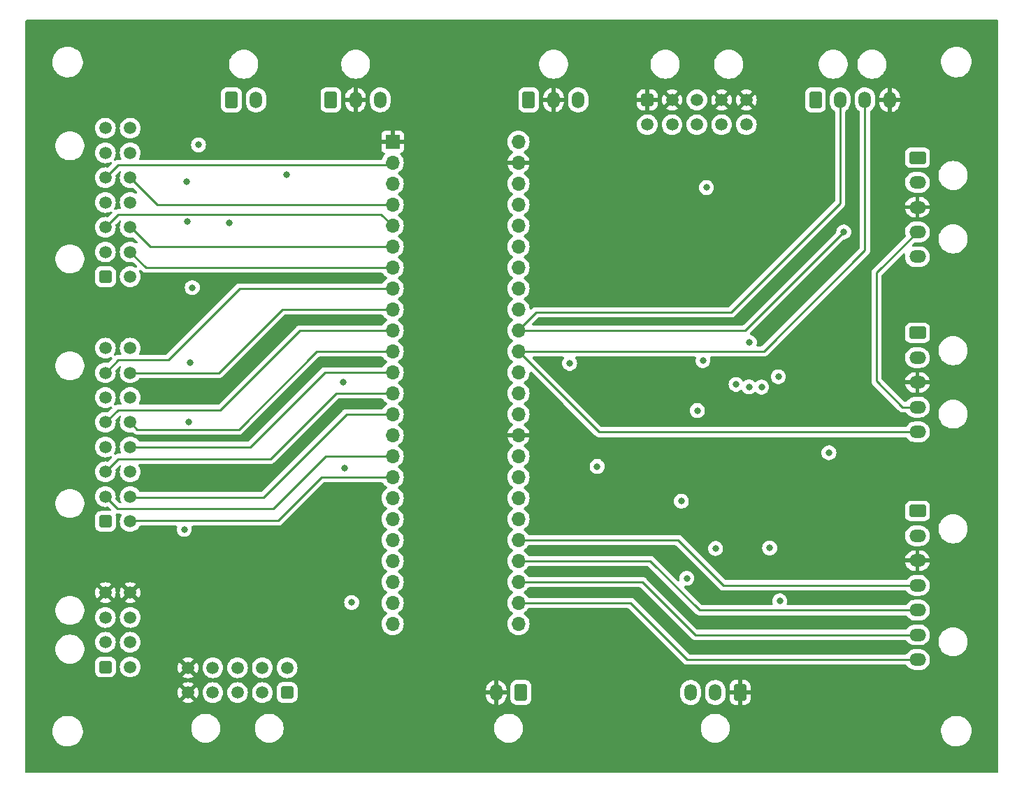
<source format=gbr>
%TF.GenerationSoftware,KiCad,Pcbnew,7.0.6*%
%TF.CreationDate,2024-01-09T11:46:40-08:00*%
%TF.ProjectId,microcontroller_board,6d696372-6f63-46f6-9e74-726f6c6c6572,rev?*%
%TF.SameCoordinates,Original*%
%TF.FileFunction,Copper,L4,Bot*%
%TF.FilePolarity,Positive*%
%FSLAX46Y46*%
G04 Gerber Fmt 4.6, Leading zero omitted, Abs format (unit mm)*
G04 Created by KiCad (PCBNEW 7.0.6) date 2024-01-09 11:46:40*
%MOMM*%
%LPD*%
G01*
G04 APERTURE LIST*
G04 Aperture macros list*
%AMRoundRect*
0 Rectangle with rounded corners*
0 $1 Rounding radius*
0 $2 $3 $4 $5 $6 $7 $8 $9 X,Y pos of 4 corners*
0 Add a 4 corners polygon primitive as box body*
4,1,4,$2,$3,$4,$5,$6,$7,$8,$9,$2,$3,0*
0 Add four circle primitives for the rounded corners*
1,1,$1+$1,$2,$3*
1,1,$1+$1,$4,$5*
1,1,$1+$1,$6,$7*
1,1,$1+$1,$8,$9*
0 Add four rect primitives between the rounded corners*
20,1,$1+$1,$2,$3,$4,$5,0*
20,1,$1+$1,$4,$5,$6,$7,0*
20,1,$1+$1,$6,$7,$8,$9,0*
20,1,$1+$1,$8,$9,$2,$3,0*%
G04 Aperture macros list end*
%TA.AperFunction,ComponentPad*%
%ADD10RoundRect,0.250001X-0.759999X0.499999X-0.759999X-0.499999X0.759999X-0.499999X0.759999X0.499999X0*%
%TD*%
%TA.AperFunction,ComponentPad*%
%ADD11O,2.020000X1.500000*%
%TD*%
%TA.AperFunction,ComponentPad*%
%ADD12RoundRect,0.250001X-0.499999X-0.759999X0.499999X-0.759999X0.499999X0.759999X-0.499999X0.759999X0*%
%TD*%
%TA.AperFunction,ComponentPad*%
%ADD13O,1.500000X2.020000*%
%TD*%
%TA.AperFunction,ComponentPad*%
%ADD14RoundRect,0.250001X0.499999X-0.499999X0.499999X0.499999X-0.499999X0.499999X-0.499999X-0.499999X0*%
%TD*%
%TA.AperFunction,ComponentPad*%
%ADD15C,1.500000*%
%TD*%
%TA.AperFunction,ComponentPad*%
%ADD16RoundRect,0.250001X0.499999X0.759999X-0.499999X0.759999X-0.499999X-0.759999X0.499999X-0.759999X0*%
%TD*%
%TA.AperFunction,ComponentPad*%
%ADD17RoundRect,0.250001X0.499999X0.499999X-0.499999X0.499999X-0.499999X-0.499999X0.499999X-0.499999X0*%
%TD*%
%TA.AperFunction,ComponentPad*%
%ADD18R,1.700000X1.700000*%
%TD*%
%TA.AperFunction,ComponentPad*%
%ADD19O,1.700000X1.700000*%
%TD*%
%TA.AperFunction,ComponentPad*%
%ADD20RoundRect,0.250001X-0.499999X-0.499999X0.499999X-0.499999X0.499999X0.499999X-0.499999X0.499999X0*%
%TD*%
%TA.AperFunction,ViaPad*%
%ADD21C,0.800000*%
%TD*%
%TA.AperFunction,Conductor*%
%ADD22C,0.250000*%
%TD*%
G04 APERTURE END LIST*
D10*
%TO.P,J7,1,Pin_1*%
%TO.N,/ANALOG_SF2*%
X195705000Y-86609400D03*
D11*
%TO.P,J7,2,Pin_2*%
%TO.N,+12V*%
X195705000Y-89609400D03*
%TO.P,J7,3,Pin_3*%
%TO.N,GNDREF*%
X195705000Y-92609400D03*
%TO.P,J7,4,Pin_4*%
%TO.N,/SDA1*%
X195705000Y-95609400D03*
%TO.P,J7,5,Pin_5*%
%TO.N,/SCL1*%
X195705000Y-98609400D03*
%TD*%
D12*
%TO.P,J5,1,Pin_1*%
%TO.N,+5V*%
X183350000Y-58375000D03*
D13*
%TO.P,J5,2,Pin_2*%
%TO.N,/SDA1*%
X186350000Y-58375000D03*
%TO.P,J5,3,Pin_3*%
%TO.N,/SCL1*%
X189350000Y-58375000D03*
%TO.P,J5,4,Pin_4*%
%TO.N,GNDREF*%
X192350000Y-58375000D03*
%TD*%
D14*
%TO.P,J2,1,Pin_1*%
%TO.N,/DMS_RTD_CS*%
X97350000Y-109444600D03*
D15*
%TO.P,J2,2,Pin_2*%
%TO.N,/GC_PWM_IN*%
X97350000Y-106444600D03*
%TO.P,J2,3,Pin_3*%
%TO.N,/GC_RTD_DRDY*%
X97350000Y-103444600D03*
%TO.P,J2,4,Pin_4*%
%TO.N,/uPC_RTD_CS*%
X97350000Y-100444600D03*
%TO.P,J2,5,Pin_5*%
%TO.N,/HL7_PWM_IN*%
X97350000Y-97444600D03*
%TO.P,J2,6,Pin_6*%
%TO.N,/HL6_CS*%
X97350000Y-94444600D03*
%TO.P,J2,7,Pin_7*%
%TO.N,/HL5_PWM_IN*%
X97350000Y-91444600D03*
%TO.P,J2,8,Pin_8*%
%TO.N,/HL5_CS*%
X97350000Y-88444600D03*
%TO.P,J2,9,Pin_9*%
%TO.N,/DMS_RTD_DRDY*%
X100350000Y-109444600D03*
%TO.P,J2,10,Pin_10*%
%TO.N,/DMS_PWM_IN*%
X100350000Y-106444600D03*
%TO.P,J2,11,Pin_11*%
%TO.N,/GC_RTD_CS*%
X100350000Y-103444600D03*
%TO.P,J2,12,Pin_12*%
%TO.N,/uPC_RTD_DRDY*%
X100350000Y-100444600D03*
%TO.P,J2,13,Pin_13*%
%TO.N,/uPC_PWM_IN*%
X100350000Y-97444600D03*
%TO.P,J2,14,Pin_14*%
%TO.N,/HL7_CS*%
X100350000Y-94444600D03*
%TO.P,J2,15,Pin_15*%
%TO.N,/HL6_PWM_IN*%
X100350000Y-91444600D03*
%TO.P,J2,16,Pin_16*%
%TO.N,unconnected-(J2-Pin_16-Pad16)*%
X100350000Y-88444600D03*
%TD*%
D12*
%TO.P,J16,1,Pin_1*%
%TO.N,+3.3V*%
X148625000Y-58375000D03*
D13*
%TO.P,J16,2,Pin_2*%
%TO.N,GNDREF*%
X151625000Y-58375000D03*
%TO.P,J16,3,Pin_3*%
%TO.N,/P1_PWM_IN*%
X154625000Y-58375000D03*
%TD*%
D16*
%TO.P,J14,1,Pin_1*%
%TO.N,GNDREF*%
X174219400Y-130189200D03*
D13*
%TO.P,J14,2,Pin_2*%
%TO.N,/DMS SIGNAL/Detect_Neg_Unfiltered*%
X171219400Y-130189200D03*
%TO.P,J14,3,Pin_3*%
%TO.N,/DMS SIGNAL/Detect_Pos_Unfiltered*%
X168219400Y-130189200D03*
%TD*%
D10*
%TO.P,J6,1,Pin_1*%
%TO.N,/ANALOG_SF1*%
X195705000Y-65375000D03*
D11*
%TO.P,J6,2,Pin_2*%
%TO.N,+12V*%
X195705000Y-68375000D03*
%TO.P,J6,3,Pin_3*%
%TO.N,GNDREF*%
X195705000Y-71375000D03*
%TO.P,J6,4,Pin_4*%
%TO.N,/SDA1*%
X195705000Y-74375000D03*
%TO.P,J6,5,Pin_5*%
%TO.N,/SCL1*%
X195705000Y-77375000D03*
%TD*%
D10*
%TO.P,J8,1,Pin_1*%
%TO.N,+12V*%
X195705000Y-108202200D03*
D11*
%TO.P,J8,2,Pin_2*%
%TO.N,+3.3V*%
X195705000Y-111202200D03*
%TO.P,J8,3,Pin_3*%
%TO.N,GNDREF*%
X195705000Y-114202200D03*
%TO.P,J8,4,Pin_4*%
%TO.N,/VALVE1*%
X195705000Y-117202200D03*
%TO.P,J8,5,Pin_5*%
%TO.N,/VALVE2*%
X195705000Y-120202200D03*
%TO.P,J8,6,Pin_6*%
%TO.N,/VALVE3*%
X195705000Y-123202200D03*
%TO.P,J8,7,Pin_7*%
%TO.N,/VALVE4*%
X195705000Y-126202200D03*
%TD*%
D12*
%TO.P,J13,1,Pin_1*%
%TO.N,/AMBIENT TEMP/TCA+*%
X112600000Y-58375000D03*
D13*
%TO.P,J13,2,Pin_2*%
%TO.N,/AMBIENT TEMP/TCA-*%
X115600000Y-58375000D03*
%TD*%
D14*
%TO.P,J10,1,Pin_1*%
%TO.N,+24V*%
X97350000Y-127089200D03*
D15*
%TO.P,J10,2,Pin_2*%
%TO.N,+12V*%
X97350000Y-124089200D03*
%TO.P,J10,3,Pin_3*%
%TO.N,+3.3V*%
X97350000Y-121089200D03*
%TO.P,J10,4,Pin_4*%
%TO.N,GNDREF*%
X97350000Y-118089200D03*
%TO.P,J10,5,Pin_5*%
%TO.N,+24V*%
X100350000Y-127089200D03*
%TO.P,J10,6,Pin_6*%
%TO.N,+12V*%
X100350000Y-124089200D03*
%TO.P,J10,7,Pin_7*%
%TO.N,+3.3V*%
X100350000Y-121089200D03*
%TO.P,J10,8,Pin_8*%
%TO.N,GNDREF*%
X100350000Y-118089200D03*
%TD*%
D17*
%TO.P,J15,1,Pin_1*%
%TO.N,+24V*%
X119355600Y-130189200D03*
D15*
%TO.P,J15,2,Pin_2*%
%TO.N,+12V*%
X116355600Y-130189200D03*
%TO.P,J15,3,Pin_3*%
%TO.N,-12V*%
X113355600Y-130189200D03*
%TO.P,J15,4,Pin_4*%
%TO.N,+5V*%
X110355600Y-130189200D03*
%TO.P,J15,5,Pin_5*%
%TO.N,GNDREF*%
X107355600Y-130189200D03*
%TO.P,J15,6,Pin_6*%
%TO.N,+24V*%
X119355600Y-127189200D03*
%TO.P,J15,7,Pin_7*%
%TO.N,+12V*%
X116355600Y-127189200D03*
%TO.P,J15,8,Pin_8*%
%TO.N,+3.3V*%
X113355600Y-127189200D03*
%TO.P,J15,9,Pin_9*%
%TO.N,unconnected-(J15-Pin_9-Pad9)*%
X110355600Y-127189200D03*
%TO.P,J15,10,Pin_10*%
%TO.N,GNDREF*%
X107355600Y-127189200D03*
%TD*%
D18*
%TO.P,U1,1,GND*%
%TO.N,GNDREF*%
X132130000Y-63450000D03*
D19*
%TO.P,U1,2,0_RX1_CRX2_CS1*%
%TO.N,/HL1_PWM_IN*%
X132130000Y-65990000D03*
%TO.P,U1,3,1_TX1_CTX2_MISO1*%
%TO.N,/MISO_1*%
X132130000Y-68530000D03*
%TO.P,U1,4,2_OUT2*%
%TO.N,/HL2_PWM_IN*%
X132130000Y-71070000D03*
%TO.P,U1,5,3_LRCLK2*%
%TO.N,/HL3_PWM_IN*%
X132130000Y-73610000D03*
%TO.P,U1,6,4_BCLK2*%
%TO.N,/HL4_PWM_IN*%
X132130000Y-76150000D03*
%TO.P,U1,7,5_IN2*%
%TO.N,/HLX_PWM_IN*%
X132130000Y-78690000D03*
%TO.P,U1,8,6_OUT1D*%
%TO.N,/HL5_PWM_IN*%
X132130000Y-81230000D03*
%TO.P,U1,9,7_RX2_OUT1A*%
%TO.N,/HL6_PWM_IN*%
X132130000Y-83770000D03*
%TO.P,U1,10,8_TX2_IN1*%
%TO.N,/HL7_PWM_IN*%
X132130000Y-86310000D03*
%TO.P,U1,11,9_OUT1C*%
%TO.N,/uPC_PWM_IN*%
X132130000Y-88850000D03*
%TO.P,U1,12,10_CS_MQSR*%
%TO.N,/uPC_RTD_DRDY*%
X132130000Y-91390000D03*
%TO.P,U1,13,11_MOSI_CTX1*%
%TO.N,/GC_RTD_DRDY*%
X132130000Y-93930000D03*
%TO.P,U1,14,12_MISO_MQSL*%
%TO.N,/DMS_PWM_IN*%
X132130000Y-96470000D03*
%TO.P,U1,15,3V3*%
%TO.N,unconnected-(U1-3V3-Pad15)*%
X132130000Y-99010000D03*
%TO.P,U1,16,24_A10_TX6_SCL2*%
%TO.N,/GC_PWM_IN*%
X132130000Y-101550000D03*
%TO.P,U1,17,25_A11_RX6_SDA2*%
%TO.N,/DMS_RTD_DRDY*%
X132130000Y-104090000D03*
%TO.P,U1,18,26_A12_MOSI1*%
%TO.N,/MOSI_1*%
X132130000Y-106630000D03*
%TO.P,U1,19,27_A13_SCK1*%
%TO.N,/SCK_1*%
X132130000Y-109170000D03*
%TO.P,U1,20,28_RX7*%
%TO.N,/CS_0*%
X132130000Y-111710000D03*
%TO.P,U1,21,29_TX7*%
%TO.N,/CS_1*%
X132130000Y-114250000D03*
%TO.P,U1,22,30_CRX3*%
%TO.N,/CS_2*%
X132130000Y-116790000D03*
%TO.P,U1,23,31_CTX3*%
%TO.N,/CS_3*%
X132130000Y-119330000D03*
%TO.P,U1,24,32_OUT1B*%
%TO.N,/CS_EN*%
X132130000Y-121870000D03*
%TO.P,U1,25,33_MCLK2*%
%TO.N,/UV_EN*%
X147370000Y-121870000D03*
%TO.P,U1,26,34_RX8*%
%TO.N,/VALVE4*%
X147370000Y-119330000D03*
%TO.P,U1,27,35_TX8*%
%TO.N,/VALVE3*%
X147370000Y-116790000D03*
%TO.P,U1,28,36_CS*%
%TO.N,/VALVE2*%
X147370000Y-114250000D03*
%TO.P,U1,29,37_CS*%
%TO.N,/VALVE1*%
X147370000Y-111710000D03*
%TO.P,U1,30,38_CS1_IN1*%
%TO.N,/Det_Pos_ARead*%
X147370000Y-109170000D03*
%TO.P,U1,31,39_MISO1_OUT1A*%
%TO.N,/Det_Neg_ARead*%
X147370000Y-106630000D03*
%TO.P,U1,32,40_A16*%
%TO.N,/ANALOG_SF2*%
X147370000Y-104090000D03*
%TO.P,U1,33,41_A17*%
%TO.N,/ANALOG_SF1*%
X147370000Y-101550000D03*
%TO.P,U1,34,GND*%
%TO.N,GNDREF*%
X147370000Y-99010000D03*
%TO.P,U1,35,13_SCK_LED*%
%TO.N,unconnected-(U1-13_SCK_LED-Pad35)*%
X147370000Y-96470000D03*
%TO.P,U1,36,14_A0_TX3_SPDIF_OUT*%
%TO.N,unconnected-(U1-14_A0_TX3_SPDIF_OUT-Pad36)*%
X147370000Y-93930000D03*
%TO.P,U1,37,15_A1_RX3_SPDIF_IN*%
%TO.N,unconnected-(U1-15_A1_RX3_SPDIF_IN-Pad37)*%
X147370000Y-91390000D03*
%TO.P,U1,38,16_A2_RX4_SCL1*%
%TO.N,/SCL1*%
X147370000Y-88850000D03*
%TO.P,U1,39,17_A3_TX4_SDA1*%
%TO.N,/SDA1*%
X147370000Y-86310000D03*
%TO.P,U1,40,18_A4_SDA*%
%TO.N,/MFC_IO_LINK*%
X147370000Y-83770000D03*
%TO.P,U1,41,19_A5_SCL*%
%TO.N,/MFC_RTS*%
X147370000Y-81230000D03*
%TO.P,U1,42,20_A6_TX5_LRCLK1*%
%TO.N,/MFC_TX*%
X147370000Y-78690000D03*
%TO.P,U1,43,21_A7_RX5_BCLK1*%
%TO.N,/MFC_RX*%
X147370000Y-76150000D03*
%TO.P,U1,44,22_A8_CTX1*%
%TO.N,/P1_PWM_IN*%
X147370000Y-73610000D03*
%TO.P,U1,45,23_A9_CRX1_MCLK1*%
%TO.N,/FAN_CONTROL*%
X147370000Y-71070000D03*
%TO.P,U1,46,3V3*%
%TO.N,unconnected-(U1-3V3-Pad46)*%
X147370000Y-68530000D03*
%TO.P,U1,47,GND*%
%TO.N,GNDREF*%
X147370000Y-65990000D03*
%TO.P,U1,48,VIN*%
%TO.N,+5V*%
X147370000Y-63450000D03*
%TD*%
D12*
%TO.P,J11,1,Pin_1*%
%TO.N,+12V*%
X124650000Y-58375000D03*
D13*
%TO.P,J11,2,Pin_2*%
%TO.N,GNDREF*%
X127650000Y-58375000D03*
%TO.P,J11,3,Pin_3*%
%TO.N,/FAN_CONTROL*%
X130650000Y-58375000D03*
%TD*%
D20*
%TO.P,J9,1,Pin_1*%
%TO.N,GNDREF*%
X162987500Y-58375000D03*
D15*
%TO.P,J9,2,Pin_2*%
X165987500Y-58375000D03*
%TO.P,J9,3,Pin_3*%
%TO.N,+24V*%
X168987500Y-58375000D03*
%TO.P,J9,4,Pin_4*%
%TO.N,GNDREF*%
X171987500Y-58375000D03*
%TO.P,J9,5,Pin_5*%
X174987500Y-58375000D03*
%TO.P,J9,6,Pin_6*%
%TO.N,/MFC/MFC_A*%
X162987500Y-61375000D03*
%TO.P,J9,7,Pin_7*%
%TO.N,/MFC/MFC_B*%
X165987500Y-61375000D03*
%TO.P,J9,8,Pin_8*%
%TO.N,/MFC_IO_LINK*%
X168987500Y-61375000D03*
%TO.P,J9,9,Pin_9*%
%TO.N,unconnected-(J9-Pin_9-Pad9)*%
X171987500Y-61375000D03*
%TO.P,J9,10,Pin_10*%
%TO.N,unconnected-(J9-Pin_10-Pad10)*%
X174987500Y-61375000D03*
%TD*%
D16*
%TO.P,J12,1,Pin_1*%
%TO.N,/UV_EN*%
X147675000Y-130189200D03*
D13*
%TO.P,J12,2,Pin_2*%
%TO.N,GNDREF*%
X144675000Y-130189200D03*
%TD*%
D14*
%TO.P,J1,1,Pin_1*%
%TO.N,/SAFETY_CS*%
X97350000Y-79800000D03*
D15*
%TO.P,J1,2,Pin_2*%
%TO.N,/HL4_CS*%
X97350000Y-76800000D03*
%TO.P,J1,3,Pin_3*%
%TO.N,/HL3_PWM_IN*%
X97350000Y-73800000D03*
%TO.P,J1,4,Pin_4*%
%TO.N,/HL2_CS*%
X97350000Y-70800000D03*
%TO.P,J1,5,Pin_5*%
%TO.N,/HL1_PWM_IN*%
X97350000Y-67800000D03*
%TO.P,J1,6,Pin_6*%
%TO.N,/MOSI_1*%
X97350000Y-64800000D03*
%TO.P,J1,7,Pin_7*%
%TO.N,/MISO_1*%
X97350000Y-61800000D03*
%TO.P,J1,8,Pin_8*%
%TO.N,/HLX_CS*%
X100350000Y-79800000D03*
%TO.P,J1,9,Pin_9*%
%TO.N,/HLX_PWM_IN*%
X100350000Y-76800000D03*
%TO.P,J1,10,Pin_10*%
%TO.N,/HL4_PWM_IN*%
X100350000Y-73800000D03*
%TO.P,J1,11,Pin_11*%
%TO.N,/HL3_CS*%
X100350000Y-70800000D03*
%TO.P,J1,12,Pin_12*%
%TO.N,/HL2_PWM_IN*%
X100350000Y-67800000D03*
%TO.P,J1,13,Pin_13*%
%TO.N,/HL1_CS*%
X100350000Y-64800000D03*
%TO.P,J1,14,Pin_14*%
%TO.N,/SCK_1*%
X100350000Y-61800000D03*
%TD*%
D21*
%TO.N,/MISO_1*%
X119250000Y-67475000D03*
X169725000Y-89975000D03*
%TO.N,GNDREF*%
X187305000Y-105200000D03*
X182080000Y-94750000D03*
X167380000Y-91825000D03*
X107300000Y-62107600D03*
X126200000Y-106575000D03*
X118025000Y-65037500D03*
X188330000Y-116100000D03*
X112950000Y-121825000D03*
X174505000Y-108625000D03*
X169375000Y-74900000D03*
X165655000Y-113075000D03*
X170030000Y-105550000D03*
X155280000Y-106250000D03*
X163380000Y-125650000D03*
%TO.N,-12V*%
X167105000Y-107000000D03*
X177805000Y-112675000D03*
%TO.N,/Det_Neg_ARead*%
X179030000Y-119075000D03*
%TO.N,/MOSI_1*%
X176830000Y-93175000D03*
%TO.N,/SCK_1*%
X173730000Y-92850000D03*
X112350000Y-73275000D03*
%TO.N,/SDA1*%
X186775000Y-74375000D03*
%TO.N,+5V*%
X167780000Y-116350000D03*
X184980000Y-101125000D03*
X156905000Y-102800000D03*
X169055000Y-96025000D03*
%TO.N,/Det_ADC_CS*%
X127175000Y-119275000D03*
X175305000Y-93150000D03*
%TO.N,+3.3V*%
X107233800Y-73083800D03*
X106900000Y-110425000D03*
X108625000Y-63825000D03*
X107175000Y-68250000D03*
X178855000Y-91925000D03*
X126125000Y-92550000D03*
X126300000Y-103025000D03*
X107867900Y-81127900D03*
X153575000Y-90300000D03*
X107419000Y-97369000D03*
X175350000Y-87750000D03*
X171255000Y-112725000D03*
X107569000Y-90244000D03*
X170150000Y-69000000D03*
%TD*%
D22*
%TO.N,/HL1_PWM_IN*%
X131845000Y-66275000D02*
X98875000Y-66275000D01*
X132130000Y-65990000D02*
X131845000Y-66275000D01*
X98875000Y-66275000D02*
X97350000Y-67800000D01*
%TO.N,/HL2_PWM_IN*%
X132130000Y-71070000D02*
X103620000Y-71070000D01*
X103620000Y-71070000D02*
X100350000Y-67800000D01*
%TO.N,/HL3_PWM_IN*%
X132130000Y-73610000D02*
X130745000Y-72225000D01*
X98925000Y-72225000D02*
X97350000Y-73800000D01*
X130745000Y-72225000D02*
X98925000Y-72225000D01*
%TO.N,/HL4_PWM_IN*%
X100375000Y-73800000D02*
X100350000Y-73800000D01*
X102750000Y-76175000D02*
X100375000Y-73800000D01*
X132130000Y-76150000D02*
X132105000Y-76175000D01*
X132105000Y-76175000D02*
X102750000Y-76175000D01*
%TO.N,/HLX_PWM_IN*%
X102240000Y-78690000D02*
X132130000Y-78690000D01*
X100350000Y-76800000D02*
X102240000Y-78690000D01*
%TO.N,/HL5_PWM_IN*%
X113620000Y-81230000D02*
X104950000Y-89900000D01*
X104950000Y-89900000D02*
X98894600Y-89900000D01*
X132130000Y-81230000D02*
X113620000Y-81230000D01*
X98894600Y-89900000D02*
X97350000Y-91444600D01*
%TO.N,/HL6_PWM_IN*%
X111105400Y-91444600D02*
X100350000Y-91444600D01*
X118780000Y-83770000D02*
X111105400Y-91444600D01*
X132130000Y-83770000D02*
X118780000Y-83770000D01*
%TO.N,/HL7_PWM_IN*%
X111275000Y-95950000D02*
X98844600Y-95950000D01*
X120915000Y-86310000D02*
X111275000Y-95950000D01*
X132130000Y-86310000D02*
X120915000Y-86310000D01*
X98844600Y-95950000D02*
X97350000Y-97444600D01*
%TO.N,/uPC_PWM_IN*%
X113500000Y-98300000D02*
X101205400Y-98300000D01*
X132130000Y-88850000D02*
X122950000Y-88850000D01*
X122950000Y-88850000D02*
X113500000Y-98300000D01*
X101205400Y-98300000D02*
X100350000Y-97444600D01*
%TO.N,/GC_PWM_IN*%
X98805400Y-107900000D02*
X97350000Y-106444600D01*
X124000000Y-101550000D02*
X117650000Y-107900000D01*
X132130000Y-101550000D02*
X124000000Y-101550000D01*
X117650000Y-107900000D02*
X98805400Y-107900000D01*
%TO.N,/DMS_PWM_IN*%
X116475000Y-106525000D02*
X100430400Y-106525000D01*
X126530000Y-96470000D02*
X116475000Y-106525000D01*
X132130000Y-96470000D02*
X126530000Y-96470000D01*
X100430400Y-106525000D02*
X100350000Y-106444600D01*
%TO.N,/DMS_RTD_DRDY*%
X132130000Y-104090000D02*
X123535000Y-104090000D01*
X100444600Y-109350000D02*
X100350000Y-109444600D01*
X123535000Y-104090000D02*
X118275000Y-109350000D01*
X118275000Y-109350000D02*
X100444600Y-109350000D01*
%TO.N,/VALVE4*%
X147370000Y-119330000D02*
X160955000Y-119330000D01*
X167827200Y-126202200D02*
X195705000Y-126202200D01*
X160955000Y-119330000D02*
X167827200Y-126202200D01*
%TO.N,/VALVE3*%
X147370000Y-116790000D02*
X147380000Y-116800000D01*
X168802200Y-123202200D02*
X195705000Y-123202200D01*
X162400000Y-116800000D02*
X168802200Y-123202200D01*
X147380000Y-116800000D02*
X162400000Y-116800000D01*
%TO.N,/VALVE2*%
X147370000Y-114250000D02*
X163350000Y-114250000D01*
X169302200Y-120202200D02*
X195705000Y-120202200D01*
X163350000Y-114250000D02*
X169302200Y-120202200D01*
%TO.N,/VALVE1*%
X166685000Y-111710000D02*
X172177200Y-117202200D01*
X147370000Y-111710000D02*
X166685000Y-111710000D01*
X172177200Y-117202200D02*
X195705000Y-117202200D01*
%TO.N,/GC_RTD_DRDY*%
X98919600Y-101875000D02*
X97350000Y-103444600D01*
X132130000Y-93930000D02*
X125270000Y-93930000D01*
X125270000Y-93930000D02*
X117325000Y-101875000D01*
X117325000Y-101875000D02*
X98919600Y-101875000D01*
%TO.N,/uPC_RTD_DRDY*%
X132130000Y-91390000D02*
X123935000Y-91390000D01*
X123935000Y-91390000D02*
X114880400Y-100444600D01*
X114880400Y-100444600D02*
X100350000Y-100444600D01*
%TO.N,/SCL1*%
X170700000Y-88850000D02*
X177100000Y-88850000D01*
X147370000Y-88850000D02*
X157129400Y-98609400D01*
X189350000Y-76600000D02*
X189350000Y-58375000D01*
X177100000Y-88850000D02*
X189350000Y-76600000D01*
X147370000Y-88850000D02*
X170700000Y-88850000D01*
X157129400Y-98609400D02*
X195705000Y-98609400D01*
%TO.N,/SDA1*%
X193909400Y-95609400D02*
X190750000Y-92450000D01*
X186775000Y-74375000D02*
X174840000Y-86310000D01*
X174840000Y-86310000D02*
X147370000Y-86310000D01*
X173100000Y-84125000D02*
X186350000Y-70875000D01*
X195705000Y-95609400D02*
X193909400Y-95609400D01*
X190750000Y-79330000D02*
X195705000Y-74375000D01*
X147370000Y-86230000D02*
X149475000Y-84125000D01*
X149475000Y-84125000D02*
X173100000Y-84125000D01*
X190750000Y-92450000D02*
X190750000Y-79330000D01*
X186350000Y-70875000D02*
X186350000Y-58375000D01*
X147370000Y-86310000D02*
X147370000Y-86230000D01*
%TD*%
%TA.AperFunction,Conductor*%
%TO.N,GNDREF*%
G36*
X205436400Y-48694462D02*
G01*
X205490938Y-48749000D01*
X205510900Y-48823500D01*
X205510900Y-139804500D01*
X205490938Y-139879000D01*
X205436400Y-139933538D01*
X205361900Y-139953500D01*
X87804900Y-139953500D01*
X87730400Y-139933538D01*
X87675862Y-139879000D01*
X87655900Y-139804500D01*
X87655900Y-134932773D01*
X90915188Y-134932773D01*
X90944812Y-135202005D01*
X90944814Y-135202018D01*
X91013328Y-135464088D01*
X91067122Y-135590675D01*
X91119270Y-135713390D01*
X91119275Y-135713399D01*
X91260381Y-135944610D01*
X91260384Y-135944614D01*
X91433647Y-136152812D01*
X91433659Y-136152824D01*
X91635390Y-136333575D01*
X91635399Y-136333583D01*
X91748353Y-136408313D01*
X91861310Y-136483044D01*
X92106576Y-136598020D01*
X92365969Y-136676060D01*
X92633961Y-136715500D01*
X92633968Y-136715500D01*
X92837029Y-136715500D01*
X92837031Y-136715500D01*
X93039556Y-136700677D01*
X93303953Y-136641780D01*
X93556958Y-136545014D01*
X93793177Y-136412441D01*
X94007577Y-136246888D01*
X94195586Y-136051881D01*
X94353199Y-135831579D01*
X94477056Y-135590675D01*
X94564518Y-135334305D01*
X94613719Y-135067933D01*
X94623612Y-134797235D01*
X94606354Y-134640384D01*
X107745100Y-134640384D01*
X107784204Y-134899818D01*
X107836061Y-135067933D01*
X107861537Y-135150523D01*
X107861539Y-135150528D01*
X107861541Y-135150532D01*
X107975369Y-135386899D01*
X107975371Y-135386901D01*
X107975372Y-135386904D01*
X108123167Y-135603679D01*
X108123169Y-135603681D01*
X108123171Y-135603684D01*
X108301615Y-135796002D01*
X108397779Y-135872690D01*
X108506743Y-135959586D01*
X108733957Y-136090768D01*
X108978184Y-136186620D01*
X109233970Y-136245002D01*
X109233978Y-136245002D01*
X109233981Y-136245003D01*
X109430101Y-136259700D01*
X109430106Y-136259700D01*
X109561099Y-136259700D01*
X109757218Y-136245003D01*
X109757219Y-136245002D01*
X109757230Y-136245002D01*
X110013016Y-136186620D01*
X110257243Y-136090768D01*
X110484457Y-135959586D01*
X110689581Y-135796005D01*
X110868033Y-135603679D01*
X111015828Y-135386904D01*
X111129663Y-135150523D01*
X111206996Y-134899815D01*
X111246100Y-134640384D01*
X115445100Y-134640384D01*
X115484204Y-134899818D01*
X115536061Y-135067933D01*
X115561537Y-135150523D01*
X115561539Y-135150528D01*
X115561541Y-135150532D01*
X115675369Y-135386899D01*
X115675371Y-135386901D01*
X115675372Y-135386904D01*
X115823167Y-135603679D01*
X115823169Y-135603681D01*
X115823171Y-135603684D01*
X116001615Y-135796002D01*
X116097779Y-135872690D01*
X116206743Y-135959586D01*
X116433957Y-136090768D01*
X116678184Y-136186620D01*
X116933970Y-136245002D01*
X116933978Y-136245002D01*
X116933981Y-136245003D01*
X117130101Y-136259700D01*
X117130106Y-136259700D01*
X117261099Y-136259700D01*
X117457218Y-136245003D01*
X117457219Y-136245002D01*
X117457230Y-136245002D01*
X117713016Y-136186620D01*
X117957243Y-136090768D01*
X118184457Y-135959586D01*
X118389581Y-135796005D01*
X118568033Y-135603679D01*
X118715828Y-135386904D01*
X118829663Y-135150523D01*
X118906996Y-134899815D01*
X118946100Y-134640384D01*
X144424500Y-134640384D01*
X144463604Y-134899818D01*
X144515461Y-135067933D01*
X144540937Y-135150523D01*
X144540939Y-135150528D01*
X144540941Y-135150532D01*
X144654769Y-135386899D01*
X144654771Y-135386901D01*
X144654772Y-135386904D01*
X144802567Y-135603679D01*
X144802569Y-135603681D01*
X144802571Y-135603684D01*
X144981015Y-135796002D01*
X145077179Y-135872690D01*
X145186143Y-135959586D01*
X145413357Y-136090768D01*
X145657584Y-136186620D01*
X145913370Y-136245002D01*
X145913378Y-136245002D01*
X145913381Y-136245003D01*
X146109501Y-136259700D01*
X146109506Y-136259700D01*
X146240499Y-136259700D01*
X146436618Y-136245003D01*
X146436619Y-136245002D01*
X146436630Y-136245002D01*
X146692416Y-136186620D01*
X146936643Y-136090768D01*
X147163857Y-135959586D01*
X147368981Y-135796005D01*
X147547433Y-135603679D01*
X147695228Y-135386904D01*
X147809063Y-135150523D01*
X147886396Y-134899815D01*
X147925500Y-134640384D01*
X169468900Y-134640384D01*
X169508004Y-134899818D01*
X169559861Y-135067933D01*
X169585337Y-135150523D01*
X169585339Y-135150528D01*
X169585341Y-135150532D01*
X169699169Y-135386899D01*
X169699171Y-135386901D01*
X169699172Y-135386904D01*
X169846967Y-135603679D01*
X169846969Y-135603681D01*
X169846971Y-135603684D01*
X170025415Y-135796002D01*
X170121579Y-135872690D01*
X170230543Y-135959586D01*
X170457757Y-136090768D01*
X170701984Y-136186620D01*
X170957770Y-136245002D01*
X170957778Y-136245002D01*
X170957781Y-136245003D01*
X171153901Y-136259700D01*
X171153906Y-136259700D01*
X171284899Y-136259700D01*
X171481018Y-136245003D01*
X171481019Y-136245002D01*
X171481030Y-136245002D01*
X171736816Y-136186620D01*
X171981043Y-136090768D01*
X172208257Y-135959586D01*
X172413381Y-135796005D01*
X172591833Y-135603679D01*
X172739628Y-135386904D01*
X172853463Y-135150523D01*
X172920630Y-134932773D01*
X198568188Y-134932773D01*
X198597812Y-135202005D01*
X198597814Y-135202018D01*
X198666328Y-135464088D01*
X198720122Y-135590675D01*
X198772270Y-135713390D01*
X198772275Y-135713399D01*
X198913381Y-135944610D01*
X198913384Y-135944614D01*
X199086647Y-136152812D01*
X199086659Y-136152824D01*
X199288390Y-136333575D01*
X199288399Y-136333583D01*
X199401353Y-136408312D01*
X199514310Y-136483044D01*
X199759576Y-136598020D01*
X200018969Y-136676060D01*
X200286961Y-136715500D01*
X200286968Y-136715500D01*
X200490029Y-136715500D01*
X200490031Y-136715500D01*
X200692556Y-136700677D01*
X200956953Y-136641780D01*
X201209958Y-136545014D01*
X201446177Y-136412441D01*
X201660577Y-136246888D01*
X201848586Y-136051881D01*
X202006199Y-135831579D01*
X202130056Y-135590675D01*
X202217518Y-135334305D01*
X202266719Y-135067933D01*
X202276612Y-134797235D01*
X202246986Y-134527982D01*
X202178472Y-134265912D01*
X202072530Y-134016610D01*
X201981766Y-133867888D01*
X201931418Y-133785389D01*
X201931415Y-133785385D01*
X201758152Y-133577187D01*
X201758140Y-133577175D01*
X201556409Y-133396424D01*
X201556400Y-133396416D01*
X201330490Y-133246956D01*
X201085225Y-133131980D01*
X200939769Y-133088219D01*
X200825831Y-133053940D01*
X200825827Y-133053939D01*
X200825826Y-133053939D01*
X200557846Y-133014501D01*
X200557845Y-133014500D01*
X200557839Y-133014500D01*
X200354769Y-133014500D01*
X200152243Y-133029323D01*
X200152244Y-133029323D01*
X200152236Y-133029324D01*
X199887849Y-133088219D01*
X199887839Y-133088222D01*
X199634840Y-133184986D01*
X199634838Y-133184987D01*
X199398624Y-133317558D01*
X199398617Y-133317562D01*
X199184230Y-133483105D01*
X199184226Y-133483108D01*
X198996210Y-133678123D01*
X198838601Y-133898419D01*
X198714744Y-134139324D01*
X198714744Y-134139325D01*
X198627286Y-134395680D01*
X198627280Y-134395703D01*
X198578081Y-134662060D01*
X198568188Y-134932773D01*
X172920630Y-134932773D01*
X172930796Y-134899815D01*
X172969900Y-134640382D01*
X172969900Y-134378018D01*
X172930796Y-134118585D01*
X172853463Y-133867877D01*
X172739628Y-133631496D01*
X172591833Y-133414721D01*
X172591829Y-133414717D01*
X172591828Y-133414715D01*
X172413384Y-133222397D01*
X172208262Y-133058818D01*
X172208257Y-133058814D01*
X171981043Y-132927632D01*
X171981038Y-132927630D01*
X171736815Y-132831779D01*
X171736811Y-132831778D01*
X171481037Y-132773399D01*
X171481018Y-132773396D01*
X171284899Y-132758700D01*
X171284894Y-132758700D01*
X171153906Y-132758700D01*
X171153901Y-132758700D01*
X170957781Y-132773396D01*
X170957762Y-132773399D01*
X170701988Y-132831778D01*
X170701984Y-132831779D01*
X170457761Y-132927630D01*
X170457756Y-132927632D01*
X170230545Y-133058813D01*
X170230537Y-133058818D01*
X170025415Y-133222397D01*
X169846971Y-133414715D01*
X169699169Y-133631500D01*
X169585341Y-133867867D01*
X169585333Y-133867888D01*
X169508004Y-134118581D01*
X169468900Y-134378015D01*
X169468900Y-134640384D01*
X147925500Y-134640384D01*
X147925500Y-134640382D01*
X147925500Y-134378018D01*
X147886396Y-134118585D01*
X147809063Y-133867877D01*
X147695228Y-133631496D01*
X147547433Y-133414721D01*
X147547429Y-133414717D01*
X147547428Y-133414715D01*
X147368984Y-133222397D01*
X147163862Y-133058818D01*
X147163857Y-133058814D01*
X146936643Y-132927632D01*
X146936638Y-132927630D01*
X146692415Y-132831779D01*
X146692411Y-132831778D01*
X146436637Y-132773399D01*
X146436618Y-132773396D01*
X146240499Y-132758700D01*
X146240494Y-132758700D01*
X146109506Y-132758700D01*
X146109501Y-132758700D01*
X145913381Y-132773396D01*
X145913362Y-132773399D01*
X145657588Y-132831778D01*
X145657584Y-132831779D01*
X145413361Y-132927630D01*
X145413356Y-132927632D01*
X145186145Y-133058813D01*
X145186137Y-133058818D01*
X144981015Y-133222397D01*
X144802571Y-133414715D01*
X144654769Y-133631500D01*
X144540941Y-133867867D01*
X144540933Y-133867888D01*
X144463604Y-134118581D01*
X144424500Y-134378015D01*
X144424500Y-134640384D01*
X118946100Y-134640384D01*
X118946100Y-134640382D01*
X118946100Y-134378018D01*
X118906996Y-134118585D01*
X118829663Y-133867877D01*
X118715828Y-133631496D01*
X118568033Y-133414721D01*
X118568029Y-133414717D01*
X118568028Y-133414715D01*
X118389584Y-133222397D01*
X118184462Y-133058818D01*
X118184457Y-133058814D01*
X117957243Y-132927632D01*
X117957238Y-132927630D01*
X117713015Y-132831779D01*
X117713011Y-132831778D01*
X117457237Y-132773399D01*
X117457218Y-132773396D01*
X117261099Y-132758700D01*
X117261094Y-132758700D01*
X117130106Y-132758700D01*
X117130101Y-132758700D01*
X116933981Y-132773396D01*
X116933962Y-132773399D01*
X116678188Y-132831778D01*
X116678184Y-132831779D01*
X116433961Y-132927630D01*
X116433956Y-132927632D01*
X116206745Y-133058813D01*
X116206737Y-133058818D01*
X116001615Y-133222397D01*
X115823171Y-133414715D01*
X115675369Y-133631500D01*
X115561541Y-133867867D01*
X115561533Y-133867888D01*
X115484204Y-134118581D01*
X115445100Y-134378015D01*
X115445100Y-134640384D01*
X111246100Y-134640384D01*
X111246100Y-134640382D01*
X111246100Y-134378018D01*
X111206996Y-134118585D01*
X111129663Y-133867877D01*
X111015828Y-133631496D01*
X110868033Y-133414721D01*
X110868029Y-133414717D01*
X110868028Y-133414715D01*
X110689584Y-133222397D01*
X110484462Y-133058818D01*
X110484457Y-133058814D01*
X110257243Y-132927632D01*
X110257238Y-132927630D01*
X110013015Y-132831779D01*
X110013011Y-132831778D01*
X109757237Y-132773399D01*
X109757218Y-132773396D01*
X109561099Y-132758700D01*
X109561094Y-132758700D01*
X109430106Y-132758700D01*
X109430101Y-132758700D01*
X109233981Y-132773396D01*
X109233962Y-132773399D01*
X108978188Y-132831778D01*
X108978184Y-132831779D01*
X108733961Y-132927630D01*
X108733956Y-132927632D01*
X108506745Y-133058813D01*
X108506737Y-133058818D01*
X108301615Y-133222397D01*
X108123171Y-133414715D01*
X107975369Y-133631500D01*
X107861541Y-133867867D01*
X107861533Y-133867888D01*
X107784204Y-134118581D01*
X107745100Y-134378015D01*
X107745100Y-134640384D01*
X94606354Y-134640384D01*
X94593986Y-134527982D01*
X94525472Y-134265912D01*
X94419530Y-134016610D01*
X94328766Y-133867888D01*
X94278418Y-133785389D01*
X94278415Y-133785385D01*
X94105152Y-133577187D01*
X94105140Y-133577175D01*
X93903409Y-133396424D01*
X93903400Y-133396416D01*
X93677490Y-133246956D01*
X93432225Y-133131980D01*
X93286769Y-133088219D01*
X93172831Y-133053940D01*
X93172827Y-133053939D01*
X93172826Y-133053939D01*
X92904846Y-133014501D01*
X92904845Y-133014500D01*
X92904839Y-133014500D01*
X92701769Y-133014500D01*
X92499243Y-133029322D01*
X92499244Y-133029323D01*
X92499236Y-133029324D01*
X92234849Y-133088219D01*
X92234839Y-133088222D01*
X91981840Y-133184986D01*
X91981838Y-133184987D01*
X91745624Y-133317558D01*
X91745617Y-133317562D01*
X91531230Y-133483105D01*
X91531226Y-133483108D01*
X91343210Y-133678123D01*
X91185601Y-133898419D01*
X91061744Y-134139324D01*
X91061744Y-134139325D01*
X90974286Y-134395680D01*
X90974280Y-134395703D01*
X90925081Y-134662060D01*
X90915188Y-134932773D01*
X87655900Y-134932773D01*
X87655900Y-130189200D01*
X106100825Y-130189200D01*
X106119888Y-130407090D01*
X106176496Y-130618356D01*
X106176497Y-130618358D01*
X106268932Y-130816586D01*
X106268934Y-130816591D01*
X106312473Y-130878771D01*
X106312474Y-130878772D01*
X106864466Y-130326778D01*
X106886918Y-130403240D01*
X106966205Y-130526613D01*
X107077038Y-130622651D01*
X107210439Y-130683573D01*
X107214233Y-130684118D01*
X106666027Y-131232324D01*
X106728210Y-131275865D01*
X106728219Y-131275870D01*
X106926441Y-131368302D01*
X106926443Y-131368303D01*
X107137710Y-131424911D01*
X107137709Y-131424911D01*
X107355599Y-131443975D01*
X107355601Y-131443975D01*
X107573490Y-131424911D01*
X107784756Y-131368303D01*
X107784758Y-131368302D01*
X107982982Y-131275869D01*
X107982995Y-131275862D01*
X108045172Y-131232325D01*
X107496965Y-130684118D01*
X107500761Y-130683573D01*
X107634162Y-130622651D01*
X107744995Y-130526613D01*
X107824282Y-130403240D01*
X107846733Y-130326779D01*
X108398725Y-130878771D01*
X108442262Y-130816595D01*
X108442269Y-130816582D01*
X108534702Y-130618358D01*
X108534703Y-130618356D01*
X108591311Y-130407090D01*
X108610375Y-130189200D01*
X109100323Y-130189200D01*
X109119393Y-130407178D01*
X109176024Y-130618528D01*
X109176025Y-130618530D01*
X109268494Y-130816833D01*
X109268497Y-130816838D01*
X109319864Y-130890197D01*
X109394002Y-130996077D01*
X109548723Y-131150798D01*
X109716562Y-131268320D01*
X109727961Y-131276302D01*
X109727966Y-131276305D01*
X109838233Y-131327722D01*
X109926270Y-131368775D01*
X110137623Y-131425407D01*
X110334700Y-131442648D01*
X110355599Y-131444477D01*
X110355599Y-131444476D01*
X110355600Y-131444477D01*
X110573577Y-131425407D01*
X110784930Y-131368775D01*
X110949886Y-131291854D01*
X110983233Y-131276305D01*
X110983234Y-131276304D01*
X110983239Y-131276302D01*
X111162477Y-131150798D01*
X111317198Y-130996077D01*
X111442702Y-130816839D01*
X111535175Y-130618530D01*
X111591807Y-130407177D01*
X111610877Y-130189200D01*
X112100323Y-130189200D01*
X112119393Y-130407178D01*
X112176024Y-130618528D01*
X112176025Y-130618530D01*
X112268494Y-130816833D01*
X112268497Y-130816838D01*
X112319864Y-130890197D01*
X112394002Y-130996077D01*
X112548723Y-131150798D01*
X112716562Y-131268320D01*
X112727961Y-131276302D01*
X112727966Y-131276305D01*
X112838233Y-131327722D01*
X112926270Y-131368775D01*
X113137623Y-131425407D01*
X113355600Y-131444477D01*
X113573577Y-131425407D01*
X113784930Y-131368775D01*
X113949886Y-131291854D01*
X113983233Y-131276305D01*
X113983234Y-131276304D01*
X113983239Y-131276302D01*
X114162477Y-131150798D01*
X114317198Y-130996077D01*
X114442702Y-130816839D01*
X114535175Y-130618530D01*
X114591807Y-130407177D01*
X114610877Y-130189200D01*
X115100323Y-130189200D01*
X115119393Y-130407178D01*
X115176024Y-130618528D01*
X115176025Y-130618530D01*
X115268494Y-130816833D01*
X115268497Y-130816838D01*
X115319864Y-130890197D01*
X115394002Y-130996077D01*
X115548723Y-131150798D01*
X115716562Y-131268320D01*
X115727961Y-131276302D01*
X115727966Y-131276305D01*
X115838233Y-131327722D01*
X115926270Y-131368775D01*
X116137623Y-131425407D01*
X116334700Y-131442648D01*
X116355599Y-131444477D01*
X116355599Y-131444476D01*
X116355600Y-131444477D01*
X116573577Y-131425407D01*
X116784930Y-131368775D01*
X116949886Y-131291854D01*
X116983233Y-131276305D01*
X116983234Y-131276304D01*
X116983239Y-131276302D01*
X117162477Y-131150798D01*
X117317198Y-130996077D01*
X117442702Y-130816839D01*
X117478902Y-130739208D01*
X118105100Y-130739208D01*
X118109597Y-130783224D01*
X118115601Y-130841998D01*
X118131631Y-130890373D01*
X118170786Y-131008534D01*
X118262889Y-131157855D01*
X118386945Y-131281911D01*
X118536266Y-131374014D01*
X118702803Y-131429199D01*
X118805592Y-131439700D01*
X118805596Y-131439700D01*
X119905604Y-131439700D01*
X119905608Y-131439700D01*
X120008397Y-131429199D01*
X120174934Y-131374014D01*
X120324255Y-131281911D01*
X120448311Y-131157855D01*
X120540414Y-131008534D01*
X120595599Y-130841997D01*
X120606100Y-130739208D01*
X120606100Y-130505335D01*
X143425000Y-130505335D01*
X143440117Y-130673297D01*
X143440118Y-130673306D01*
X143499977Y-130890195D01*
X143499977Y-130890197D01*
X143597600Y-131092911D01*
X143597602Y-131092915D01*
X143729857Y-131274947D01*
X143729856Y-131274947D01*
X143892485Y-131430437D01*
X143892487Y-131430438D01*
X144080268Y-131554392D01*
X144080271Y-131554393D01*
X144287166Y-131642824D01*
X144424999Y-131674284D01*
X144425000Y-131674284D01*
X144425000Y-130635694D01*
X144529839Y-130683573D01*
X144638527Y-130699200D01*
X144711473Y-130699200D01*
X144820161Y-130683573D01*
X144925000Y-130635694D01*
X144925000Y-131676750D01*
X144954266Y-131672786D01*
X144954271Y-131672785D01*
X145168265Y-131603255D01*
X145366404Y-131496632D01*
X145542318Y-131356346D01*
X145542320Y-131356344D01*
X145690357Y-131186901D01*
X145690363Y-131186893D01*
X145802499Y-130999208D01*
X146424500Y-130999208D01*
X146425453Y-131008534D01*
X146435001Y-131101998D01*
X146490187Y-131268536D01*
X146544573Y-131356708D01*
X146582289Y-131417855D01*
X146706345Y-131541911D01*
X146855666Y-131634014D01*
X147022203Y-131689199D01*
X147124992Y-131699700D01*
X147124996Y-131699700D01*
X148225004Y-131699700D01*
X148225008Y-131699700D01*
X148327797Y-131689199D01*
X148494334Y-131634014D01*
X148643655Y-131541911D01*
X148767711Y-131417855D01*
X148859814Y-131268534D01*
X148914999Y-131101997D01*
X148925500Y-130999208D01*
X148925500Y-130505358D01*
X166968900Y-130505358D01*
X166984023Y-130673386D01*
X166984024Y-130673396D01*
X167043907Y-130890371D01*
X167043907Y-130890373D01*
X167100811Y-131008534D01*
X167141571Y-131093173D01*
X167273878Y-131275278D01*
X167273880Y-131275280D01*
X167273883Y-131275284D01*
X167436566Y-131430825D01*
X167436573Y-131430830D01*
X167436575Y-131430832D01*
X167533308Y-131494685D01*
X167624430Y-131554834D01*
X167624438Y-131554838D01*
X167831405Y-131643301D01*
X167831409Y-131643302D01*
X167831412Y-131643303D01*
X168050863Y-131693391D01*
X168275730Y-131703490D01*
X168275730Y-131703489D01*
X168275734Y-131703490D01*
X168275734Y-131703489D01*
X168498787Y-131673275D01*
X168712857Y-131603719D01*
X168712862Y-131603718D01*
X168712864Y-131603717D01*
X168911081Y-131497052D01*
X169087066Y-131356708D01*
X169087383Y-131356346D01*
X169235159Y-131187203D01*
X169235159Y-131187202D01*
X169235165Y-131187196D01*
X169350615Y-130993964D01*
X169429707Y-130783224D01*
X169429732Y-130783089D01*
X169469899Y-130561752D01*
X169469900Y-130561743D01*
X169469900Y-130505358D01*
X169968900Y-130505358D01*
X169984023Y-130673386D01*
X169984024Y-130673396D01*
X170043907Y-130890371D01*
X170043907Y-130890373D01*
X170100811Y-131008534D01*
X170141571Y-131093173D01*
X170273878Y-131275278D01*
X170273880Y-131275280D01*
X170273883Y-131275284D01*
X170436566Y-131430825D01*
X170436573Y-131430830D01*
X170436575Y-131430832D01*
X170533308Y-131494685D01*
X170624430Y-131554834D01*
X170624438Y-131554838D01*
X170831405Y-131643301D01*
X170831409Y-131643302D01*
X170831412Y-131643303D01*
X171050863Y-131693391D01*
X171275730Y-131703490D01*
X171275730Y-131703489D01*
X171275734Y-131703490D01*
X171275734Y-131703489D01*
X171498787Y-131673275D01*
X171712857Y-131603719D01*
X171712862Y-131603718D01*
X171712864Y-131603717D01*
X171911081Y-131497052D01*
X172087066Y-131356708D01*
X172087383Y-131356346D01*
X172235159Y-131187203D01*
X172235159Y-131187202D01*
X172235165Y-131187196D01*
X172347494Y-130999188D01*
X172969400Y-130999188D01*
X172979892Y-131101887D01*
X172979894Y-131101896D01*
X173035042Y-131268320D01*
X173127080Y-131417539D01*
X173251060Y-131541519D01*
X173400279Y-131633557D01*
X173566703Y-131688705D01*
X173566712Y-131688707D01*
X173669411Y-131699199D01*
X173669422Y-131699200D01*
X173969400Y-131699200D01*
X173969400Y-130635694D01*
X174074239Y-130683573D01*
X174182927Y-130699200D01*
X174255873Y-130699200D01*
X174364561Y-130683573D01*
X174469400Y-130635694D01*
X174469400Y-131699200D01*
X174769378Y-131699200D01*
X174769388Y-131699199D01*
X174872087Y-131688707D01*
X174872096Y-131688705D01*
X175038520Y-131633557D01*
X175187739Y-131541519D01*
X175311719Y-131417539D01*
X175403757Y-131268320D01*
X175458905Y-131101896D01*
X175458907Y-131101887D01*
X175469399Y-130999188D01*
X175469400Y-130999178D01*
X175469400Y-130439200D01*
X174664972Y-130439200D01*
X174688082Y-130403240D01*
X174729400Y-130262527D01*
X174729400Y-130115873D01*
X174688082Y-129975160D01*
X174664972Y-129939200D01*
X175469400Y-129939200D01*
X175469400Y-129379221D01*
X175469399Y-129379211D01*
X175458907Y-129276512D01*
X175458905Y-129276503D01*
X175403757Y-129110079D01*
X175311719Y-128960860D01*
X175187739Y-128836880D01*
X175038520Y-128744842D01*
X174872096Y-128689694D01*
X174872087Y-128689692D01*
X174769388Y-128679200D01*
X174469400Y-128679200D01*
X174469400Y-129742705D01*
X174364561Y-129694827D01*
X174255873Y-129679200D01*
X174182927Y-129679200D01*
X174074239Y-129694827D01*
X173969400Y-129742705D01*
X173969400Y-128679200D01*
X173669411Y-128679200D01*
X173566712Y-128689692D01*
X173566703Y-128689694D01*
X173400279Y-128744842D01*
X173251060Y-128836880D01*
X173127080Y-128960860D01*
X173035042Y-129110079D01*
X172979894Y-129276503D01*
X172979892Y-129276512D01*
X172969400Y-129379211D01*
X172969400Y-129939200D01*
X173773828Y-129939200D01*
X173750718Y-129975160D01*
X173709400Y-130115873D01*
X173709400Y-130262527D01*
X173750718Y-130403240D01*
X173773828Y-130439200D01*
X172969400Y-130439200D01*
X172969400Y-130999188D01*
X172347494Y-130999188D01*
X172350615Y-130993964D01*
X172429707Y-130783224D01*
X172429732Y-130783089D01*
X172469899Y-130561752D01*
X172469900Y-130561743D01*
X172469900Y-129873044D01*
X172469899Y-129873043D01*
X172454777Y-129705012D01*
X172451966Y-129694827D01*
X172415256Y-129561813D01*
X172394893Y-129488030D01*
X172394892Y-129488027D01*
X172394892Y-129488026D01*
X172328908Y-129351011D01*
X172297229Y-129285227D01*
X172164922Y-129103122D01*
X172164918Y-129103118D01*
X172164916Y-129103115D01*
X172002233Y-128947574D01*
X172002225Y-128947568D01*
X171814369Y-128823565D01*
X171814361Y-128823561D01*
X171607394Y-128735098D01*
X171387939Y-128685009D01*
X171387931Y-128685008D01*
X171163065Y-128674909D01*
X171163064Y-128674910D01*
X170940021Y-128705123D01*
X170940001Y-128705128D01*
X170725941Y-128774680D01*
X170725937Y-128774681D01*
X170527721Y-128881346D01*
X170351735Y-129021690D01*
X170351731Y-129021693D01*
X170203640Y-129191196D01*
X170203630Y-129191211D01*
X170088188Y-129384429D01*
X170088181Y-129384444D01*
X170009092Y-129595178D01*
X170009090Y-129595184D01*
X169968900Y-129816647D01*
X169968900Y-130505358D01*
X169469900Y-130505358D01*
X169469900Y-129873044D01*
X169469899Y-129873043D01*
X169454777Y-129705012D01*
X169451966Y-129694827D01*
X169415256Y-129561813D01*
X169394893Y-129488030D01*
X169394892Y-129488027D01*
X169394892Y-129488026D01*
X169328908Y-129351011D01*
X169297229Y-129285227D01*
X169164922Y-129103122D01*
X169164918Y-129103118D01*
X169164916Y-129103115D01*
X169002233Y-128947574D01*
X169002225Y-128947568D01*
X168814369Y-128823565D01*
X168814361Y-128823561D01*
X168607394Y-128735098D01*
X168387939Y-128685009D01*
X168387931Y-128685008D01*
X168163065Y-128674909D01*
X168163064Y-128674910D01*
X167940021Y-128705123D01*
X167940001Y-128705128D01*
X167725941Y-128774680D01*
X167725937Y-128774681D01*
X167527721Y-128881346D01*
X167351735Y-129021690D01*
X167351731Y-129021693D01*
X167203640Y-129191196D01*
X167203630Y-129191211D01*
X167088188Y-129384429D01*
X167088181Y-129384444D01*
X167009092Y-129595178D01*
X167009090Y-129595184D01*
X166968900Y-129816647D01*
X166968900Y-130505358D01*
X148925500Y-130505358D01*
X148925500Y-129379192D01*
X148914999Y-129276403D01*
X148859814Y-129109866D01*
X148767711Y-128960545D01*
X148643655Y-128836489D01*
X148543453Y-128774683D01*
X148494336Y-128744387D01*
X148494335Y-128744386D01*
X148494334Y-128744386D01*
X148377328Y-128705614D01*
X148327798Y-128689201D01*
X148327799Y-128689201D01*
X148293533Y-128685700D01*
X148225008Y-128678700D01*
X147124992Y-128678700D01*
X147056465Y-128685700D01*
X147022201Y-128689201D01*
X146855663Y-128744387D01*
X146706344Y-128836489D01*
X146582289Y-128960544D01*
X146490187Y-129109863D01*
X146435001Y-129276401D01*
X146434099Y-129285230D01*
X146424500Y-129379192D01*
X146424500Y-130999208D01*
X145802499Y-130999208D01*
X145805762Y-130993747D01*
X145805764Y-130993744D01*
X145884823Y-130783089D01*
X145925000Y-130561697D01*
X145925000Y-130439200D01*
X145120572Y-130439200D01*
X145143682Y-130403240D01*
X145185000Y-130262527D01*
X145185000Y-130115873D01*
X145143682Y-129975160D01*
X145120572Y-129939200D01*
X145925000Y-129939200D01*
X145925000Y-129873064D01*
X145909882Y-129705102D01*
X145909881Y-129705093D01*
X145850022Y-129488204D01*
X145850022Y-129488202D01*
X145752399Y-129285488D01*
X145752397Y-129285484D01*
X145620142Y-129103452D01*
X145620143Y-129103452D01*
X145457514Y-128947962D01*
X145457512Y-128947961D01*
X145269731Y-128824007D01*
X145062832Y-128735574D01*
X144925000Y-128704115D01*
X144925000Y-129742705D01*
X144820161Y-129694827D01*
X144711473Y-129679200D01*
X144638527Y-129679200D01*
X144529839Y-129694827D01*
X144425000Y-129742705D01*
X144425000Y-128701649D01*
X144424999Y-128701648D01*
X144395728Y-128705614D01*
X144181734Y-128775144D01*
X143983595Y-128881767D01*
X143807681Y-129022053D01*
X143807679Y-129022055D01*
X143659642Y-129191498D01*
X143659636Y-129191506D01*
X143544237Y-129384652D01*
X143544235Y-129384655D01*
X143465176Y-129595310D01*
X143425000Y-129816702D01*
X143425000Y-129939200D01*
X144229428Y-129939200D01*
X144206318Y-129975160D01*
X144165000Y-130115873D01*
X144165000Y-130262527D01*
X144206318Y-130403240D01*
X144229428Y-130439200D01*
X143425000Y-130439200D01*
X143425000Y-130505335D01*
X120606100Y-130505335D01*
X120606100Y-129639192D01*
X120595599Y-129536403D01*
X120540414Y-129369866D01*
X120448311Y-129220545D01*
X120324255Y-129096489D01*
X120203580Y-129022055D01*
X120174936Y-129004387D01*
X120174935Y-129004386D01*
X120174934Y-129004386D01*
X120090932Y-128976550D01*
X120008398Y-128949201D01*
X120008399Y-128949201D01*
X119974134Y-128945700D01*
X119905608Y-128938700D01*
X118805592Y-128938700D01*
X118737066Y-128945700D01*
X118702801Y-128949201D01*
X118536263Y-129004387D01*
X118386944Y-129096489D01*
X118262889Y-129220544D01*
X118170787Y-129369863D01*
X118115601Y-129536401D01*
X118115600Y-129536403D01*
X118115601Y-129536403D01*
X118105100Y-129639192D01*
X118105100Y-130739208D01*
X117478902Y-130739208D01*
X117535175Y-130618530D01*
X117591807Y-130407177D01*
X117610877Y-130189200D01*
X117591807Y-129971223D01*
X117535175Y-129759870D01*
X117442702Y-129561562D01*
X117317198Y-129382323D01*
X117162477Y-129227602D01*
X116985173Y-129103452D01*
X116983238Y-129102097D01*
X116983233Y-129102094D01*
X116784930Y-129009625D01*
X116784928Y-129009624D01*
X116573577Y-128952993D01*
X116573578Y-128952993D01*
X116355600Y-128933923D01*
X116137621Y-128952993D01*
X115926273Y-129009624D01*
X115926272Y-129009624D01*
X115926270Y-129009625D01*
X115727962Y-129102098D01*
X115727959Y-129102099D01*
X115727959Y-129102100D01*
X115548720Y-129227604D01*
X115394004Y-129382320D01*
X115394001Y-129382323D01*
X115394002Y-129382323D01*
X115268498Y-129561562D01*
X115201564Y-129705102D01*
X115176024Y-129759873D01*
X115119393Y-129971221D01*
X115100323Y-130189199D01*
X115100323Y-130189200D01*
X114610877Y-130189200D01*
X114591807Y-129971223D01*
X114535175Y-129759870D01*
X114442702Y-129561562D01*
X114317198Y-129382323D01*
X114162477Y-129227602D01*
X113985173Y-129103452D01*
X113983238Y-129102097D01*
X113983233Y-129102094D01*
X113784930Y-129009625D01*
X113784928Y-129009624D01*
X113573577Y-128952993D01*
X113573578Y-128952993D01*
X113355600Y-128933923D01*
X113137621Y-128952993D01*
X112926273Y-129009624D01*
X112926272Y-129009624D01*
X112926270Y-129009625D01*
X112727962Y-129102098D01*
X112727959Y-129102099D01*
X112727959Y-129102100D01*
X112548720Y-129227604D01*
X112394004Y-129382320D01*
X112394001Y-129382323D01*
X112394002Y-129382323D01*
X112268498Y-129561562D01*
X112201564Y-129705102D01*
X112176024Y-129759873D01*
X112119393Y-129971221D01*
X112100323Y-130189199D01*
X112100323Y-130189200D01*
X111610877Y-130189200D01*
X111591807Y-129971223D01*
X111535175Y-129759870D01*
X111442702Y-129561562D01*
X111317198Y-129382323D01*
X111162477Y-129227602D01*
X110985173Y-129103452D01*
X110983238Y-129102097D01*
X110983233Y-129102094D01*
X110784930Y-129009625D01*
X110784928Y-129009624D01*
X110573577Y-128952993D01*
X110573578Y-128952993D01*
X110355600Y-128933923D01*
X110137621Y-128952993D01*
X109926273Y-129009624D01*
X109926272Y-129009624D01*
X109926270Y-129009625D01*
X109727962Y-129102098D01*
X109727959Y-129102099D01*
X109727959Y-129102100D01*
X109548720Y-129227604D01*
X109394004Y-129382320D01*
X109394001Y-129382323D01*
X109394002Y-129382323D01*
X109268498Y-129561562D01*
X109201564Y-129705102D01*
X109176024Y-129759873D01*
X109119393Y-129971221D01*
X109100323Y-130189199D01*
X109100323Y-130189200D01*
X108610375Y-130189200D01*
X108610375Y-130189199D01*
X108591311Y-129971309D01*
X108534703Y-129760043D01*
X108534702Y-129760042D01*
X108442265Y-129561811D01*
X108442262Y-129561805D01*
X108398724Y-129499627D01*
X107846732Y-130051618D01*
X107824282Y-129975160D01*
X107744995Y-129851787D01*
X107634162Y-129755749D01*
X107500761Y-129694827D01*
X107496964Y-129694281D01*
X108045172Y-129146074D01*
X108045171Y-129146073D01*
X107982991Y-129102534D01*
X107982986Y-129102532D01*
X107784758Y-129010097D01*
X107784756Y-129010096D01*
X107573489Y-128953488D01*
X107573490Y-128953488D01*
X107355601Y-128934425D01*
X107355599Y-128934425D01*
X107137709Y-128953488D01*
X106926443Y-129010096D01*
X106926441Y-129010097D01*
X106728218Y-129102529D01*
X106728213Y-129102532D01*
X106666028Y-129146075D01*
X107214234Y-129694281D01*
X107210439Y-129694827D01*
X107077038Y-129755749D01*
X106966205Y-129851787D01*
X106886918Y-129975160D01*
X106864466Y-130051619D01*
X106312475Y-129499628D01*
X106268932Y-129561813D01*
X106268929Y-129561818D01*
X106176497Y-129760041D01*
X106176496Y-129760043D01*
X106119888Y-129971309D01*
X106100825Y-130189199D01*
X106100825Y-130189200D01*
X87655900Y-130189200D01*
X87655900Y-127639208D01*
X96099500Y-127639208D01*
X96110001Y-127741997D01*
X96161058Y-127896078D01*
X96165187Y-127908536D01*
X96219184Y-127996078D01*
X96257289Y-128057855D01*
X96381345Y-128181911D01*
X96530666Y-128274014D01*
X96697203Y-128329199D01*
X96799992Y-128339700D01*
X96799996Y-128339700D01*
X97900004Y-128339700D01*
X97900008Y-128339700D01*
X98002797Y-128329199D01*
X98169334Y-128274014D01*
X98318655Y-128181911D01*
X98442711Y-128057855D01*
X98534814Y-127908534D01*
X98589999Y-127741997D01*
X98600500Y-127639208D01*
X98600500Y-127089200D01*
X99094723Y-127089200D01*
X99113793Y-127307178D01*
X99170424Y-127518528D01*
X99170425Y-127518530D01*
X99262894Y-127716833D01*
X99262897Y-127716838D01*
X99325650Y-127806458D01*
X99388402Y-127896077D01*
X99543123Y-128050798D01*
X99685935Y-128150796D01*
X99722361Y-128176302D01*
X99722366Y-128176305D01*
X99832633Y-128227722D01*
X99920670Y-128268775D01*
X100132023Y-128325407D01*
X100350000Y-128344477D01*
X100567977Y-128325407D01*
X100779330Y-128268775D01*
X100944286Y-128191854D01*
X100977633Y-128176305D01*
X100977634Y-128176304D01*
X100977639Y-128176302D01*
X101156877Y-128050798D01*
X101311598Y-127896077D01*
X101437102Y-127716839D01*
X101529575Y-127518530D01*
X101586207Y-127307177D01*
X101596528Y-127189200D01*
X106100825Y-127189200D01*
X106119888Y-127407090D01*
X106176496Y-127618356D01*
X106176497Y-127618358D01*
X106268932Y-127816586D01*
X106268934Y-127816591D01*
X106312473Y-127878771D01*
X106864466Y-127326778D01*
X106886918Y-127403240D01*
X106966205Y-127526613D01*
X107077038Y-127622651D01*
X107210439Y-127683573D01*
X107214233Y-127684118D01*
X106666027Y-128232324D01*
X106728210Y-128275865D01*
X106728219Y-128275870D01*
X106926441Y-128368302D01*
X106926443Y-128368303D01*
X107137710Y-128424911D01*
X107137709Y-128424911D01*
X107355599Y-128443975D01*
X107355601Y-128443975D01*
X107573490Y-128424911D01*
X107784756Y-128368303D01*
X107784758Y-128368302D01*
X107982982Y-128275869D01*
X107982995Y-128275862D01*
X108045172Y-128232325D01*
X107496965Y-127684118D01*
X107500761Y-127683573D01*
X107634162Y-127622651D01*
X107744995Y-127526613D01*
X107824282Y-127403240D01*
X107846733Y-127326779D01*
X108398725Y-127878771D01*
X108442262Y-127816595D01*
X108442269Y-127816582D01*
X108534702Y-127618358D01*
X108534703Y-127618356D01*
X108591311Y-127407090D01*
X108610375Y-127189200D01*
X109100323Y-127189200D01*
X109119393Y-127407178D01*
X109176024Y-127618528D01*
X109176025Y-127618530D01*
X109268494Y-127816833D01*
X109268497Y-127816838D01*
X109268498Y-127816839D01*
X109394002Y-127996077D01*
X109548723Y-128150798D01*
X109717210Y-128268774D01*
X109727961Y-128276302D01*
X109727966Y-128276305D01*
X109833265Y-128325406D01*
X109926270Y-128368775D01*
X110137623Y-128425407D01*
X110355600Y-128444477D01*
X110573577Y-128425407D01*
X110784930Y-128368775D01*
X110983239Y-128276302D01*
X111162477Y-128150798D01*
X111317198Y-127996077D01*
X111442702Y-127816839D01*
X111535175Y-127618530D01*
X111591807Y-127407177D01*
X111610877Y-127189200D01*
X112100323Y-127189200D01*
X112119393Y-127407178D01*
X112176024Y-127618528D01*
X112176025Y-127618530D01*
X112268494Y-127816833D01*
X112268497Y-127816838D01*
X112268498Y-127816839D01*
X112394002Y-127996077D01*
X112548723Y-128150798D01*
X112717210Y-128268774D01*
X112727961Y-128276302D01*
X112727966Y-128276305D01*
X112833265Y-128325406D01*
X112926270Y-128368775D01*
X113137623Y-128425407D01*
X113334700Y-128442648D01*
X113355599Y-128444477D01*
X113355599Y-128444476D01*
X113355600Y-128444477D01*
X113573577Y-128425407D01*
X113784930Y-128368775D01*
X113983239Y-128276302D01*
X114162477Y-128150798D01*
X114317198Y-127996077D01*
X114442702Y-127816839D01*
X114535175Y-127618530D01*
X114591807Y-127407177D01*
X114610877Y-127189200D01*
X115100323Y-127189200D01*
X115119393Y-127407178D01*
X115176024Y-127618528D01*
X115176025Y-127618530D01*
X115268494Y-127816833D01*
X115268497Y-127816838D01*
X115268498Y-127816839D01*
X115394002Y-127996077D01*
X115548723Y-128150798D01*
X115717210Y-128268774D01*
X115727961Y-128276302D01*
X115727966Y-128276305D01*
X115833265Y-128325406D01*
X115926270Y-128368775D01*
X116137623Y-128425407D01*
X116334700Y-128442648D01*
X116355599Y-128444477D01*
X116355599Y-128444476D01*
X116355600Y-128444477D01*
X116573577Y-128425407D01*
X116784930Y-128368775D01*
X116983239Y-128276302D01*
X117162477Y-128150798D01*
X117317198Y-127996077D01*
X117442702Y-127816839D01*
X117535175Y-127618530D01*
X117591807Y-127407177D01*
X117610877Y-127189200D01*
X118100323Y-127189200D01*
X118119393Y-127407178D01*
X118176024Y-127618528D01*
X118176025Y-127618530D01*
X118268494Y-127816833D01*
X118268497Y-127816838D01*
X118268498Y-127816839D01*
X118394002Y-127996077D01*
X118548723Y-128150798D01*
X118717210Y-128268774D01*
X118727961Y-128276302D01*
X118727966Y-128276305D01*
X118833265Y-128325406D01*
X118926270Y-128368775D01*
X119137623Y-128425407D01*
X119355600Y-128444477D01*
X119573577Y-128425407D01*
X119784930Y-128368775D01*
X119983239Y-128276302D01*
X120162477Y-128150798D01*
X120317198Y-127996077D01*
X120442702Y-127816839D01*
X120535175Y-127618530D01*
X120591807Y-127407177D01*
X120610877Y-127189200D01*
X120591807Y-126971223D01*
X120535175Y-126759870D01*
X120442702Y-126561562D01*
X120317198Y-126382323D01*
X120162477Y-126227602D01*
X120045743Y-126145864D01*
X119983238Y-126102097D01*
X119983233Y-126102094D01*
X119784930Y-126009625D01*
X119784928Y-126009624D01*
X119573577Y-125952993D01*
X119573578Y-125952993D01*
X119355600Y-125933923D01*
X119137621Y-125952993D01*
X118926273Y-126009624D01*
X118926272Y-126009624D01*
X118926270Y-126009625D01*
X118727962Y-126102098D01*
X118727959Y-126102099D01*
X118727959Y-126102100D01*
X118548720Y-126227604D01*
X118394004Y-126382320D01*
X118284162Y-126539192D01*
X118268498Y-126561562D01*
X118177947Y-126755749D01*
X118176024Y-126759873D01*
X118119393Y-126971221D01*
X118100323Y-127189199D01*
X118100323Y-127189200D01*
X117610877Y-127189200D01*
X117591807Y-126971223D01*
X117535175Y-126759870D01*
X117442702Y-126561562D01*
X117317198Y-126382323D01*
X117162477Y-126227602D01*
X117045743Y-126145864D01*
X116983238Y-126102097D01*
X116983233Y-126102094D01*
X116784930Y-126009625D01*
X116784928Y-126009624D01*
X116573577Y-125952993D01*
X116573578Y-125952993D01*
X116355600Y-125933923D01*
X116137621Y-125952993D01*
X115926273Y-126009624D01*
X115926272Y-126009624D01*
X115926270Y-126009625D01*
X115727962Y-126102098D01*
X115727959Y-126102099D01*
X115727959Y-126102100D01*
X115548720Y-126227604D01*
X115394004Y-126382320D01*
X115284162Y-126539192D01*
X115268498Y-126561562D01*
X115177947Y-126755749D01*
X115176024Y-126759873D01*
X115119393Y-126971221D01*
X115100323Y-127189199D01*
X115100323Y-127189200D01*
X114610877Y-127189200D01*
X114591807Y-126971223D01*
X114535175Y-126759870D01*
X114442702Y-126561562D01*
X114317198Y-126382323D01*
X114162477Y-126227602D01*
X114045743Y-126145864D01*
X113983238Y-126102097D01*
X113983233Y-126102094D01*
X113784930Y-126009625D01*
X113784928Y-126009624D01*
X113573577Y-125952993D01*
X113573578Y-125952993D01*
X113355600Y-125933923D01*
X113137621Y-125952993D01*
X112926273Y-126009624D01*
X112926272Y-126009624D01*
X112926270Y-126009625D01*
X112727962Y-126102098D01*
X112727959Y-126102099D01*
X112727959Y-126102100D01*
X112548720Y-126227604D01*
X112394004Y-126382320D01*
X112284162Y-126539192D01*
X112268498Y-126561562D01*
X112177947Y-126755749D01*
X112176024Y-126759873D01*
X112119393Y-126971221D01*
X112100323Y-127189199D01*
X112100323Y-127189200D01*
X111610877Y-127189200D01*
X111591807Y-126971223D01*
X111535175Y-126759870D01*
X111442702Y-126561562D01*
X111317198Y-126382323D01*
X111162477Y-126227602D01*
X111045743Y-126145864D01*
X110983238Y-126102097D01*
X110983233Y-126102094D01*
X110784930Y-126009625D01*
X110784928Y-126009624D01*
X110573577Y-125952993D01*
X110573578Y-125952993D01*
X110355600Y-125933923D01*
X110137621Y-125952993D01*
X109926273Y-126009624D01*
X109926272Y-126009624D01*
X109926270Y-126009625D01*
X109727962Y-126102098D01*
X109727959Y-126102099D01*
X109727959Y-126102100D01*
X109548720Y-126227604D01*
X109394004Y-126382320D01*
X109284162Y-126539192D01*
X109268498Y-126561562D01*
X109177947Y-126755749D01*
X109176024Y-126759873D01*
X109119393Y-126971221D01*
X109100323Y-127189199D01*
X109100323Y-127189200D01*
X108610375Y-127189200D01*
X108610375Y-127189199D01*
X108591311Y-126971309D01*
X108534703Y-126760043D01*
X108534702Y-126760042D01*
X108442265Y-126561811D01*
X108442262Y-126561805D01*
X108398724Y-126499627D01*
X107846732Y-127051618D01*
X107824282Y-126975160D01*
X107744995Y-126851787D01*
X107634162Y-126755749D01*
X107500761Y-126694827D01*
X107496964Y-126694281D01*
X108045172Y-126146074D01*
X108045171Y-126146073D01*
X107982991Y-126102534D01*
X107982986Y-126102532D01*
X107784758Y-126010097D01*
X107784756Y-126010096D01*
X107573489Y-125953488D01*
X107573490Y-125953488D01*
X107355601Y-125934425D01*
X107355599Y-125934425D01*
X107137709Y-125953488D01*
X106926443Y-126010096D01*
X106926441Y-126010097D01*
X106728218Y-126102529D01*
X106728213Y-126102532D01*
X106666028Y-126146075D01*
X107214234Y-126694281D01*
X107210439Y-126694827D01*
X107077038Y-126755749D01*
X106966205Y-126851787D01*
X106886918Y-126975160D01*
X106864466Y-127051619D01*
X106312475Y-126499628D01*
X106268932Y-126561813D01*
X106268929Y-126561818D01*
X106176497Y-126760041D01*
X106176496Y-126760043D01*
X106119888Y-126971309D01*
X106100825Y-127189199D01*
X106100825Y-127189200D01*
X101596528Y-127189200D01*
X101605277Y-127089200D01*
X101586207Y-126871223D01*
X101529575Y-126659870D01*
X101437102Y-126461562D01*
X101311598Y-126282323D01*
X101156877Y-126127602D01*
X100989063Y-126010097D01*
X100977638Y-126002097D01*
X100977633Y-126002094D01*
X100779330Y-125909625D01*
X100779328Y-125909624D01*
X100567977Y-125852993D01*
X100567978Y-125852993D01*
X100350000Y-125833923D01*
X100132021Y-125852993D01*
X99920673Y-125909624D01*
X99920672Y-125909624D01*
X99920670Y-125909625D01*
X99722362Y-126002098D01*
X99722359Y-126002099D01*
X99722359Y-126002100D01*
X99543120Y-126127604D01*
X99388404Y-126282320D01*
X99318382Y-126382323D01*
X99262898Y-126461562D01*
X99196442Y-126604077D01*
X99170424Y-126659873D01*
X99113793Y-126871221D01*
X99094723Y-127089199D01*
X99094723Y-127089200D01*
X98600500Y-127089200D01*
X98600500Y-126539192D01*
X98589999Y-126436403D01*
X98534814Y-126269866D01*
X98442711Y-126120545D01*
X98318655Y-125996489D01*
X98248138Y-125952993D01*
X98169336Y-125904387D01*
X98169335Y-125904386D01*
X98169334Y-125904386D01*
X98085332Y-125876550D01*
X98002798Y-125849201D01*
X98002799Y-125849201D01*
X97968534Y-125845700D01*
X97900008Y-125838700D01*
X96799992Y-125838700D01*
X96731465Y-125845700D01*
X96697201Y-125849201D01*
X96530663Y-125904387D01*
X96381344Y-125996489D01*
X96257289Y-126120544D01*
X96165187Y-126269863D01*
X96110001Y-126436401D01*
X96110000Y-126436403D01*
X96110001Y-126436403D01*
X96099500Y-126539192D01*
X96099500Y-127639208D01*
X87655900Y-127639208D01*
X87655900Y-125060384D01*
X91279500Y-125060384D01*
X91318604Y-125319818D01*
X91384381Y-125533059D01*
X91395937Y-125570523D01*
X91395939Y-125570528D01*
X91395941Y-125570532D01*
X91509769Y-125806899D01*
X91509771Y-125806901D01*
X91509772Y-125806904D01*
X91657567Y-126023679D01*
X91657569Y-126023681D01*
X91657571Y-126023684D01*
X91836015Y-126216002D01*
X91919175Y-126282320D01*
X92041143Y-126379586D01*
X92268357Y-126510768D01*
X92512584Y-126606620D01*
X92768370Y-126665002D01*
X92768378Y-126665002D01*
X92768381Y-126665003D01*
X92964501Y-126679700D01*
X92964506Y-126679700D01*
X93095499Y-126679700D01*
X93291618Y-126665003D01*
X93291619Y-126665002D01*
X93291630Y-126665002D01*
X93547416Y-126606620D01*
X93791643Y-126510768D01*
X94018857Y-126379586D01*
X94223981Y-126216005D01*
X94402433Y-126023679D01*
X94550228Y-125806904D01*
X94664063Y-125570523D01*
X94741396Y-125319815D01*
X94780500Y-125060382D01*
X94780500Y-124798018D01*
X94741396Y-124538585D01*
X94664063Y-124287877D01*
X94568385Y-124089200D01*
X96094723Y-124089200D01*
X96113793Y-124307178D01*
X96170424Y-124518528D01*
X96170425Y-124518530D01*
X96262894Y-124716833D01*
X96262897Y-124716838D01*
X96262898Y-124716839D01*
X96388402Y-124896077D01*
X96543123Y-125050798D01*
X96648193Y-125124369D01*
X96722361Y-125176302D01*
X96722366Y-125176305D01*
X96832633Y-125227722D01*
X96920670Y-125268775D01*
X97132023Y-125325407D01*
X97350000Y-125344477D01*
X97567977Y-125325407D01*
X97779330Y-125268775D01*
X97955909Y-125186435D01*
X97977633Y-125176305D01*
X97977634Y-125176304D01*
X97977639Y-125176302D01*
X98156877Y-125050798D01*
X98311598Y-124896077D01*
X98437102Y-124716839D01*
X98529575Y-124518530D01*
X98586207Y-124307177D01*
X98605277Y-124089200D01*
X99094723Y-124089200D01*
X99113793Y-124307178D01*
X99170424Y-124518528D01*
X99170425Y-124518530D01*
X99262894Y-124716833D01*
X99262897Y-124716838D01*
X99262898Y-124716839D01*
X99388402Y-124896077D01*
X99543123Y-125050798D01*
X99648193Y-125124369D01*
X99722361Y-125176302D01*
X99722366Y-125176305D01*
X99832633Y-125227722D01*
X99920670Y-125268775D01*
X100132023Y-125325407D01*
X100350000Y-125344477D01*
X100567977Y-125325407D01*
X100779330Y-125268775D01*
X100955909Y-125186435D01*
X100977633Y-125176305D01*
X100977634Y-125176304D01*
X100977639Y-125176302D01*
X101156877Y-125050798D01*
X101311598Y-124896077D01*
X101437102Y-124716839D01*
X101529575Y-124518530D01*
X101586207Y-124307177D01*
X101605277Y-124089200D01*
X101586207Y-123871223D01*
X101529575Y-123659870D01*
X101437102Y-123461562D01*
X101311598Y-123282323D01*
X101156877Y-123127602D01*
X100977639Y-123002098D01*
X100977640Y-123002098D01*
X100977638Y-123002097D01*
X100977633Y-123002094D01*
X100779330Y-122909625D01*
X100779328Y-122909624D01*
X100567977Y-122852993D01*
X100567978Y-122852993D01*
X100350000Y-122833923D01*
X100132021Y-122852993D01*
X99920673Y-122909624D01*
X99920672Y-122909624D01*
X99920670Y-122909625D01*
X99722362Y-123002098D01*
X99722359Y-123002099D01*
X99722359Y-123002100D01*
X99543120Y-123127604D01*
X99388404Y-123282320D01*
X99388401Y-123282323D01*
X99388402Y-123282323D01*
X99262898Y-123461562D01*
X99196442Y-123604077D01*
X99170424Y-123659873D01*
X99113793Y-123871221D01*
X99094723Y-124089199D01*
X99094723Y-124089200D01*
X98605277Y-124089200D01*
X98586207Y-123871223D01*
X98529575Y-123659870D01*
X98437102Y-123461562D01*
X98311598Y-123282323D01*
X98156877Y-123127602D01*
X97977639Y-123002098D01*
X97977640Y-123002098D01*
X97977638Y-123002097D01*
X97977633Y-123002094D01*
X97779330Y-122909625D01*
X97779328Y-122909624D01*
X97567977Y-122852993D01*
X97567978Y-122852993D01*
X97350000Y-122833923D01*
X97132021Y-122852993D01*
X96920673Y-122909624D01*
X96920672Y-122909624D01*
X96920670Y-122909625D01*
X96722362Y-123002098D01*
X96722359Y-123002099D01*
X96722359Y-123002100D01*
X96543120Y-123127604D01*
X96388404Y-123282320D01*
X96388401Y-123282323D01*
X96388402Y-123282323D01*
X96262898Y-123461562D01*
X96196442Y-123604077D01*
X96170424Y-123659873D01*
X96113793Y-123871221D01*
X96094723Y-124089199D01*
X96094723Y-124089200D01*
X94568385Y-124089200D01*
X94568385Y-124089199D01*
X94550230Y-124051500D01*
X94550229Y-124051499D01*
X94550228Y-124051496D01*
X94402433Y-123834721D01*
X94402429Y-123834717D01*
X94402428Y-123834715D01*
X94223984Y-123642397D01*
X94018862Y-123478818D01*
X94018857Y-123478814D01*
X93791643Y-123347632D01*
X93791638Y-123347630D01*
X93547415Y-123251779D01*
X93547411Y-123251778D01*
X93291637Y-123193399D01*
X93291618Y-123193396D01*
X93095499Y-123178700D01*
X93095494Y-123178700D01*
X92964506Y-123178700D01*
X92964501Y-123178700D01*
X92768381Y-123193396D01*
X92768362Y-123193399D01*
X92512588Y-123251778D01*
X92512584Y-123251779D01*
X92268361Y-123347630D01*
X92268356Y-123347632D01*
X92041145Y-123478813D01*
X92041137Y-123478818D01*
X91836015Y-123642397D01*
X91657571Y-123834715D01*
X91509769Y-124051500D01*
X91395941Y-124287867D01*
X91395933Y-124287888D01*
X91318604Y-124538581D01*
X91279500Y-124798015D01*
X91279500Y-125060384D01*
X87655900Y-125060384D01*
X87655900Y-120360384D01*
X91279500Y-120360384D01*
X91318604Y-120619818D01*
X91384165Y-120832359D01*
X91395937Y-120870523D01*
X91395939Y-120870528D01*
X91395941Y-120870532D01*
X91509769Y-121106899D01*
X91509771Y-121106901D01*
X91509772Y-121106904D01*
X91657567Y-121323679D01*
X91657569Y-121323681D01*
X91657571Y-121323684D01*
X91836015Y-121516002D01*
X91836019Y-121516005D01*
X92041143Y-121679586D01*
X92268357Y-121810768D01*
X92512584Y-121906620D01*
X92768370Y-121965002D01*
X92768378Y-121965002D01*
X92768381Y-121965003D01*
X92964501Y-121979700D01*
X92964506Y-121979700D01*
X93095499Y-121979700D01*
X93291618Y-121965003D01*
X93291619Y-121965002D01*
X93291630Y-121965002D01*
X93547416Y-121906620D01*
X93791643Y-121810768D01*
X94018857Y-121679586D01*
X94223981Y-121516005D01*
X94402433Y-121323679D01*
X94550228Y-121106904D01*
X94558754Y-121089200D01*
X96094723Y-121089200D01*
X96113793Y-121307178D01*
X96170424Y-121518528D01*
X96170425Y-121518530D01*
X96262894Y-121716833D01*
X96262897Y-121716838D01*
X96262898Y-121716839D01*
X96388402Y-121896077D01*
X96543123Y-122050798D01*
X96648193Y-122124369D01*
X96722361Y-122176302D01*
X96722366Y-122176305D01*
X96832633Y-122227722D01*
X96920670Y-122268775D01*
X97132023Y-122325407D01*
X97350000Y-122344477D01*
X97567977Y-122325407D01*
X97779330Y-122268775D01*
X97955909Y-122186435D01*
X97977633Y-122176305D01*
X97977634Y-122176304D01*
X97977639Y-122176302D01*
X98156877Y-122050798D01*
X98311598Y-121896077D01*
X98437102Y-121716839D01*
X98529575Y-121518530D01*
X98586207Y-121307177D01*
X98605277Y-121089200D01*
X99094723Y-121089200D01*
X99113793Y-121307178D01*
X99170424Y-121518528D01*
X99170425Y-121518530D01*
X99262894Y-121716833D01*
X99262897Y-121716838D01*
X99262898Y-121716839D01*
X99388402Y-121896077D01*
X99543123Y-122050798D01*
X99648193Y-122124369D01*
X99722361Y-122176302D01*
X99722366Y-122176305D01*
X99832633Y-122227722D01*
X99920670Y-122268775D01*
X100132023Y-122325407D01*
X100329100Y-122342648D01*
X100349999Y-122344477D01*
X100349999Y-122344476D01*
X100350000Y-122344477D01*
X100567977Y-122325407D01*
X100779330Y-122268775D01*
X100955909Y-122186435D01*
X100977633Y-122176305D01*
X100977634Y-122176304D01*
X100977639Y-122176302D01*
X101156877Y-122050798D01*
X101311598Y-121896077D01*
X101437102Y-121716839D01*
X101529575Y-121518530D01*
X101586207Y-121307177D01*
X101605277Y-121089200D01*
X101586207Y-120871223D01*
X101529575Y-120659870D01*
X101437102Y-120461562D01*
X101311598Y-120282323D01*
X101156877Y-120127602D01*
X101059119Y-120059151D01*
X100977638Y-120002097D01*
X100977633Y-120002094D01*
X100779330Y-119909625D01*
X100779328Y-119909624D01*
X100567977Y-119852993D01*
X100567978Y-119852993D01*
X100350000Y-119833923D01*
X100132021Y-119852993D01*
X99920673Y-119909624D01*
X99920672Y-119909624D01*
X99920670Y-119909625D01*
X99722362Y-120002098D01*
X99722359Y-120002099D01*
X99722359Y-120002100D01*
X99543120Y-120127604D01*
X99388404Y-120282320D01*
X99388401Y-120282323D01*
X99388402Y-120282323D01*
X99262898Y-120461562D01*
X99189103Y-120619815D01*
X99170424Y-120659873D01*
X99113793Y-120871221D01*
X99094723Y-121089199D01*
X99094723Y-121089200D01*
X98605277Y-121089200D01*
X98586207Y-120871223D01*
X98529575Y-120659870D01*
X98437102Y-120461562D01*
X98311598Y-120282323D01*
X98156877Y-120127602D01*
X98059119Y-120059151D01*
X97977638Y-120002097D01*
X97977633Y-120002094D01*
X97779330Y-119909625D01*
X97779328Y-119909624D01*
X97567977Y-119852993D01*
X97567978Y-119852993D01*
X97350000Y-119833923D01*
X97132021Y-119852993D01*
X96920673Y-119909624D01*
X96920672Y-119909624D01*
X96920670Y-119909625D01*
X96722362Y-120002098D01*
X96722359Y-120002099D01*
X96722359Y-120002100D01*
X96543120Y-120127604D01*
X96388404Y-120282320D01*
X96388401Y-120282323D01*
X96388402Y-120282323D01*
X96262898Y-120461562D01*
X96189103Y-120619815D01*
X96170424Y-120659873D01*
X96113793Y-120871221D01*
X96094723Y-121089199D01*
X96094723Y-121089200D01*
X94558754Y-121089200D01*
X94664063Y-120870523D01*
X94741396Y-120619815D01*
X94780500Y-120360382D01*
X94780500Y-120098018D01*
X94741396Y-119838585D01*
X94727539Y-119793663D01*
X94712550Y-119745068D01*
X94664063Y-119587877D01*
X94550228Y-119351496D01*
X94402433Y-119134721D01*
X94402429Y-119134717D01*
X94402428Y-119134715D01*
X94223984Y-118942397D01*
X94018862Y-118778818D01*
X94018857Y-118778814D01*
X93791643Y-118647632D01*
X93774651Y-118640963D01*
X93547415Y-118551779D01*
X93547411Y-118551778D01*
X93291637Y-118493399D01*
X93291618Y-118493396D01*
X93095499Y-118478700D01*
X93095494Y-118478700D01*
X92964506Y-118478700D01*
X92964501Y-118478700D01*
X92768381Y-118493396D01*
X92768362Y-118493399D01*
X92512588Y-118551778D01*
X92512584Y-118551779D01*
X92268361Y-118647630D01*
X92268356Y-118647632D01*
X92148530Y-118716814D01*
X92041218Y-118778771D01*
X92041145Y-118778813D01*
X92041137Y-118778818D01*
X91836015Y-118942397D01*
X91657571Y-119134715D01*
X91509769Y-119351500D01*
X91395941Y-119587867D01*
X91395933Y-119587888D01*
X91318604Y-119838581D01*
X91279500Y-120098015D01*
X91279500Y-120360384D01*
X87655900Y-120360384D01*
X87655900Y-118089200D01*
X96095225Y-118089200D01*
X96114288Y-118307090D01*
X96170896Y-118518356D01*
X96170897Y-118518358D01*
X96263332Y-118716586D01*
X96263334Y-118716591D01*
X96306873Y-118778771D01*
X96306874Y-118778772D01*
X96858866Y-118226778D01*
X96881318Y-118303240D01*
X96960605Y-118426613D01*
X97071438Y-118522651D01*
X97204839Y-118583573D01*
X97208633Y-118584118D01*
X96660427Y-119132324D01*
X96722610Y-119175865D01*
X96722619Y-119175870D01*
X96920841Y-119268302D01*
X96920843Y-119268303D01*
X97132110Y-119324911D01*
X97132109Y-119324911D01*
X97349999Y-119343975D01*
X97350001Y-119343975D01*
X97567890Y-119324911D01*
X97779156Y-119268303D01*
X97779158Y-119268302D01*
X97977382Y-119175869D01*
X97977395Y-119175862D01*
X98039572Y-119132325D01*
X97491365Y-118584118D01*
X97495161Y-118583573D01*
X97628562Y-118522651D01*
X97739395Y-118426613D01*
X97818682Y-118303240D01*
X97841133Y-118226779D01*
X98393125Y-118778771D01*
X98436662Y-118716595D01*
X98436669Y-118716582D01*
X98529102Y-118518358D01*
X98529103Y-118518356D01*
X98585711Y-118307090D01*
X98604775Y-118089200D01*
X99095225Y-118089200D01*
X99114288Y-118307090D01*
X99170896Y-118518356D01*
X99170897Y-118518358D01*
X99263332Y-118716586D01*
X99263334Y-118716591D01*
X99306873Y-118778771D01*
X99306873Y-118778772D01*
X99858866Y-118226778D01*
X99881318Y-118303240D01*
X99960605Y-118426613D01*
X100071438Y-118522651D01*
X100204839Y-118583573D01*
X100208633Y-118584118D01*
X99660427Y-119132324D01*
X99722610Y-119175865D01*
X99722619Y-119175870D01*
X99920841Y-119268302D01*
X99920843Y-119268303D01*
X100132110Y-119324911D01*
X100132109Y-119324911D01*
X100349999Y-119343975D01*
X100350001Y-119343975D01*
X100567890Y-119324911D01*
X100754162Y-119275000D01*
X126269540Y-119275000D01*
X126289325Y-119463254D01*
X126347819Y-119643278D01*
X126347821Y-119643284D01*
X126347822Y-119643285D01*
X126442469Y-119807220D01*
X126569127Y-119947886D01*
X126569129Y-119947888D01*
X126722270Y-120059151D01*
X126895197Y-120136144D01*
X127036315Y-120166139D01*
X127080352Y-120175500D01*
X127080354Y-120175500D01*
X127269648Y-120175500D01*
X127309003Y-120167134D01*
X127454803Y-120136144D01*
X127627730Y-120059151D01*
X127780871Y-119947888D01*
X127883486Y-119833923D01*
X127907530Y-119807220D01*
X127907531Y-119807218D01*
X127907533Y-119807216D01*
X128002179Y-119643284D01*
X128060674Y-119463256D01*
X128080460Y-119275000D01*
X128060674Y-119086744D01*
X128002179Y-118906716D01*
X127907533Y-118742784D01*
X127907532Y-118742783D01*
X127907530Y-118742779D01*
X127780872Y-118602113D01*
X127711594Y-118551780D01*
X127627730Y-118490849D01*
X127627729Y-118490848D01*
X127627727Y-118490847D01*
X127454805Y-118413857D01*
X127454803Y-118413856D01*
X127348359Y-118391231D01*
X127269648Y-118374500D01*
X127269646Y-118374500D01*
X127080354Y-118374500D01*
X127080352Y-118374500D01*
X126980392Y-118395747D01*
X126895197Y-118413856D01*
X126895195Y-118413856D01*
X126895194Y-118413857D01*
X126722272Y-118490847D01*
X126569127Y-118602113D01*
X126442469Y-118742779D01*
X126347822Y-118906714D01*
X126347819Y-118906721D01*
X126289325Y-119086745D01*
X126269540Y-119275000D01*
X100754162Y-119275000D01*
X100779156Y-119268303D01*
X100779158Y-119268302D01*
X100977382Y-119175869D01*
X100977395Y-119175862D01*
X101039572Y-119132325D01*
X100491365Y-118584118D01*
X100495161Y-118583573D01*
X100628562Y-118522651D01*
X100739395Y-118426613D01*
X100818682Y-118303240D01*
X100841133Y-118226779D01*
X101393125Y-118778771D01*
X101436662Y-118716595D01*
X101436669Y-118716582D01*
X101529102Y-118518358D01*
X101529103Y-118518356D01*
X101585711Y-118307090D01*
X101604775Y-118089200D01*
X101604775Y-118089199D01*
X101585711Y-117871309D01*
X101529103Y-117660043D01*
X101529102Y-117660042D01*
X101436665Y-117461811D01*
X101436662Y-117461805D01*
X101393124Y-117399627D01*
X100841132Y-117951618D01*
X100818682Y-117875160D01*
X100739395Y-117751787D01*
X100628562Y-117655749D01*
X100495161Y-117594827D01*
X100491363Y-117594281D01*
X101039572Y-117046073D01*
X100977391Y-117002534D01*
X100977386Y-117002532D01*
X100779158Y-116910097D01*
X100779156Y-116910096D01*
X100567889Y-116853488D01*
X100567890Y-116853488D01*
X100350001Y-116834425D01*
X100349999Y-116834425D01*
X100132109Y-116853488D01*
X99920843Y-116910096D01*
X99920841Y-116910097D01*
X99722618Y-117002529D01*
X99722613Y-117002532D01*
X99660428Y-117046075D01*
X100208634Y-117594281D01*
X100204839Y-117594827D01*
X100071438Y-117655749D01*
X99960605Y-117751787D01*
X99881318Y-117875160D01*
X99858866Y-117951619D01*
X99306875Y-117399628D01*
X99263332Y-117461813D01*
X99263329Y-117461818D01*
X99170897Y-117660041D01*
X99170896Y-117660043D01*
X99114288Y-117871309D01*
X99095225Y-118089199D01*
X99095225Y-118089200D01*
X98604775Y-118089200D01*
X98604775Y-118089199D01*
X98585711Y-117871309D01*
X98529103Y-117660043D01*
X98529102Y-117660042D01*
X98436665Y-117461811D01*
X98436662Y-117461805D01*
X98393124Y-117399627D01*
X97841132Y-117951618D01*
X97818682Y-117875160D01*
X97739395Y-117751787D01*
X97628562Y-117655749D01*
X97495161Y-117594827D01*
X97491364Y-117594281D01*
X98039572Y-117046074D01*
X98039571Y-117046073D01*
X97977391Y-117002534D01*
X97977386Y-117002532D01*
X97779158Y-116910097D01*
X97779156Y-116910096D01*
X97567889Y-116853488D01*
X97567890Y-116853488D01*
X97350001Y-116834425D01*
X97349999Y-116834425D01*
X97132109Y-116853488D01*
X96920843Y-116910096D01*
X96920841Y-116910097D01*
X96722618Y-117002529D01*
X96722613Y-117002532D01*
X96660428Y-117046075D01*
X97208634Y-117594281D01*
X97204839Y-117594827D01*
X97071438Y-117655749D01*
X96960605Y-117751787D01*
X96881318Y-117875160D01*
X96858866Y-117951619D01*
X96306875Y-117399628D01*
X96263332Y-117461813D01*
X96263329Y-117461818D01*
X96170897Y-117660041D01*
X96170896Y-117660043D01*
X96114288Y-117871309D01*
X96095225Y-118089199D01*
X96095225Y-118089200D01*
X87655900Y-118089200D01*
X87655900Y-107415784D01*
X91279500Y-107415784D01*
X91318604Y-107675218D01*
X91388095Y-107900500D01*
X91395937Y-107925923D01*
X91395939Y-107925928D01*
X91395941Y-107925932D01*
X91509769Y-108162299D01*
X91509771Y-108162301D01*
X91509772Y-108162304D01*
X91657567Y-108379079D01*
X91657569Y-108379081D01*
X91657571Y-108379084D01*
X91836015Y-108571402D01*
X91919179Y-108637723D01*
X92041143Y-108734986D01*
X92268357Y-108866168D01*
X92512584Y-108962020D01*
X92768370Y-109020402D01*
X92768378Y-109020402D01*
X92768381Y-109020403D01*
X92964501Y-109035100D01*
X92964506Y-109035100D01*
X93095499Y-109035100D01*
X93291618Y-109020403D01*
X93291619Y-109020402D01*
X93291630Y-109020402D01*
X93547416Y-108962020D01*
X93791643Y-108866168D01*
X94018857Y-108734986D01*
X94223981Y-108571405D01*
X94265727Y-108526414D01*
X94303042Y-108486197D01*
X94402433Y-108379079D01*
X94550228Y-108162304D01*
X94664063Y-107925923D01*
X94741396Y-107675215D01*
X94780500Y-107415782D01*
X94780500Y-107153418D01*
X94741396Y-106893985D01*
X94732581Y-106865409D01*
X94702527Y-106767974D01*
X94664063Y-106643277D01*
X94568385Y-106444600D01*
X96094723Y-106444600D01*
X96113793Y-106662578D01*
X96170424Y-106873928D01*
X96170425Y-106873930D01*
X96262894Y-107072233D01*
X96262897Y-107072238D01*
X96277899Y-107093663D01*
X96388402Y-107251477D01*
X96543123Y-107406198D01*
X96679087Y-107501401D01*
X96722361Y-107531702D01*
X96722366Y-107531705D01*
X96832633Y-107583122D01*
X96920670Y-107624175D01*
X97132023Y-107680807D01*
X97350000Y-107699877D01*
X97567977Y-107680807D01*
X97590279Y-107674830D01*
X97667404Y-107674829D01*
X97734200Y-107713390D01*
X97960551Y-107939741D01*
X97999115Y-108006536D01*
X97999115Y-108083664D01*
X97960551Y-108150459D01*
X97893756Y-108189023D01*
X97855192Y-108194100D01*
X96799992Y-108194100D01*
X96731465Y-108201100D01*
X96697201Y-108204601D01*
X96530663Y-108259787D01*
X96381344Y-108351889D01*
X96257289Y-108475944D01*
X96165187Y-108625263D01*
X96110001Y-108791801D01*
X96110000Y-108791803D01*
X96110001Y-108791803D01*
X96099500Y-108894592D01*
X96099500Y-109994608D01*
X96104281Y-110041402D01*
X96110001Y-110097398D01*
X96118939Y-110124371D01*
X96162783Y-110256683D01*
X96165187Y-110263936D01*
X96214593Y-110344035D01*
X96257289Y-110413255D01*
X96381345Y-110537311D01*
X96530666Y-110629414D01*
X96697203Y-110684599D01*
X96799992Y-110695100D01*
X96799996Y-110695100D01*
X97900004Y-110695100D01*
X97900008Y-110695100D01*
X98002797Y-110684599D01*
X98169334Y-110629414D01*
X98318655Y-110537311D01*
X98442711Y-110413255D01*
X98534814Y-110263934D01*
X98589999Y-110097397D01*
X98600500Y-109994608D01*
X98600500Y-108894592D01*
X98589999Y-108791803D01*
X98576878Y-108752208D01*
X98566270Y-108720194D01*
X98561784Y-108643197D01*
X98596398Y-108574272D01*
X98660837Y-108531889D01*
X98717006Y-108526414D01*
X98717006Y-108525500D01*
X98726381Y-108525500D01*
X98744445Y-108525500D01*
X98767752Y-108527334D01*
X98771447Y-108527919D01*
X98785596Y-108530160D01*
X98818438Y-108527055D01*
X98831396Y-108525831D01*
X98838411Y-108525500D01*
X99180755Y-108525500D01*
X99255255Y-108545462D01*
X99309793Y-108600000D01*
X99329755Y-108674500D01*
X99309793Y-108749000D01*
X99302809Y-108759962D01*
X99262903Y-108816954D01*
X99262901Y-108816957D01*
X99262900Y-108816959D01*
X99262898Y-108816962D01*
X99223331Y-108901814D01*
X99170424Y-109015273D01*
X99113793Y-109226621D01*
X99094723Y-109444599D01*
X99094723Y-109444600D01*
X99113793Y-109662578D01*
X99170424Y-109873928D01*
X99170425Y-109873930D01*
X99262894Y-110072233D01*
X99262897Y-110072238D01*
X99325649Y-110161857D01*
X99388402Y-110251477D01*
X99543123Y-110406198D01*
X99713451Y-110525463D01*
X99722361Y-110531702D01*
X99722366Y-110531705D01*
X99832633Y-110583122D01*
X99920670Y-110624175D01*
X100132023Y-110680807D01*
X100329100Y-110698048D01*
X100349999Y-110699877D01*
X100349999Y-110699876D01*
X100350000Y-110699877D01*
X100567977Y-110680807D01*
X100779330Y-110624175D01*
X100944286Y-110547254D01*
X100977633Y-110531705D01*
X100977634Y-110531704D01*
X100977639Y-110531702D01*
X101156877Y-110406198D01*
X101311598Y-110251477D01*
X101437102Y-110072239D01*
X101437105Y-110072233D01*
X101442096Y-110061530D01*
X101491673Y-110002447D01*
X101564150Y-109976067D01*
X101577136Y-109975500D01*
X105894129Y-109975500D01*
X105968629Y-109995462D01*
X106023167Y-110050000D01*
X106043129Y-110124500D01*
X106035836Y-110170544D01*
X106014325Y-110236745D01*
X105994540Y-110425000D01*
X106014325Y-110613254D01*
X106072819Y-110793278D01*
X106072821Y-110793284D01*
X106098984Y-110838599D01*
X106167469Y-110957220D01*
X106264100Y-111064538D01*
X106294129Y-111097888D01*
X106447270Y-111209151D01*
X106620197Y-111286144D01*
X106755880Y-111314984D01*
X106805352Y-111325500D01*
X106805354Y-111325500D01*
X106994648Y-111325500D01*
X107036847Y-111316530D01*
X107179803Y-111286144D01*
X107352730Y-111209151D01*
X107505871Y-111097888D01*
X107599853Y-110993511D01*
X107632530Y-110957220D01*
X107632531Y-110957218D01*
X107632533Y-110957216D01*
X107727179Y-110793284D01*
X107785674Y-110613256D01*
X107805460Y-110425000D01*
X107785674Y-110236744D01*
X107764163Y-110170543D01*
X107760127Y-110093521D01*
X107795142Y-110024800D01*
X107859827Y-109982793D01*
X107905871Y-109975500D01*
X118189497Y-109975500D01*
X118206283Y-109977353D01*
X118206337Y-109976791D01*
X118215665Y-109977672D01*
X118215667Y-109977673D01*
X118215668Y-109977672D01*
X118215669Y-109977673D01*
X118284814Y-109975500D01*
X118314347Y-109975500D01*
X118314350Y-109975500D01*
X118320641Y-109974704D01*
X118327635Y-109974154D01*
X118332184Y-109974010D01*
X118373627Y-109972709D01*
X118390971Y-109967669D01*
X118413868Y-109962927D01*
X118431792Y-109960664D01*
X118474574Y-109943724D01*
X118481202Y-109941455D01*
X118525390Y-109928618D01*
X118540945Y-109919418D01*
X118561931Y-109909137D01*
X118578732Y-109902486D01*
X118615965Y-109875433D01*
X118621799Y-109871600D01*
X118661420Y-109848170D01*
X118674185Y-109835403D01*
X118691972Y-109820212D01*
X118706581Y-109809598D01*
X118706587Y-109809594D01*
X118735923Y-109774130D01*
X118740624Y-109768964D01*
X123750449Y-104759141D01*
X123817245Y-104720577D01*
X123855809Y-104715500D01*
X130841759Y-104715500D01*
X130916259Y-104735462D01*
X130963810Y-104779035D01*
X131091505Y-104961401D01*
X131258599Y-105128495D01*
X131414913Y-105237947D01*
X131464489Y-105297030D01*
X131477882Y-105372986D01*
X131451503Y-105445463D01*
X131414912Y-105482054D01*
X131258597Y-105591506D01*
X131091507Y-105758596D01*
X131091504Y-105758599D01*
X131091505Y-105758599D01*
X130955965Y-105952171D01*
X130856097Y-106166337D01*
X130856096Y-106166340D01*
X130794937Y-106394590D01*
X130774341Y-106630000D01*
X130794937Y-106865409D01*
X130850356Y-107072239D01*
X130856097Y-107093663D01*
X130955965Y-107307830D01*
X131091505Y-107501401D01*
X131258599Y-107668495D01*
X131414913Y-107777947D01*
X131464489Y-107837030D01*
X131477882Y-107912986D01*
X131451503Y-107985463D01*
X131414912Y-108022054D01*
X131258597Y-108131506D01*
X131091507Y-108298596D01*
X130967327Y-108475945D01*
X130955965Y-108492171D01*
X130856097Y-108706337D01*
X130856096Y-108706340D01*
X130794937Y-108934590D01*
X130774341Y-109170000D01*
X130794937Y-109405409D01*
X130807608Y-109452700D01*
X130856097Y-109633663D01*
X130955965Y-109847830D01*
X131091505Y-110041401D01*
X131258599Y-110208495D01*
X131414913Y-110317947D01*
X131464489Y-110377030D01*
X131477882Y-110452986D01*
X131451503Y-110525463D01*
X131414912Y-110562054D01*
X131258597Y-110671506D01*
X131091507Y-110838596D01*
X130983027Y-110993523D01*
X130955965Y-111032171D01*
X130859108Y-111239880D01*
X130856096Y-111246340D01*
X130794937Y-111474590D01*
X130774341Y-111710000D01*
X130794937Y-111945409D01*
X130849145Y-112147720D01*
X130856097Y-112173663D01*
X130955965Y-112387830D01*
X131091505Y-112581401D01*
X131258599Y-112748495D01*
X131414913Y-112857947D01*
X131464489Y-112917030D01*
X131477882Y-112992986D01*
X131451503Y-113065463D01*
X131414912Y-113102054D01*
X131258597Y-113211506D01*
X131091507Y-113378596D01*
X131091504Y-113378599D01*
X131091505Y-113378599D01*
X130955965Y-113572171D01*
X130859108Y-113779880D01*
X130856096Y-113786340D01*
X130794937Y-114014590D01*
X130774341Y-114250000D01*
X130794937Y-114485409D01*
X130851517Y-114696573D01*
X130856097Y-114713663D01*
X130955965Y-114927830D01*
X131091505Y-115121401D01*
X131258599Y-115288495D01*
X131414913Y-115397947D01*
X131464489Y-115457030D01*
X131477882Y-115532986D01*
X131451503Y-115605463D01*
X131414912Y-115642054D01*
X131258597Y-115751506D01*
X131091507Y-115918596D01*
X130984802Y-116070988D01*
X130955965Y-116112171D01*
X130856260Y-116325988D01*
X130856096Y-116326340D01*
X130794937Y-116554590D01*
X130774341Y-116790000D01*
X130794937Y-117025409D01*
X130851193Y-117235363D01*
X130856097Y-117253663D01*
X130955965Y-117467830D01*
X131091505Y-117661401D01*
X131258599Y-117828495D01*
X131414913Y-117937947D01*
X131464489Y-117997030D01*
X131477882Y-118072986D01*
X131451503Y-118145463D01*
X131414912Y-118182054D01*
X131258597Y-118291506D01*
X131091507Y-118458596D01*
X130991017Y-118602112D01*
X130955965Y-118652171D01*
X130859108Y-118859880D01*
X130856096Y-118866340D01*
X130794937Y-119094590D01*
X130780181Y-119263254D01*
X130774341Y-119330000D01*
X130774738Y-119334534D01*
X130794937Y-119565409D01*
X130815803Y-119643285D01*
X130856097Y-119793663D01*
X130955965Y-120007830D01*
X131091505Y-120201401D01*
X131258599Y-120368495D01*
X131414913Y-120477947D01*
X131464489Y-120537030D01*
X131477882Y-120612986D01*
X131451503Y-120685463D01*
X131414912Y-120722054D01*
X131258597Y-120831506D01*
X131091507Y-120998596D01*
X130987093Y-121147716D01*
X130955965Y-121192171D01*
X130869454Y-121377693D01*
X130856096Y-121406340D01*
X130794937Y-121634590D01*
X130794936Y-121634592D01*
X130794937Y-121634592D01*
X130774341Y-121870000D01*
X130776623Y-121896078D01*
X130794937Y-122105409D01*
X130853884Y-122325407D01*
X130856097Y-122333663D01*
X130955965Y-122547830D01*
X131091505Y-122741401D01*
X131258599Y-122908495D01*
X131452170Y-123044035D01*
X131666337Y-123143903D01*
X131894592Y-123205063D01*
X132130000Y-123225659D01*
X132365408Y-123205063D01*
X132593663Y-123143903D01*
X132807830Y-123044035D01*
X133001401Y-122908495D01*
X133168495Y-122741401D01*
X133304035Y-122547830D01*
X133403903Y-122333663D01*
X133465063Y-122105408D01*
X133485659Y-121870000D01*
X146014341Y-121870000D01*
X146034937Y-122105409D01*
X146093884Y-122325407D01*
X146096097Y-122333663D01*
X146195965Y-122547830D01*
X146331505Y-122741401D01*
X146498599Y-122908495D01*
X146692170Y-123044035D01*
X146906337Y-123143903D01*
X147134592Y-123205063D01*
X147370000Y-123225659D01*
X147605408Y-123205063D01*
X147833663Y-123143903D01*
X148047830Y-123044035D01*
X148241401Y-122908495D01*
X148408495Y-122741401D01*
X148544035Y-122547830D01*
X148643903Y-122333663D01*
X148705063Y-122105408D01*
X148725659Y-121870000D01*
X148705063Y-121634592D01*
X148643903Y-121406337D01*
X148544035Y-121192171D01*
X148408495Y-120998599D01*
X148241401Y-120831505D01*
X148085086Y-120722052D01*
X148035511Y-120662970D01*
X148022118Y-120587014D01*
X148048497Y-120514537D01*
X148085085Y-120477948D01*
X148241401Y-120368495D01*
X148408495Y-120201401D01*
X148536188Y-120019035D01*
X148595271Y-119969460D01*
X148658241Y-119955500D01*
X160634192Y-119955500D01*
X160708692Y-119975462D01*
X160739550Y-119999140D01*
X164088039Y-123347630D01*
X167324447Y-126584038D01*
X167335004Y-126597214D01*
X167335439Y-126596855D01*
X167341411Y-126604074D01*
X167341413Y-126604076D01*
X167341414Y-126604077D01*
X167391835Y-126651426D01*
X167412729Y-126672320D01*
X167417744Y-126676210D01*
X167423077Y-126680765D01*
X167456618Y-126712262D01*
X167467975Y-126718505D01*
X167472454Y-126720968D01*
X167491992Y-126733802D01*
X167506264Y-126744873D01*
X167548503Y-126763151D01*
X167554770Y-126766220D01*
X167595108Y-126788397D01*
X167612606Y-126792889D01*
X167634721Y-126800460D01*
X167651304Y-126807637D01*
X167685674Y-126813080D01*
X167696737Y-126814833D01*
X167703614Y-126816257D01*
X167724668Y-126821662D01*
X167748181Y-126827700D01*
X167766245Y-126827700D01*
X167789552Y-126829534D01*
X167793247Y-126830119D01*
X167807396Y-126832360D01*
X167840238Y-126829255D01*
X167853196Y-126828031D01*
X167860211Y-126827700D01*
X194273282Y-126827700D01*
X194347782Y-126847662D01*
X194392067Y-126889373D01*
X194392976Y-126888649D01*
X194397147Y-126893879D01*
X194397148Y-126893881D01*
X194458895Y-126971309D01*
X194537490Y-127069864D01*
X194537493Y-127069868D01*
X194706996Y-127217959D01*
X194707000Y-127217962D01*
X194707004Y-127217965D01*
X194900236Y-127333415D01*
X195110976Y-127412507D01*
X195110980Y-127412507D01*
X195110984Y-127412509D01*
X195332447Y-127452699D01*
X195332453Y-127452700D01*
X195332457Y-127452700D01*
X196021155Y-127452700D01*
X196189188Y-127437577D01*
X196189194Y-127437575D01*
X196189196Y-127437575D01*
X196237598Y-127424216D01*
X196406170Y-127377693D01*
X196406172Y-127377692D01*
X196406173Y-127377692D01*
X196471954Y-127346013D01*
X196608973Y-127280029D01*
X196791078Y-127147722D01*
X196865518Y-127069864D01*
X196946625Y-126985033D01*
X196946627Y-126985029D01*
X196946632Y-126985025D01*
X197070635Y-126797168D01*
X197086577Y-126759870D01*
X197159101Y-126590194D01*
X197159101Y-126590191D01*
X197159103Y-126590188D01*
X197209191Y-126370737D01*
X197219290Y-126145870D01*
X197219289Y-126145868D01*
X197219290Y-126145865D01*
X197219289Y-126145864D01*
X197216815Y-126127603D01*
X197189075Y-125922813D01*
X197150048Y-125802700D01*
X197119519Y-125708741D01*
X197119518Y-125708737D01*
X197012853Y-125510521D01*
X197012852Y-125510519D01*
X196872508Y-125334534D01*
X196872506Y-125334531D01*
X196703003Y-125186440D01*
X196702997Y-125186436D01*
X196702996Y-125186435D01*
X196702988Y-125186430D01*
X196509770Y-125070988D01*
X196509755Y-125070981D01*
X196299021Y-124991892D01*
X196299015Y-124991890D01*
X196077552Y-124951700D01*
X196077547Y-124951700D01*
X195388845Y-124951700D01*
X195388841Y-124951700D01*
X195254418Y-124963798D01*
X195220812Y-124966823D01*
X195220811Y-124966823D01*
X195220803Y-124966824D01*
X195003828Y-125026707D01*
X195003826Y-125026707D01*
X194801030Y-125124369D01*
X194801026Y-125124371D01*
X194618921Y-125256679D01*
X194618915Y-125256683D01*
X194463374Y-125419366D01*
X194463370Y-125419372D01*
X194463368Y-125419374D01*
X194463368Y-125419375D01*
X194403689Y-125509784D01*
X194345989Y-125560962D01*
X194279339Y-125576700D01*
X168148009Y-125576700D01*
X168073509Y-125556738D01*
X168042650Y-125533059D01*
X161457752Y-118948161D01*
X161447195Y-118934984D01*
X161446760Y-118935345D01*
X161440785Y-118928122D01*
X161390364Y-118880772D01*
X161369471Y-118859879D01*
X161364454Y-118855988D01*
X161359118Y-118851430D01*
X161325582Y-118819938D01*
X161309749Y-118811234D01*
X161290208Y-118798398D01*
X161275936Y-118787327D01*
X161275934Y-118787326D01*
X161275932Y-118787324D01*
X161233703Y-118769050D01*
X161227407Y-118765965D01*
X161187092Y-118743803D01*
X161187091Y-118743802D01*
X161187090Y-118743802D01*
X161169597Y-118739311D01*
X161147480Y-118731738D01*
X161130896Y-118724562D01*
X161130894Y-118724561D01*
X161130893Y-118724561D01*
X161085449Y-118717363D01*
X161078575Y-118715939D01*
X161056011Y-118710146D01*
X161034019Y-118704500D01*
X161034017Y-118704500D01*
X161015954Y-118704500D01*
X160992647Y-118702666D01*
X160974804Y-118699840D01*
X160974803Y-118699840D01*
X160929004Y-118704169D01*
X160921989Y-118704500D01*
X148658241Y-118704500D01*
X148583741Y-118684538D01*
X148536187Y-118640963D01*
X148496002Y-118583573D01*
X148408495Y-118458599D01*
X148241401Y-118291505D01*
X148085086Y-118182052D01*
X148035511Y-118122970D01*
X148022118Y-118047014D01*
X148048497Y-117974537D01*
X148085085Y-117937948D01*
X148241401Y-117828495D01*
X148408495Y-117661401D01*
X148529186Y-117489035D01*
X148588269Y-117439460D01*
X148651239Y-117425500D01*
X162079192Y-117425500D01*
X162153692Y-117445462D01*
X162184550Y-117469140D01*
X165252439Y-120537030D01*
X168299447Y-123584038D01*
X168310004Y-123597214D01*
X168310439Y-123596855D01*
X168316411Y-123604074D01*
X168316413Y-123604076D01*
X168316414Y-123604077D01*
X168366835Y-123651426D01*
X168387729Y-123672320D01*
X168392744Y-123676210D01*
X168398078Y-123680766D01*
X168431614Y-123712259D01*
X168431615Y-123712260D01*
X168431618Y-123712262D01*
X168447457Y-123720969D01*
X168466989Y-123733800D01*
X168481264Y-123744873D01*
X168523488Y-123763145D01*
X168529780Y-123766226D01*
X168570108Y-123788397D01*
X168587601Y-123792888D01*
X168609723Y-123800462D01*
X168626304Y-123807638D01*
X168671748Y-123814835D01*
X168678613Y-123816256D01*
X168723181Y-123827700D01*
X168741246Y-123827700D01*
X168764552Y-123829533D01*
X168782396Y-123832360D01*
X168814383Y-123829336D01*
X168828196Y-123828031D01*
X168835211Y-123827700D01*
X194273282Y-123827700D01*
X194347782Y-123847662D01*
X194392067Y-123889373D01*
X194392976Y-123888649D01*
X194537490Y-124069864D01*
X194537493Y-124069868D01*
X194706996Y-124217959D01*
X194707000Y-124217962D01*
X194707004Y-124217965D01*
X194900236Y-124333415D01*
X195110976Y-124412507D01*
X195110980Y-124412507D01*
X195110984Y-124412509D01*
X195332447Y-124452699D01*
X195332453Y-124452700D01*
X195332457Y-124452700D01*
X196021155Y-124452700D01*
X196189188Y-124437577D01*
X196189194Y-124437575D01*
X196189196Y-124437575D01*
X196237598Y-124424216D01*
X196406170Y-124377693D01*
X196406172Y-124377692D01*
X196406173Y-124377692D01*
X196471954Y-124346013D01*
X196608973Y-124280029D01*
X196741993Y-124183384D01*
X198274500Y-124183384D01*
X198313604Y-124442818D01*
X198390933Y-124693511D01*
X198390937Y-124693523D01*
X198390939Y-124693528D01*
X198390941Y-124693532D01*
X198504769Y-124929899D01*
X198504771Y-124929901D01*
X198504772Y-124929904D01*
X198652567Y-125146679D01*
X198652569Y-125146681D01*
X198652571Y-125146684D01*
X198831015Y-125339002D01*
X198927179Y-125415690D01*
X199036143Y-125502586D01*
X199263357Y-125633768D01*
X199507584Y-125729620D01*
X199763370Y-125788002D01*
X199763378Y-125788002D01*
X199763381Y-125788003D01*
X199959501Y-125802700D01*
X199959506Y-125802700D01*
X200090499Y-125802700D01*
X200286618Y-125788003D01*
X200286619Y-125788002D01*
X200286630Y-125788002D01*
X200542416Y-125729620D01*
X200786643Y-125633768D01*
X201013857Y-125502586D01*
X201218981Y-125339005D01*
X201223130Y-125334534D01*
X201360545Y-125186435D01*
X201397433Y-125146679D01*
X201545228Y-124929904D01*
X201659063Y-124693523D01*
X201736396Y-124442815D01*
X201775500Y-124183382D01*
X201775500Y-123921018D01*
X201736396Y-123661585D01*
X201733262Y-123651426D01*
X201659066Y-123410888D01*
X201659063Y-123410877D01*
X201545228Y-123174496D01*
X201397433Y-122957721D01*
X201397429Y-122957717D01*
X201397428Y-122957715D01*
X201218984Y-122765397D01*
X201013862Y-122601818D01*
X201013857Y-122601814D01*
X200786643Y-122470632D01*
X200786638Y-122470630D01*
X200542415Y-122374779D01*
X200542411Y-122374778D01*
X200286637Y-122316399D01*
X200286618Y-122316396D01*
X200090499Y-122301700D01*
X200090494Y-122301700D01*
X199959506Y-122301700D01*
X199959501Y-122301700D01*
X199763381Y-122316396D01*
X199763362Y-122316399D01*
X199507588Y-122374778D01*
X199507584Y-122374779D01*
X199263361Y-122470630D01*
X199263356Y-122470632D01*
X199036145Y-122601813D01*
X199036137Y-122601818D01*
X198831015Y-122765397D01*
X198652571Y-122957715D01*
X198504769Y-123174500D01*
X198390941Y-123410867D01*
X198390933Y-123410888D01*
X198313604Y-123661581D01*
X198274500Y-123921015D01*
X198274500Y-124183384D01*
X196741993Y-124183384D01*
X196791078Y-124147722D01*
X196865518Y-124069864D01*
X196946625Y-123985033D01*
X196946627Y-123985029D01*
X196946632Y-123985025D01*
X197070635Y-123797168D01*
X197084581Y-123764541D01*
X197159101Y-123590194D01*
X197159101Y-123590191D01*
X197159103Y-123590188D01*
X197209191Y-123370737D01*
X197219290Y-123145870D01*
X197219289Y-123145868D01*
X197219290Y-123145865D01*
X197219289Y-123145864D01*
X197219023Y-123143903D01*
X197189075Y-122922813D01*
X197160193Y-122833923D01*
X197119519Y-122708741D01*
X197119518Y-122708737D01*
X197012853Y-122510521D01*
X197012852Y-122510519D01*
X196872508Y-122334534D01*
X196872506Y-122334531D01*
X196703003Y-122186440D01*
X196702997Y-122186436D01*
X196702996Y-122186435D01*
X196702988Y-122186430D01*
X196509770Y-122070988D01*
X196509755Y-122070981D01*
X196299021Y-121991892D01*
X196299015Y-121991890D01*
X196077552Y-121951700D01*
X196077547Y-121951700D01*
X195388845Y-121951700D01*
X195388841Y-121951700D01*
X195254418Y-121963798D01*
X195220812Y-121966823D01*
X195220811Y-121966823D01*
X195220803Y-121966824D01*
X195003828Y-122026707D01*
X195003826Y-122026707D01*
X194801030Y-122124369D01*
X194801026Y-122124371D01*
X194618921Y-122256679D01*
X194618915Y-122256683D01*
X194463374Y-122419366D01*
X194463370Y-122419372D01*
X194463368Y-122419374D01*
X194463368Y-122419375D01*
X194403689Y-122509784D01*
X194345989Y-122560962D01*
X194279339Y-122576700D01*
X169123008Y-122576700D01*
X169048508Y-122556738D01*
X169017649Y-122533059D01*
X162902752Y-116418161D01*
X162892195Y-116404984D01*
X162891760Y-116405345D01*
X162885785Y-116398122D01*
X162835364Y-116350772D01*
X162814471Y-116329879D01*
X162809454Y-116325988D01*
X162804118Y-116321430D01*
X162770582Y-116289938D01*
X162754749Y-116281234D01*
X162735208Y-116268398D01*
X162720936Y-116257327D01*
X162720934Y-116257326D01*
X162720932Y-116257324D01*
X162678703Y-116239050D01*
X162672407Y-116235965D01*
X162632092Y-116213803D01*
X162632091Y-116213802D01*
X162632090Y-116213802D01*
X162614597Y-116209311D01*
X162592480Y-116201738D01*
X162575896Y-116194562D01*
X162575894Y-116194561D01*
X162575893Y-116194561D01*
X162530449Y-116187363D01*
X162523575Y-116185939D01*
X162501011Y-116180146D01*
X162479019Y-116174500D01*
X162479017Y-116174500D01*
X162460954Y-116174500D01*
X162437647Y-116172666D01*
X162419804Y-116169840D01*
X162419803Y-116169840D01*
X162374004Y-116174169D01*
X162366989Y-116174500D01*
X148665243Y-116174500D01*
X148590743Y-116154538D01*
X148543189Y-116110963D01*
X148515196Y-116070985D01*
X148408495Y-115918599D01*
X148241401Y-115751505D01*
X148085086Y-115642052D01*
X148035511Y-115582970D01*
X148022118Y-115507014D01*
X148048497Y-115434537D01*
X148085085Y-115397948D01*
X148241401Y-115288495D01*
X148408495Y-115121401D01*
X148536188Y-114939035D01*
X148595271Y-114889460D01*
X148658241Y-114875500D01*
X163029192Y-114875500D01*
X163103692Y-114895462D01*
X163134550Y-114919140D01*
X165967196Y-117751787D01*
X168799447Y-120584038D01*
X168810004Y-120597214D01*
X168810439Y-120596855D01*
X168816411Y-120604074D01*
X168816413Y-120604076D01*
X168816414Y-120604077D01*
X168866835Y-120651426D01*
X168887729Y-120672320D01*
X168892744Y-120676210D01*
X168898078Y-120680766D01*
X168931614Y-120712259D01*
X168931615Y-120712260D01*
X168931618Y-120712262D01*
X168947457Y-120720969D01*
X168966989Y-120733800D01*
X168981264Y-120744873D01*
X169023488Y-120763145D01*
X169029780Y-120766226D01*
X169070108Y-120788397D01*
X169087601Y-120792888D01*
X169109723Y-120800462D01*
X169126304Y-120807638D01*
X169171748Y-120814835D01*
X169178613Y-120816256D01*
X169223181Y-120827700D01*
X169241246Y-120827700D01*
X169264552Y-120829533D01*
X169282396Y-120832360D01*
X169314383Y-120829336D01*
X169328196Y-120828031D01*
X169335211Y-120827700D01*
X194273282Y-120827700D01*
X194347782Y-120847662D01*
X194392067Y-120889373D01*
X194392976Y-120888649D01*
X194537490Y-121069864D01*
X194537493Y-121069868D01*
X194706996Y-121217959D01*
X194707000Y-121217962D01*
X194707004Y-121217965D01*
X194707011Y-121217969D01*
X194883940Y-121323679D01*
X194900236Y-121333415D01*
X195110976Y-121412507D01*
X195110980Y-121412507D01*
X195110984Y-121412509D01*
X195332447Y-121452699D01*
X195332453Y-121452700D01*
X195332457Y-121452700D01*
X196021155Y-121452700D01*
X196189188Y-121437577D01*
X196189194Y-121437575D01*
X196189196Y-121437575D01*
X196237598Y-121424216D01*
X196406170Y-121377693D01*
X196406172Y-121377692D01*
X196406173Y-121377692D01*
X196471954Y-121346013D01*
X196608973Y-121280029D01*
X196791078Y-121147722D01*
X196865518Y-121069864D01*
X196946625Y-120985033D01*
X196946627Y-120985029D01*
X196946632Y-120985025D01*
X197070635Y-120797168D01*
X197084581Y-120764541D01*
X197159101Y-120590194D01*
X197159101Y-120590191D01*
X197159103Y-120590188D01*
X197209191Y-120370737D01*
X197219290Y-120145870D01*
X197219289Y-120145868D01*
X197219290Y-120145865D01*
X197219289Y-120145864D01*
X197217972Y-120136144D01*
X197189075Y-119922813D01*
X197160193Y-119833923D01*
X197119519Y-119708741D01*
X197119518Y-119708737D01*
X197012853Y-119510521D01*
X197012852Y-119510519D01*
X196872508Y-119334534D01*
X196872506Y-119334531D01*
X196703003Y-119186440D01*
X196702997Y-119186436D01*
X196702996Y-119186435D01*
X196685313Y-119175870D01*
X196509770Y-119070988D01*
X196509755Y-119070981D01*
X196299021Y-118991892D01*
X196299015Y-118991890D01*
X196077552Y-118951700D01*
X196077547Y-118951700D01*
X195388845Y-118951700D01*
X195388841Y-118951700D01*
X195254418Y-118963798D01*
X195220812Y-118966823D01*
X195220811Y-118966823D01*
X195220803Y-118966824D01*
X195003828Y-119026707D01*
X195003826Y-119026707D01*
X194801030Y-119124369D01*
X194801026Y-119124371D01*
X194618921Y-119256679D01*
X194618915Y-119256683D01*
X194463374Y-119419366D01*
X194463370Y-119419372D01*
X194463368Y-119419374D01*
X194463368Y-119419375D01*
X194403689Y-119509784D01*
X194345989Y-119560962D01*
X194279339Y-119576700D01*
X180018910Y-119576700D01*
X179944410Y-119556738D01*
X179889872Y-119502200D01*
X179869910Y-119427700D01*
X179877203Y-119381656D01*
X179915674Y-119263256D01*
X179935460Y-119075000D01*
X179915674Y-118886744D01*
X179857179Y-118706716D01*
X179762533Y-118542784D01*
X179762532Y-118542783D01*
X179762530Y-118542779D01*
X179635872Y-118402113D01*
X179602259Y-118377692D01*
X179482730Y-118290849D01*
X179482729Y-118290848D01*
X179482727Y-118290847D01*
X179309805Y-118213857D01*
X179309803Y-118213856D01*
X179203359Y-118191231D01*
X179124648Y-118174500D01*
X179124646Y-118174500D01*
X178935354Y-118174500D01*
X178935352Y-118174500D01*
X178835392Y-118195747D01*
X178750197Y-118213856D01*
X178750195Y-118213856D01*
X178750194Y-118213857D01*
X178577272Y-118290847D01*
X178424127Y-118402113D01*
X178297469Y-118542779D01*
X178202822Y-118706714D01*
X178202819Y-118706721D01*
X178144325Y-118886745D01*
X178124540Y-119075000D01*
X178144325Y-119263254D01*
X178145966Y-119268303D01*
X178172998Y-119351500D01*
X178182797Y-119381656D01*
X178186834Y-119458678D01*
X178151819Y-119527400D01*
X178087134Y-119569407D01*
X178041090Y-119576700D01*
X169623008Y-119576700D01*
X169548508Y-119556738D01*
X169517649Y-119533059D01*
X167469235Y-117484645D01*
X167430671Y-117417850D01*
X167430671Y-117340722D01*
X167469235Y-117273927D01*
X167536030Y-117235363D01*
X167605572Y-117233542D01*
X167656830Y-117244437D01*
X167685353Y-117250500D01*
X167685354Y-117250500D01*
X167874648Y-117250500D01*
X167914004Y-117242134D01*
X168059803Y-117211144D01*
X168232730Y-117134151D01*
X168385871Y-117022888D01*
X168487430Y-116910096D01*
X168512530Y-116882220D01*
X168512531Y-116882218D01*
X168512533Y-116882216D01*
X168607179Y-116718284D01*
X168665674Y-116538256D01*
X168685460Y-116350000D01*
X168665674Y-116161744D01*
X168607179Y-115981716D01*
X168512533Y-115817784D01*
X168512532Y-115817783D01*
X168512530Y-115817779D01*
X168385872Y-115677113D01*
X168337617Y-115642054D01*
X168232730Y-115565849D01*
X168232729Y-115565848D01*
X168232727Y-115565847D01*
X168059805Y-115488857D01*
X168059803Y-115488856D01*
X167953360Y-115466231D01*
X167874648Y-115449500D01*
X167874646Y-115449500D01*
X167685354Y-115449500D01*
X167685352Y-115449500D01*
X167585392Y-115470747D01*
X167500197Y-115488856D01*
X167500195Y-115488856D01*
X167500194Y-115488857D01*
X167327272Y-115565847D01*
X167174127Y-115677113D01*
X167047469Y-115817779D01*
X166952822Y-115981714D01*
X166952819Y-115981721D01*
X166894325Y-116161745D01*
X166874540Y-116350000D01*
X166893973Y-116534908D01*
X166881907Y-116611086D01*
X166833368Y-116671025D01*
X166761362Y-116698665D01*
X166685184Y-116686599D01*
X166640431Y-116655841D01*
X163852752Y-113868161D01*
X163842195Y-113854984D01*
X163841760Y-113855345D01*
X163835785Y-113848122D01*
X163785364Y-113800772D01*
X163764471Y-113779879D01*
X163759454Y-113775988D01*
X163754118Y-113771430D01*
X163720582Y-113739938D01*
X163704749Y-113731234D01*
X163685208Y-113718398D01*
X163670936Y-113707327D01*
X163670934Y-113707326D01*
X163670932Y-113707324D01*
X163628703Y-113689050D01*
X163622407Y-113685965D01*
X163582092Y-113663803D01*
X163582091Y-113663802D01*
X163582090Y-113663802D01*
X163564597Y-113659311D01*
X163542480Y-113651738D01*
X163525896Y-113644562D01*
X163525894Y-113644561D01*
X163525893Y-113644561D01*
X163480449Y-113637363D01*
X163473575Y-113635939D01*
X163451011Y-113630146D01*
X163429019Y-113624500D01*
X163429017Y-113624500D01*
X163410954Y-113624500D01*
X163387647Y-113622666D01*
X163369804Y-113619840D01*
X163369803Y-113619840D01*
X163324004Y-113624169D01*
X163316989Y-113624500D01*
X148658241Y-113624500D01*
X148583741Y-113604538D01*
X148536187Y-113560963D01*
X148499908Y-113509151D01*
X148408495Y-113378599D01*
X148241401Y-113211505D01*
X148241399Y-113211503D01*
X148085088Y-113102052D01*
X148035511Y-113042969D01*
X148022118Y-112967012D01*
X148048498Y-112894536D01*
X148085085Y-112857948D01*
X148241401Y-112748495D01*
X148408495Y-112581401D01*
X148536188Y-112399035D01*
X148595271Y-112349460D01*
X148658241Y-112335500D01*
X166364192Y-112335500D01*
X166438692Y-112355462D01*
X166469551Y-112379141D01*
X171674444Y-117584034D01*
X171685001Y-117597211D01*
X171685436Y-117596852D01*
X171691413Y-117604077D01*
X171741851Y-117651440D01*
X171741851Y-117651441D01*
X171762730Y-117672320D01*
X171767748Y-117676212D01*
X171773074Y-117680762D01*
X171806618Y-117712262D01*
X171813804Y-117716212D01*
X171822446Y-117720964D01*
X171841984Y-117733797D01*
X171856264Y-117744874D01*
X171898491Y-117763146D01*
X171904794Y-117766233D01*
X171945108Y-117788397D01*
X171962610Y-117792890D01*
X171984717Y-117800460D01*
X172001305Y-117807638D01*
X172001307Y-117807638D01*
X172001309Y-117807639D01*
X172025873Y-117811528D01*
X172046752Y-117814835D01*
X172053614Y-117816256D01*
X172098181Y-117827700D01*
X172116246Y-117827700D01*
X172139552Y-117829533D01*
X172157396Y-117832360D01*
X172189383Y-117829336D01*
X172203196Y-117828031D01*
X172210211Y-117827700D01*
X194273282Y-117827700D01*
X194347782Y-117847662D01*
X194392067Y-117889373D01*
X194392976Y-117888649D01*
X194537490Y-118069864D01*
X194537493Y-118069868D01*
X194706996Y-118217959D01*
X194707000Y-118217962D01*
X194707004Y-118217965D01*
X194900236Y-118333415D01*
X195110976Y-118412507D01*
X195110980Y-118412507D01*
X195110984Y-118412509D01*
X195332447Y-118452699D01*
X195332453Y-118452700D01*
X195332457Y-118452700D01*
X196021155Y-118452700D01*
X196189188Y-118437577D01*
X196189194Y-118437575D01*
X196189196Y-118437575D01*
X196275134Y-118413857D01*
X196406170Y-118377693D01*
X196406172Y-118377692D01*
X196406173Y-118377692D01*
X196471954Y-118346013D01*
X196608973Y-118280029D01*
X196791078Y-118147722D01*
X196793238Y-118145463D01*
X196946625Y-117985033D01*
X196946627Y-117985029D01*
X196946632Y-117985025D01*
X197070635Y-117797168D01*
X197100792Y-117726613D01*
X197159101Y-117590194D01*
X197159101Y-117590191D01*
X197159103Y-117590188D01*
X197209191Y-117370737D01*
X197219290Y-117145870D01*
X197219289Y-117145868D01*
X197219290Y-117145865D01*
X197219289Y-117145864D01*
X197217702Y-117134151D01*
X197189075Y-116922813D01*
X197160356Y-116834425D01*
X197119519Y-116708741D01*
X197119518Y-116708737D01*
X197012853Y-116510521D01*
X197012852Y-116510519D01*
X196885458Y-116350773D01*
X196872509Y-116334535D01*
X196872506Y-116334531D01*
X196703003Y-116186440D01*
X196702997Y-116186436D01*
X196702996Y-116186435D01*
X196682466Y-116174169D01*
X196509770Y-116070988D01*
X196509755Y-116070981D01*
X196299021Y-115991892D01*
X196299015Y-115991890D01*
X196077552Y-115951700D01*
X196077547Y-115951700D01*
X195388845Y-115951700D01*
X195388841Y-115951700D01*
X195254418Y-115963798D01*
X195220812Y-115966823D01*
X195220811Y-115966823D01*
X195220803Y-115966824D01*
X195003828Y-116026707D01*
X195003826Y-116026707D01*
X194801030Y-116124369D01*
X194801026Y-116124371D01*
X194618921Y-116256679D01*
X194618915Y-116256683D01*
X194463374Y-116419366D01*
X194463370Y-116419372D01*
X194463368Y-116419374D01*
X194463368Y-116419375D01*
X194403689Y-116509784D01*
X194345989Y-116560962D01*
X194279339Y-116576700D01*
X172498008Y-116576700D01*
X172423508Y-116556738D01*
X172392649Y-116533059D01*
X170311791Y-114452200D01*
X194217449Y-114452200D01*
X194221414Y-114481471D01*
X194290944Y-114695465D01*
X194397567Y-114893604D01*
X194537853Y-115069518D01*
X194537855Y-115069520D01*
X194707298Y-115217557D01*
X194707306Y-115217563D01*
X194900452Y-115332962D01*
X194900455Y-115332964D01*
X195111110Y-115412023D01*
X195332503Y-115452200D01*
X195455000Y-115452200D01*
X195455000Y-114648694D01*
X195559839Y-114696573D01*
X195668527Y-114712200D01*
X195741473Y-114712200D01*
X195850161Y-114696573D01*
X195955000Y-114648694D01*
X195955000Y-115452200D01*
X196021135Y-115452200D01*
X196021135Y-115452199D01*
X196189097Y-115437082D01*
X196189106Y-115437081D01*
X196405995Y-115377222D01*
X196405997Y-115377222D01*
X196608711Y-115279599D01*
X196608715Y-115279597D01*
X196790747Y-115147343D01*
X196946237Y-114984714D01*
X196946238Y-114984712D01*
X197070192Y-114796931D01*
X197070193Y-114796928D01*
X197158624Y-114590033D01*
X197190084Y-114452200D01*
X196150572Y-114452200D01*
X196173682Y-114416240D01*
X196215000Y-114275527D01*
X196215000Y-114128873D01*
X196173682Y-113988160D01*
X196150572Y-113952200D01*
X197192550Y-113952200D01*
X197192551Y-113952199D01*
X197188585Y-113922928D01*
X197119055Y-113708934D01*
X197012432Y-113510795D01*
X196872146Y-113334881D01*
X196872144Y-113334879D01*
X196702701Y-113186842D01*
X196702693Y-113186836D01*
X196509547Y-113071437D01*
X196509544Y-113071435D01*
X196298889Y-112992376D01*
X196077498Y-112952200D01*
X195955000Y-112952200D01*
X195955000Y-113755705D01*
X195850161Y-113707827D01*
X195741473Y-113692200D01*
X195668527Y-113692200D01*
X195559839Y-113707827D01*
X195455000Y-113755705D01*
X195455000Y-112952200D01*
X195388865Y-112952200D01*
X195220902Y-112967317D01*
X195220893Y-112967318D01*
X195004004Y-113027177D01*
X195004002Y-113027177D01*
X194801288Y-113124800D01*
X194801284Y-113124802D01*
X194619252Y-113257056D01*
X194463762Y-113419685D01*
X194463761Y-113419687D01*
X194339807Y-113607468D01*
X194339806Y-113607471D01*
X194251375Y-113814366D01*
X194219915Y-113952199D01*
X194219916Y-113952200D01*
X195259428Y-113952200D01*
X195236318Y-113988160D01*
X195195000Y-114128873D01*
X195195000Y-114275527D01*
X195236318Y-114416240D01*
X195259428Y-114452200D01*
X194217449Y-114452200D01*
X170311791Y-114452200D01*
X168584590Y-112724999D01*
X170349540Y-112724999D01*
X170369325Y-112913254D01*
X170411573Y-113043278D01*
X170427821Y-113093284D01*
X170446017Y-113124800D01*
X170522469Y-113257220D01*
X170631758Y-113378596D01*
X170649129Y-113397888D01*
X170802270Y-113509151D01*
X170975197Y-113586144D01*
X171116315Y-113616139D01*
X171160352Y-113625500D01*
X171160354Y-113625500D01*
X171349648Y-113625500D01*
X171389003Y-113617134D01*
X171534803Y-113586144D01*
X171707730Y-113509151D01*
X171860871Y-113397888D01*
X171933195Y-113317563D01*
X171987530Y-113257220D01*
X171987531Y-113257218D01*
X171987533Y-113257216D01*
X172082179Y-113093284D01*
X172140674Y-112913256D01*
X172160460Y-112725000D01*
X172155205Y-112675000D01*
X176899540Y-112675000D01*
X176919325Y-112863254D01*
X176953138Y-112967318D01*
X176977821Y-113043284D01*
X177006689Y-113093285D01*
X177072469Y-113207220D01*
X177187417Y-113334881D01*
X177199129Y-113347888D01*
X177352270Y-113459151D01*
X177525197Y-113536144D01*
X177666315Y-113566139D01*
X177710352Y-113575500D01*
X177710354Y-113575500D01*
X177899648Y-113575500D01*
X177939003Y-113567134D01*
X178084803Y-113536144D01*
X178257730Y-113459151D01*
X178410871Y-113347888D01*
X178492657Y-113257056D01*
X178537530Y-113207220D01*
X178537531Y-113207218D01*
X178537533Y-113207216D01*
X178632179Y-113043284D01*
X178690674Y-112863256D01*
X178710460Y-112675000D01*
X178690674Y-112486744D01*
X178632179Y-112306716D01*
X178537533Y-112142784D01*
X178537532Y-112142783D01*
X178537530Y-112142779D01*
X178410872Y-112002113D01*
X178387363Y-111985033D01*
X178257730Y-111890849D01*
X178257729Y-111890848D01*
X178257727Y-111890847D01*
X178084805Y-111813857D01*
X178084803Y-111813856D01*
X177978360Y-111791231D01*
X177899648Y-111774500D01*
X177899646Y-111774500D01*
X177710354Y-111774500D01*
X177710352Y-111774500D01*
X177610392Y-111795747D01*
X177525197Y-111813856D01*
X177525195Y-111813856D01*
X177525194Y-111813857D01*
X177352272Y-111890847D01*
X177199127Y-112002113D01*
X177072469Y-112142779D01*
X176977822Y-112306714D01*
X176977819Y-112306721D01*
X176919325Y-112486745D01*
X176899540Y-112675000D01*
X172155205Y-112675000D01*
X172140674Y-112536744D01*
X172082179Y-112356716D01*
X171987533Y-112192784D01*
X171987532Y-112192783D01*
X171987530Y-112192779D01*
X171860872Y-112052113D01*
X171829914Y-112029621D01*
X171707730Y-111940849D01*
X171707729Y-111940848D01*
X171707727Y-111940847D01*
X171534805Y-111863857D01*
X171534803Y-111863856D01*
X171428359Y-111841231D01*
X171349648Y-111824500D01*
X171349646Y-111824500D01*
X171160354Y-111824500D01*
X171160352Y-111824500D01*
X171060392Y-111845747D01*
X170975197Y-111863856D01*
X170975195Y-111863856D01*
X170975194Y-111863857D01*
X170802272Y-111940847D01*
X170649127Y-112052113D01*
X170522469Y-112192779D01*
X170427822Y-112356714D01*
X170427819Y-112356721D01*
X170369325Y-112536745D01*
X170349540Y-112724999D01*
X168584590Y-112724999D01*
X167187752Y-111328161D01*
X167177195Y-111314984D01*
X167176760Y-111315345D01*
X167170785Y-111308122D01*
X167120364Y-111260772D01*
X167118127Y-111258535D01*
X194190710Y-111258535D01*
X194220923Y-111481578D01*
X194220928Y-111481598D01*
X194290480Y-111695658D01*
X194290481Y-111695662D01*
X194380991Y-111863857D01*
X194397148Y-111893881D01*
X194466207Y-111980479D01*
X194537490Y-112069864D01*
X194537493Y-112069868D01*
X194706996Y-112217959D01*
X194707000Y-112217962D01*
X194707004Y-112217965D01*
X194900236Y-112333415D01*
X195110976Y-112412507D01*
X195110980Y-112412507D01*
X195110984Y-112412509D01*
X195332447Y-112452699D01*
X195332453Y-112452700D01*
X195332457Y-112452700D01*
X196021155Y-112452700D01*
X196189188Y-112437577D01*
X196189194Y-112437575D01*
X196189196Y-112437575D01*
X196237598Y-112424216D01*
X196406170Y-112377693D01*
X196406172Y-112377692D01*
X196406173Y-112377692D01*
X196493785Y-112335500D01*
X196608973Y-112280029D01*
X196791078Y-112147722D01*
X196795804Y-112142779D01*
X196946625Y-111985033D01*
X196946627Y-111985029D01*
X196946632Y-111985025D01*
X197070635Y-111797168D01*
X197114023Y-111695658D01*
X197159101Y-111590194D01*
X197159101Y-111590191D01*
X197159103Y-111590188D01*
X197209191Y-111370737D01*
X197219290Y-111145870D01*
X197219289Y-111145868D01*
X197219290Y-111145865D01*
X197219289Y-111145864D01*
X197204090Y-111033663D01*
X197189075Y-110922813D01*
X197161712Y-110838599D01*
X197119519Y-110708741D01*
X197119518Y-110708737D01*
X197012853Y-110510521D01*
X197012852Y-110510519D01*
X196991212Y-110483384D01*
X198274500Y-110483384D01*
X198313604Y-110742818D01*
X198379739Y-110957220D01*
X198390937Y-110993523D01*
X198390939Y-110993528D01*
X198390941Y-110993532D01*
X198504769Y-111229899D01*
X198504771Y-111229901D01*
X198504772Y-111229904D01*
X198652567Y-111446679D01*
X198652569Y-111446681D01*
X198652571Y-111446684D01*
X198831015Y-111639002D01*
X198831019Y-111639005D01*
X199036143Y-111802586D01*
X199263357Y-111933768D01*
X199507584Y-112029620D01*
X199763370Y-112088002D01*
X199763378Y-112088002D01*
X199763381Y-112088003D01*
X199959501Y-112102700D01*
X199959506Y-112102700D01*
X200090499Y-112102700D01*
X200286618Y-112088003D01*
X200286619Y-112088002D01*
X200286630Y-112088002D01*
X200542416Y-112029620D01*
X200786643Y-111933768D01*
X201013857Y-111802586D01*
X201218981Y-111639005D01*
X201264277Y-111590188D01*
X201365043Y-111481587D01*
X201397433Y-111446679D01*
X201545228Y-111229904D01*
X201659063Y-110993523D01*
X201736396Y-110742815D01*
X201775500Y-110483382D01*
X201775500Y-110221018D01*
X201736396Y-109961585D01*
X201730488Y-109942433D01*
X201697475Y-109835406D01*
X201659063Y-109710877D01*
X201545228Y-109474496D01*
X201397433Y-109257721D01*
X201397429Y-109257717D01*
X201397428Y-109257715D01*
X201218984Y-109065397D01*
X201013862Y-108901818D01*
X201013857Y-108901814D01*
X200786643Y-108770632D01*
X200786638Y-108770630D01*
X200542415Y-108674779D01*
X200542411Y-108674778D01*
X200286637Y-108616399D01*
X200286618Y-108616396D01*
X200090499Y-108601700D01*
X200090494Y-108601700D01*
X199959506Y-108601700D01*
X199959501Y-108601700D01*
X199763381Y-108616396D01*
X199763362Y-108616399D01*
X199507588Y-108674778D01*
X199507584Y-108674779D01*
X199263361Y-108770630D01*
X199263356Y-108770632D01*
X199036145Y-108901813D01*
X199036137Y-108901818D01*
X198831015Y-109065397D01*
X198652571Y-109257715D01*
X198504769Y-109474500D01*
X198390941Y-109710867D01*
X198390933Y-109710888D01*
X198313604Y-109961581D01*
X198274500Y-110221015D01*
X198274500Y-110483384D01*
X196991212Y-110483384D01*
X196872508Y-110334534D01*
X196872506Y-110334531D01*
X196703003Y-110186440D01*
X196702997Y-110186436D01*
X196702996Y-110186435D01*
X196599118Y-110124371D01*
X196509770Y-110070988D01*
X196509755Y-110070981D01*
X196327145Y-110002447D01*
X196299024Y-109991893D01*
X196299023Y-109991892D01*
X196299021Y-109991892D01*
X196299015Y-109991890D01*
X196077552Y-109951700D01*
X196077547Y-109951700D01*
X195388845Y-109951700D01*
X195388841Y-109951700D01*
X195264101Y-109962927D01*
X195220812Y-109966823D01*
X195220811Y-109966823D01*
X195220803Y-109966824D01*
X195003828Y-110026707D01*
X195003826Y-110026707D01*
X194801030Y-110124369D01*
X194801026Y-110124371D01*
X194737475Y-110170544D01*
X194626080Y-110251478D01*
X194618921Y-110256679D01*
X194618915Y-110256683D01*
X194463374Y-110419366D01*
X194463368Y-110419374D01*
X194339365Y-110607230D01*
X194339361Y-110607238D01*
X194250898Y-110814205D01*
X194200809Y-111033660D01*
X194200808Y-111033668D01*
X194190710Y-111258530D01*
X194190710Y-111258535D01*
X167118127Y-111258535D01*
X167099471Y-111239879D01*
X167094454Y-111235988D01*
X167089118Y-111231430D01*
X167055582Y-111199938D01*
X167039749Y-111191234D01*
X167020208Y-111178398D01*
X167005936Y-111167327D01*
X167005934Y-111167326D01*
X167005932Y-111167324D01*
X166963703Y-111149050D01*
X166957407Y-111145965D01*
X166917092Y-111123803D01*
X166917091Y-111123802D01*
X166917090Y-111123802D01*
X166899597Y-111119311D01*
X166877480Y-111111738D01*
X166860896Y-111104562D01*
X166860894Y-111104561D01*
X166860893Y-111104561D01*
X166815449Y-111097363D01*
X166808575Y-111095939D01*
X166786011Y-111090146D01*
X166764019Y-111084500D01*
X166764017Y-111084500D01*
X166745954Y-111084500D01*
X166722647Y-111082666D01*
X166704804Y-111079840D01*
X166704803Y-111079840D01*
X166659004Y-111084169D01*
X166651989Y-111084500D01*
X148658241Y-111084500D01*
X148583741Y-111064538D01*
X148536187Y-111020963D01*
X148491551Y-110957216D01*
X148408495Y-110838599D01*
X148241401Y-110671505D01*
X148085086Y-110562052D01*
X148035511Y-110502970D01*
X148022118Y-110427014D01*
X148048497Y-110354537D01*
X148085085Y-110317948D01*
X148241401Y-110208495D01*
X148408495Y-110041401D01*
X148544035Y-109847830D01*
X148643903Y-109633663D01*
X148705063Y-109405408D01*
X148725659Y-109170000D01*
X148705063Y-108934592D01*
X148656193Y-108752203D01*
X194194499Y-108752203D01*
X194205001Y-108854998D01*
X194218123Y-108894596D01*
X194259811Y-109020403D01*
X194260187Y-109021536D01*
X194287240Y-109065395D01*
X194352289Y-109170855D01*
X194476345Y-109294911D01*
X194625666Y-109387014D01*
X194792203Y-109442199D01*
X194894992Y-109452700D01*
X194894996Y-109452700D01*
X196515004Y-109452700D01*
X196515008Y-109452700D01*
X196617797Y-109442199D01*
X196784334Y-109387014D01*
X196933655Y-109294911D01*
X197057711Y-109170855D01*
X197149814Y-109021534D01*
X197204999Y-108854997D01*
X197215500Y-108752208D01*
X197215500Y-107652192D01*
X197204999Y-107549403D01*
X197149814Y-107382866D01*
X197057711Y-107233545D01*
X196933655Y-107109489D01*
X196899551Y-107088453D01*
X196784336Y-107017387D01*
X196784335Y-107017386D01*
X196784334Y-107017386D01*
X196685387Y-106984598D01*
X196617798Y-106962201D01*
X196617799Y-106962201D01*
X196583534Y-106958700D01*
X196515008Y-106951700D01*
X194894992Y-106951700D01*
X194826465Y-106958700D01*
X194792201Y-106962201D01*
X194625663Y-107017387D01*
X194476344Y-107109489D01*
X194352289Y-107233544D01*
X194260187Y-107382863D01*
X194205001Y-107549401D01*
X194194499Y-107652196D01*
X194194499Y-108752203D01*
X148656193Y-108752203D01*
X148643903Y-108706337D01*
X148544035Y-108492171D01*
X148408495Y-108298599D01*
X148241401Y-108131505D01*
X148085086Y-108022052D01*
X148035511Y-107962970D01*
X148022118Y-107887014D01*
X148048497Y-107814537D01*
X148085085Y-107777948D01*
X148241401Y-107668495D01*
X148408495Y-107501401D01*
X148544035Y-107307830D01*
X148643903Y-107093663D01*
X148669000Y-107000000D01*
X166199540Y-107000000D01*
X166219325Y-107188254D01*
X166277819Y-107368278D01*
X166277821Y-107368284D01*
X166299711Y-107406198D01*
X166372469Y-107532220D01*
X166499127Y-107672886D01*
X166499129Y-107672888D01*
X166652270Y-107784151D01*
X166825197Y-107861144D01*
X166966315Y-107891139D01*
X167010352Y-107900500D01*
X167010354Y-107900500D01*
X167199648Y-107900500D01*
X167239004Y-107892134D01*
X167384803Y-107861144D01*
X167557730Y-107784151D01*
X167710871Y-107672888D01*
X167822060Y-107549401D01*
X167837530Y-107532220D01*
X167837531Y-107532218D01*
X167837533Y-107532216D01*
X167932179Y-107368284D01*
X167990674Y-107188256D01*
X168010460Y-107000000D01*
X167990674Y-106811744D01*
X167932179Y-106631716D01*
X167837533Y-106467784D01*
X167837532Y-106467783D01*
X167837530Y-106467779D01*
X167710872Y-106327113D01*
X167557727Y-106215847D01*
X167384805Y-106138857D01*
X167384803Y-106138856D01*
X167278360Y-106116231D01*
X167199648Y-106099500D01*
X167199646Y-106099500D01*
X167010354Y-106099500D01*
X167010352Y-106099500D01*
X166910392Y-106120747D01*
X166825197Y-106138856D01*
X166825195Y-106138856D01*
X166825194Y-106138857D01*
X166652272Y-106215847D01*
X166499127Y-106327113D01*
X166372469Y-106467779D01*
X166277822Y-106631714D01*
X166277819Y-106631721D01*
X166219325Y-106811745D01*
X166199540Y-107000000D01*
X148669000Y-107000000D01*
X148705063Y-106865408D01*
X148725659Y-106630000D01*
X148705063Y-106394592D01*
X148643903Y-106166337D01*
X148544035Y-105952171D01*
X148408495Y-105758599D01*
X148241401Y-105591505D01*
X148085086Y-105482052D01*
X148035511Y-105422970D01*
X148022118Y-105347014D01*
X148048497Y-105274537D01*
X148085085Y-105237948D01*
X148241401Y-105128495D01*
X148408495Y-104961401D01*
X148544035Y-104767830D01*
X148643903Y-104553663D01*
X148705063Y-104325408D01*
X148725659Y-104090000D01*
X148705063Y-103854592D01*
X148643903Y-103626337D01*
X148544035Y-103412171D01*
X148408495Y-103218599D01*
X148241401Y-103051505D01*
X148085086Y-102942052D01*
X148035511Y-102882970D01*
X148022118Y-102807014D01*
X148024671Y-102799999D01*
X155999540Y-102799999D01*
X156019325Y-102988254D01*
X156028104Y-103015273D01*
X156077821Y-103168284D01*
X156131118Y-103260597D01*
X156172469Y-103332220D01*
X156299127Y-103472886D01*
X156299129Y-103472888D01*
X156452270Y-103584151D01*
X156625197Y-103661144D01*
X156766315Y-103691139D01*
X156810352Y-103700500D01*
X156810354Y-103700500D01*
X156999648Y-103700500D01*
X157039003Y-103692134D01*
X157184803Y-103661144D01*
X157357730Y-103584151D01*
X157510871Y-103472888D01*
X157585504Y-103390000D01*
X157637530Y-103332220D01*
X157637531Y-103332218D01*
X157637533Y-103332216D01*
X157732179Y-103168284D01*
X157790674Y-102988256D01*
X157810460Y-102800000D01*
X157790674Y-102611744D01*
X157732179Y-102431716D01*
X157637533Y-102267784D01*
X157637532Y-102267783D01*
X157637530Y-102267779D01*
X157510872Y-102127113D01*
X157371013Y-102025500D01*
X157357730Y-102015849D01*
X157357729Y-102015848D01*
X157357727Y-102015847D01*
X157184805Y-101938857D01*
X157184803Y-101938856D01*
X157078359Y-101916231D01*
X156999648Y-101899500D01*
X156999646Y-101899500D01*
X156810354Y-101899500D01*
X156810352Y-101899500D01*
X156710392Y-101920747D01*
X156625197Y-101938856D01*
X156625195Y-101938856D01*
X156625194Y-101938857D01*
X156452272Y-102015847D01*
X156299127Y-102127113D01*
X156172469Y-102267779D01*
X156077822Y-102431714D01*
X156077819Y-102431721D01*
X156019325Y-102611745D01*
X155999540Y-102799999D01*
X148024671Y-102799999D01*
X148048497Y-102734537D01*
X148085085Y-102697948D01*
X148241401Y-102588495D01*
X148408495Y-102421401D01*
X148544035Y-102227830D01*
X148643903Y-102013663D01*
X148705063Y-101785408D01*
X148725659Y-101550000D01*
X148705063Y-101314592D01*
X148654262Y-101124999D01*
X184074540Y-101124999D01*
X184094325Y-101313254D01*
X184121827Y-101397894D01*
X184152821Y-101493284D01*
X184185566Y-101550000D01*
X184247469Y-101657220D01*
X184362892Y-101785408D01*
X184374129Y-101797888D01*
X184527270Y-101909151D01*
X184700197Y-101986144D01*
X184829665Y-102013663D01*
X184885352Y-102025500D01*
X184885354Y-102025500D01*
X185074648Y-102025500D01*
X185114003Y-102017134D01*
X185259803Y-101986144D01*
X185432730Y-101909151D01*
X185585871Y-101797888D01*
X185674121Y-101699877D01*
X185712530Y-101657220D01*
X185712531Y-101657218D01*
X185712533Y-101657216D01*
X185807179Y-101493284D01*
X185865674Y-101313256D01*
X185885460Y-101125000D01*
X185865674Y-100936744D01*
X185807179Y-100756716D01*
X185712533Y-100592784D01*
X185712532Y-100592783D01*
X185712530Y-100592779D01*
X185585872Y-100452113D01*
X185575531Y-100444600D01*
X185432730Y-100340849D01*
X185432729Y-100340848D01*
X185432727Y-100340847D01*
X185259805Y-100263857D01*
X185259803Y-100263856D01*
X185153360Y-100241231D01*
X185074648Y-100224500D01*
X185074646Y-100224500D01*
X184885354Y-100224500D01*
X184885352Y-100224500D01*
X184785392Y-100245747D01*
X184700197Y-100263856D01*
X184700195Y-100263856D01*
X184700194Y-100263857D01*
X184527272Y-100340847D01*
X184374127Y-100452113D01*
X184247469Y-100592779D01*
X184152822Y-100756714D01*
X184152819Y-100756721D01*
X184094325Y-100936745D01*
X184074540Y-101124999D01*
X148654262Y-101124999D01*
X148643903Y-101086337D01*
X148544035Y-100872171D01*
X148408495Y-100678599D01*
X148241401Y-100511505D01*
X148241399Y-100511503D01*
X148084652Y-100401747D01*
X148035075Y-100342664D01*
X148021682Y-100266707D01*
X148048062Y-100194231D01*
X148084652Y-100157640D01*
X148241079Y-100048108D01*
X148408111Y-99881076D01*
X148543593Y-99687588D01*
X148543599Y-99687579D01*
X148643430Y-99473491D01*
X148643431Y-99473489D01*
X148700636Y-99260000D01*
X147803686Y-99260000D01*
X147829493Y-99219844D01*
X147870000Y-99081889D01*
X147870000Y-98938111D01*
X147829493Y-98800156D01*
X147803686Y-98760000D01*
X148700636Y-98760000D01*
X148700635Y-98759999D01*
X148643431Y-98546512D01*
X148543597Y-98332419D01*
X148408108Y-98138920D01*
X148241076Y-97971888D01*
X148084652Y-97862358D01*
X148035075Y-97803275D01*
X148021682Y-97727318D01*
X148048062Y-97654842D01*
X148084648Y-97618254D01*
X148241401Y-97508495D01*
X148408495Y-97341401D01*
X148544035Y-97147830D01*
X148643903Y-96933663D01*
X148705063Y-96705408D01*
X148725659Y-96470000D01*
X148705063Y-96234592D01*
X148643903Y-96006337D01*
X148544035Y-95792171D01*
X148408495Y-95598599D01*
X148241401Y-95431505D01*
X148241399Y-95431503D01*
X148085088Y-95322052D01*
X148035511Y-95262969D01*
X148022118Y-95187012D01*
X148048498Y-95114536D01*
X148085085Y-95077948D01*
X148241401Y-94968495D01*
X148408495Y-94801401D01*
X148544035Y-94607830D01*
X148643903Y-94393663D01*
X148705063Y-94165408D01*
X148725659Y-93930000D01*
X148705063Y-93694592D01*
X148643903Y-93466337D01*
X148544035Y-93252171D01*
X148408495Y-93058599D01*
X148241401Y-92891505D01*
X148085086Y-92782052D01*
X148035511Y-92722970D01*
X148022118Y-92647014D01*
X148048497Y-92574537D01*
X148085085Y-92537948D01*
X148241401Y-92428495D01*
X148408495Y-92261401D01*
X148544035Y-92067830D01*
X148643903Y-91853663D01*
X148705063Y-91625408D01*
X148721925Y-91432675D01*
X148748303Y-91360202D01*
X148807386Y-91310625D01*
X148883343Y-91297232D01*
X148955820Y-91323611D01*
X148975715Y-91340305D01*
X152807704Y-95172295D01*
X156626647Y-98991238D01*
X156637204Y-99004414D01*
X156637639Y-99004055D01*
X156643611Y-99011274D01*
X156643613Y-99011276D01*
X156643614Y-99011277D01*
X156694035Y-99058626D01*
X156714929Y-99079520D01*
X156719944Y-99083410D01*
X156725278Y-99087966D01*
X156758814Y-99119459D01*
X156758815Y-99119460D01*
X156758818Y-99119462D01*
X156774657Y-99128169D01*
X156794189Y-99141000D01*
X156808464Y-99152073D01*
X156850688Y-99170345D01*
X156856980Y-99173426D01*
X156897308Y-99195597D01*
X156914801Y-99200088D01*
X156936923Y-99207662D01*
X156953504Y-99214838D01*
X156998948Y-99222035D01*
X157005813Y-99223456D01*
X157050381Y-99234900D01*
X157068446Y-99234900D01*
X157091752Y-99236733D01*
X157109596Y-99239560D01*
X157141583Y-99236536D01*
X157155396Y-99235231D01*
X157162411Y-99234900D01*
X194273282Y-99234900D01*
X194347782Y-99254862D01*
X194392067Y-99296573D01*
X194392976Y-99295849D01*
X194397147Y-99301079D01*
X194397148Y-99301081D01*
X194442139Y-99357498D01*
X194537490Y-99477064D01*
X194537493Y-99477068D01*
X194706996Y-99625159D01*
X194707000Y-99625162D01*
X194707004Y-99625165D01*
X194900236Y-99740615D01*
X195110976Y-99819707D01*
X195110980Y-99819707D01*
X195110984Y-99819709D01*
X195332447Y-99859899D01*
X195332453Y-99859900D01*
X195332457Y-99859900D01*
X196021155Y-99859900D01*
X196189188Y-99844777D01*
X196189194Y-99844775D01*
X196189196Y-99844775D01*
X196237598Y-99831416D01*
X196406170Y-99784893D01*
X196406172Y-99784892D01*
X196406173Y-99784892D01*
X196471954Y-99753213D01*
X196608973Y-99687229D01*
X196791078Y-99554922D01*
X196834028Y-99510000D01*
X196946625Y-99392233D01*
X196946627Y-99392229D01*
X196946632Y-99392225D01*
X197070635Y-99204368D01*
X197084581Y-99171741D01*
X197159101Y-98997394D01*
X197159101Y-98997391D01*
X197159103Y-98997388D01*
X197209191Y-98777937D01*
X197219290Y-98553070D01*
X197219289Y-98553068D01*
X197219290Y-98553065D01*
X197219289Y-98553064D01*
X197218401Y-98546512D01*
X197189075Y-98330013D01*
X197150048Y-98209900D01*
X197119519Y-98115941D01*
X197119518Y-98115937D01*
X197012853Y-97917721D01*
X197012852Y-97917719D01*
X196908150Y-97786427D01*
X196872509Y-97741735D01*
X196872506Y-97741731D01*
X196703003Y-97593640D01*
X196702997Y-97593636D01*
X196702996Y-97593635D01*
X196690393Y-97586105D01*
X196509770Y-97478188D01*
X196509755Y-97478181D01*
X196299021Y-97399092D01*
X196299015Y-97399090D01*
X196077552Y-97358900D01*
X196077547Y-97358900D01*
X195388845Y-97358900D01*
X195388841Y-97358900D01*
X195254418Y-97370998D01*
X195220812Y-97374023D01*
X195220811Y-97374023D01*
X195220803Y-97374024D01*
X195003828Y-97433907D01*
X195003826Y-97433907D01*
X194801030Y-97531569D01*
X194801026Y-97531571D01*
X194682142Y-97617946D01*
X194620712Y-97662578D01*
X194618921Y-97663879D01*
X194618915Y-97663883D01*
X194463374Y-97826566D01*
X194463370Y-97826572D01*
X194463368Y-97826574D01*
X194463368Y-97826575D01*
X194403689Y-97916984D01*
X194345989Y-97968162D01*
X194279339Y-97983900D01*
X157450208Y-97983900D01*
X157375708Y-97963938D01*
X157344849Y-97940259D01*
X155429589Y-96024999D01*
X168149540Y-96024999D01*
X168169325Y-96213254D01*
X168227819Y-96393278D01*
X168227821Y-96393284D01*
X168276194Y-96477068D01*
X168322469Y-96557220D01*
X168439532Y-96687230D01*
X168449129Y-96697888D01*
X168602270Y-96809151D01*
X168602271Y-96809151D01*
X168602272Y-96809152D01*
X168619796Y-96816954D01*
X168775197Y-96886144D01*
X168916315Y-96916139D01*
X168960352Y-96925500D01*
X168960354Y-96925500D01*
X169149648Y-96925500D01*
X169189003Y-96917134D01*
X169334803Y-96886144D01*
X169507730Y-96809151D01*
X169660871Y-96697888D01*
X169753096Y-96595462D01*
X169787530Y-96557220D01*
X169787531Y-96557218D01*
X169787533Y-96557216D01*
X169882179Y-96393284D01*
X169940674Y-96213256D01*
X169960460Y-96025000D01*
X169940674Y-95836744D01*
X169882179Y-95656716D01*
X169787533Y-95492784D01*
X169787532Y-95492783D01*
X169787530Y-95492779D01*
X169660872Y-95352113D01*
X169643283Y-95339334D01*
X169507730Y-95240849D01*
X169507729Y-95240848D01*
X169507727Y-95240847D01*
X169334805Y-95163857D01*
X169334803Y-95163856D01*
X169208596Y-95137030D01*
X169149648Y-95124500D01*
X169149646Y-95124500D01*
X168960354Y-95124500D01*
X168960352Y-95124500D01*
X168901404Y-95137030D01*
X168775197Y-95163856D01*
X168775195Y-95163856D01*
X168775194Y-95163857D01*
X168602272Y-95240847D01*
X168449127Y-95352113D01*
X168322469Y-95492779D01*
X168227822Y-95656714D01*
X168227819Y-95656721D01*
X168169325Y-95836745D01*
X168149540Y-96024999D01*
X155429589Y-96024999D01*
X152254590Y-92849999D01*
X172824540Y-92849999D01*
X172844325Y-93038254D01*
X172865254Y-93102665D01*
X172902821Y-93218284D01*
X172929807Y-93265025D01*
X172997469Y-93382220D01*
X173120176Y-93518498D01*
X173124129Y-93522888D01*
X173277270Y-93634151D01*
X173450197Y-93711144D01*
X173578263Y-93738365D01*
X173635352Y-93750500D01*
X173635354Y-93750500D01*
X173824648Y-93750500D01*
X173873273Y-93740164D01*
X174009803Y-93711144D01*
X174182730Y-93634151D01*
X174303869Y-93546138D01*
X174375873Y-93518498D01*
X174452051Y-93530564D01*
X174511991Y-93579102D01*
X174520486Y-93592182D01*
X174572469Y-93682219D01*
X174664482Y-93784409D01*
X174699129Y-93822888D01*
X174852270Y-93934151D01*
X175025197Y-94011144D01*
X175166315Y-94041139D01*
X175210352Y-94050500D01*
X175210354Y-94050500D01*
X175399648Y-94050500D01*
X175439003Y-94042134D01*
X175584803Y-94011144D01*
X175757730Y-93934151D01*
X175910871Y-93822888D01*
X175945517Y-93784408D01*
X176010197Y-93742404D01*
X176087220Y-93738365D01*
X176155942Y-93773379D01*
X176166972Y-93784409D01*
X176224129Y-93847888D01*
X176377270Y-93959151D01*
X176550197Y-94036144D01*
X176691315Y-94066139D01*
X176735352Y-94075500D01*
X176735354Y-94075500D01*
X176924648Y-94075500D01*
X176964003Y-94067134D01*
X177109803Y-94036144D01*
X177282730Y-93959151D01*
X177435871Y-93847888D01*
X177523560Y-93750500D01*
X177562530Y-93707220D01*
X177562531Y-93707218D01*
X177562533Y-93707216D01*
X177657179Y-93543284D01*
X177715674Y-93363256D01*
X177735460Y-93175000D01*
X177715674Y-92986744D01*
X177657179Y-92806716D01*
X177562533Y-92642784D01*
X177562532Y-92642783D01*
X177562530Y-92642779D01*
X177435872Y-92502113D01*
X177431766Y-92499130D01*
X177282730Y-92390849D01*
X177282729Y-92390848D01*
X177282727Y-92390847D01*
X177109805Y-92313857D01*
X177109803Y-92313856D01*
X176992191Y-92288857D01*
X176924648Y-92274500D01*
X176924646Y-92274500D01*
X176735354Y-92274500D01*
X176735352Y-92274500D01*
X176646981Y-92293284D01*
X176550197Y-92313856D01*
X176550195Y-92313856D01*
X176550194Y-92313857D01*
X176377272Y-92390847D01*
X176224127Y-92502113D01*
X176189483Y-92540590D01*
X176124798Y-92582597D01*
X176047776Y-92586633D01*
X175979054Y-92551617D01*
X175968027Y-92540590D01*
X175910872Y-92477113D01*
X175878868Y-92453861D01*
X175757730Y-92365849D01*
X175757729Y-92365848D01*
X175757727Y-92365847D01*
X175609281Y-92299754D01*
X175584803Y-92288856D01*
X175478360Y-92266231D01*
X175399648Y-92249500D01*
X175399646Y-92249500D01*
X175210354Y-92249500D01*
X175210352Y-92249500D01*
X175110392Y-92270747D01*
X175025197Y-92288856D01*
X175025195Y-92288856D01*
X175025194Y-92288857D01*
X174852270Y-92365848D01*
X174731130Y-92453861D01*
X174659125Y-92481501D01*
X174582946Y-92469435D01*
X174523007Y-92420896D01*
X174514513Y-92407817D01*
X174513578Y-92406198D01*
X174462533Y-92317784D01*
X174462532Y-92317783D01*
X174462530Y-92317779D01*
X174335872Y-92177113D01*
X174322990Y-92167754D01*
X174182730Y-92065849D01*
X174182729Y-92065848D01*
X174182727Y-92065847D01*
X174009805Y-91988857D01*
X174009803Y-91988856D01*
X173903148Y-91966186D01*
X173824648Y-91949500D01*
X173824646Y-91949500D01*
X173635354Y-91949500D01*
X173635352Y-91949500D01*
X173535392Y-91970747D01*
X173450197Y-91988856D01*
X173450195Y-91988856D01*
X173450194Y-91988857D01*
X173277272Y-92065847D01*
X173124127Y-92177113D01*
X172997469Y-92317779D01*
X172902822Y-92481714D01*
X172902819Y-92481721D01*
X172844325Y-92661745D01*
X172824540Y-92849999D01*
X152254590Y-92849999D01*
X151329590Y-91924999D01*
X177949540Y-91924999D01*
X177969325Y-92113254D01*
X178017462Y-92261402D01*
X178027821Y-92293284D01*
X178065993Y-92359400D01*
X178122469Y-92457220D01*
X178230531Y-92577233D01*
X178249129Y-92597888D01*
X178402270Y-92709151D01*
X178575197Y-92786144D01*
X178716315Y-92816139D01*
X178760352Y-92825500D01*
X178760354Y-92825500D01*
X178949648Y-92825500D01*
X178989004Y-92817134D01*
X179134803Y-92786144D01*
X179307730Y-92709151D01*
X179460871Y-92597888D01*
X179533195Y-92517563D01*
X179587530Y-92457220D01*
X179587531Y-92457218D01*
X179587533Y-92457216D01*
X179682179Y-92293284D01*
X179740674Y-92113256D01*
X179760460Y-91925000D01*
X179740674Y-91736744D01*
X179682179Y-91556716D01*
X179587533Y-91392784D01*
X179587532Y-91392783D01*
X179587530Y-91392779D01*
X179460872Y-91252113D01*
X179425785Y-91226621D01*
X179307730Y-91140849D01*
X179307729Y-91140848D01*
X179307727Y-91140847D01*
X179134805Y-91063857D01*
X179134803Y-91063856D01*
X179015808Y-91038563D01*
X178949648Y-91024500D01*
X178949646Y-91024500D01*
X178760354Y-91024500D01*
X178760352Y-91024500D01*
X178694192Y-91038563D01*
X178575197Y-91063856D01*
X178575195Y-91063856D01*
X178575194Y-91063857D01*
X178402272Y-91140847D01*
X178249127Y-91252113D01*
X178122469Y-91392779D01*
X178027822Y-91556714D01*
X178027819Y-91556721D01*
X177969325Y-91736745D01*
X177949540Y-91924999D01*
X151329590Y-91924999D01*
X149134450Y-89729859D01*
X149095886Y-89663064D01*
X149095886Y-89585936D01*
X149134450Y-89519141D01*
X149201245Y-89480577D01*
X149239809Y-89475500D01*
X152770981Y-89475500D01*
X152845481Y-89495462D01*
X152900019Y-89550000D01*
X152919981Y-89624500D01*
X152900019Y-89699000D01*
X152881709Y-89724201D01*
X152842469Y-89767780D01*
X152747822Y-89931714D01*
X152747819Y-89931721D01*
X152689325Y-90111745D01*
X152669540Y-90299999D01*
X152689325Y-90488254D01*
X152733809Y-90625159D01*
X152747821Y-90668284D01*
X152789579Y-90740611D01*
X152842469Y-90832220D01*
X152962790Y-90965848D01*
X152969129Y-90972888D01*
X153122270Y-91084151D01*
X153295197Y-91161144D01*
X153436315Y-91191139D01*
X153480352Y-91200500D01*
X153480354Y-91200500D01*
X153669648Y-91200500D01*
X153709004Y-91192134D01*
X153854803Y-91161144D01*
X154027730Y-91084151D01*
X154180871Y-90972888D01*
X154274943Y-90868411D01*
X154307530Y-90832220D01*
X154307531Y-90832218D01*
X154307533Y-90832216D01*
X154402179Y-90668284D01*
X154460674Y-90488256D01*
X154480460Y-90300000D01*
X154460674Y-90111744D01*
X154402179Y-89931716D01*
X154307533Y-89767784D01*
X154307531Y-89767781D01*
X154307530Y-89767780D01*
X154268291Y-89724201D01*
X154233275Y-89655480D01*
X154237311Y-89578457D01*
X154279318Y-89513772D01*
X154348039Y-89478756D01*
X154379019Y-89475500D01*
X168735375Y-89475500D01*
X168809875Y-89495462D01*
X168864413Y-89550000D01*
X168884375Y-89624500D01*
X168877082Y-89670544D01*
X168839325Y-89786745D01*
X168819540Y-89975000D01*
X168839325Y-90163254D01*
X168872393Y-90265025D01*
X168897821Y-90343284D01*
X168943029Y-90421586D01*
X168992469Y-90507220D01*
X169109976Y-90637723D01*
X169119129Y-90647888D01*
X169272270Y-90759151D01*
X169272271Y-90759151D01*
X169272272Y-90759152D01*
X169296748Y-90770049D01*
X169445197Y-90836144D01*
X169586315Y-90866139D01*
X169630352Y-90875500D01*
X169630354Y-90875500D01*
X169819648Y-90875500D01*
X169861423Y-90866620D01*
X170004803Y-90836144D01*
X170177730Y-90759151D01*
X170330871Y-90647888D01*
X170427058Y-90541062D01*
X170457530Y-90507220D01*
X170457531Y-90507218D01*
X170457533Y-90507216D01*
X170552179Y-90343284D01*
X170610674Y-90163256D01*
X170630460Y-89975000D01*
X170610674Y-89786744D01*
X170572917Y-89670543D01*
X170568881Y-89593521D01*
X170603896Y-89524800D01*
X170668581Y-89482793D01*
X170714625Y-89475500D01*
X177014497Y-89475500D01*
X177031283Y-89477353D01*
X177031337Y-89476791D01*
X177040665Y-89477672D01*
X177040667Y-89477673D01*
X177040668Y-89477672D01*
X177040669Y-89477673D01*
X177109814Y-89475500D01*
X177139347Y-89475500D01*
X177139350Y-89475500D01*
X177145641Y-89474704D01*
X177152635Y-89474154D01*
X177157184Y-89474010D01*
X177198627Y-89472709D01*
X177215971Y-89467669D01*
X177238868Y-89462927D01*
X177256792Y-89460664D01*
X177299574Y-89443724D01*
X177306202Y-89441455D01*
X177350390Y-89428618D01*
X177365945Y-89419418D01*
X177386931Y-89409137D01*
X177403732Y-89402486D01*
X177440965Y-89375433D01*
X177446799Y-89371600D01*
X177486420Y-89348170D01*
X177499185Y-89335403D01*
X177516972Y-89320212D01*
X177525986Y-89313663D01*
X177531587Y-89309594D01*
X177560923Y-89274130D01*
X177565624Y-89268964D01*
X187524392Y-79310197D01*
X190119839Y-79310197D01*
X190124168Y-79355998D01*
X190124499Y-79363011D01*
X190124499Y-92364504D01*
X190122646Y-92381287D01*
X190123208Y-92381341D01*
X190122326Y-92390669D01*
X190124500Y-92459814D01*
X190124500Y-92489355D01*
X190125296Y-92495657D01*
X190125845Y-92502645D01*
X190127290Y-92548620D01*
X190127292Y-92548634D01*
X190132331Y-92565978D01*
X190137072Y-92588870D01*
X190139335Y-92606789D01*
X190139337Y-92606796D01*
X190156273Y-92649570D01*
X190158544Y-92656203D01*
X190166094Y-92682188D01*
X190171382Y-92700390D01*
X190180578Y-92715940D01*
X190190861Y-92736930D01*
X190197514Y-92753732D01*
X190214071Y-92776521D01*
X190224558Y-92790956D01*
X190228410Y-92796820D01*
X190251830Y-92836420D01*
X190264606Y-92849196D01*
X190279786Y-92866970D01*
X190290406Y-92881587D01*
X190325856Y-92910914D01*
X190331044Y-92915635D01*
X193406647Y-95991238D01*
X193417204Y-96004414D01*
X193417639Y-96004055D01*
X193423611Y-96011274D01*
X193423613Y-96011276D01*
X193423614Y-96011277D01*
X193474035Y-96058626D01*
X193494929Y-96079520D01*
X193499944Y-96083410D01*
X193505277Y-96087965D01*
X193538818Y-96119462D01*
X193550175Y-96125705D01*
X193554654Y-96128168D01*
X193574192Y-96141002D01*
X193588464Y-96152073D01*
X193630703Y-96170351D01*
X193636970Y-96173420D01*
X193677308Y-96195597D01*
X193694806Y-96200089D01*
X193716921Y-96207660D01*
X193733504Y-96214837D01*
X193767874Y-96220280D01*
X193778937Y-96222033D01*
X193785814Y-96223457D01*
X193806868Y-96228862D01*
X193830381Y-96234900D01*
X193848445Y-96234900D01*
X193871752Y-96236734D01*
X193875447Y-96237319D01*
X193889596Y-96239560D01*
X193922438Y-96236455D01*
X193935396Y-96235231D01*
X193942411Y-96234900D01*
X194273282Y-96234900D01*
X194347782Y-96254862D01*
X194392067Y-96296573D01*
X194392976Y-96295849D01*
X194537490Y-96477064D01*
X194537493Y-96477068D01*
X194706996Y-96625159D01*
X194707000Y-96625162D01*
X194707004Y-96625165D01*
X194900236Y-96740615D01*
X195110976Y-96819707D01*
X195110980Y-96819707D01*
X195110984Y-96819709D01*
X195332447Y-96859899D01*
X195332453Y-96859900D01*
X195332457Y-96859900D01*
X196021155Y-96859900D01*
X196189188Y-96844777D01*
X196189194Y-96844775D01*
X196189196Y-96844775D01*
X196263742Y-96824201D01*
X196406170Y-96784893D01*
X196406172Y-96784892D01*
X196406173Y-96784892D01*
X196471954Y-96753213D01*
X196608973Y-96687229D01*
X196741993Y-96590584D01*
X198274500Y-96590584D01*
X198313604Y-96850018D01*
X198389326Y-97095500D01*
X198390937Y-97100723D01*
X198390939Y-97100728D01*
X198390941Y-97100732D01*
X198504769Y-97337099D01*
X198504771Y-97337101D01*
X198504772Y-97337104D01*
X198652567Y-97553879D01*
X198652569Y-97553881D01*
X198652571Y-97553884D01*
X198831015Y-97746202D01*
X198902200Y-97802970D01*
X199036143Y-97909786D01*
X199263357Y-98040968D01*
X199454375Y-98115937D01*
X199507584Y-98136820D01*
X199507588Y-98136821D01*
X199592846Y-98156280D01*
X199763370Y-98195202D01*
X199763378Y-98195202D01*
X199763381Y-98195203D01*
X199959501Y-98209900D01*
X199959506Y-98209900D01*
X200090499Y-98209900D01*
X200286618Y-98195203D01*
X200286619Y-98195202D01*
X200286630Y-98195202D01*
X200542416Y-98136820D01*
X200786643Y-98040968D01*
X201013857Y-97909786D01*
X201218981Y-97746205D01*
X201223130Y-97741734D01*
X201326006Y-97630859D01*
X201397433Y-97553879D01*
X201545228Y-97337104D01*
X201659063Y-97100723D01*
X201736396Y-96850015D01*
X201775500Y-96590582D01*
X201775500Y-96328218D01*
X201736396Y-96068785D01*
X201733262Y-96058626D01*
X201686352Y-95906545D01*
X201659063Y-95818077D01*
X201565684Y-95624174D01*
X201545230Y-95581700D01*
X201545229Y-95581699D01*
X201545228Y-95581696D01*
X201397433Y-95364921D01*
X201397429Y-95364917D01*
X201397428Y-95364915D01*
X201218984Y-95172597D01*
X201013862Y-95009018D01*
X201013857Y-95009014D01*
X200786643Y-94877832D01*
X200776696Y-94873928D01*
X200542415Y-94781979D01*
X200542411Y-94781978D01*
X200286637Y-94723599D01*
X200286618Y-94723596D01*
X200090499Y-94708900D01*
X200090494Y-94708900D01*
X199959506Y-94708900D01*
X199959501Y-94708900D01*
X199763381Y-94723596D01*
X199763362Y-94723599D01*
X199507588Y-94781978D01*
X199507584Y-94781979D01*
X199263361Y-94877830D01*
X199263356Y-94877832D01*
X199036145Y-95009013D01*
X199036137Y-95009018D01*
X198831015Y-95172597D01*
X198652571Y-95364915D01*
X198504769Y-95581700D01*
X198390941Y-95818067D01*
X198390933Y-95818088D01*
X198313604Y-96068781D01*
X198274500Y-96328215D01*
X198274500Y-96590584D01*
X196741993Y-96590584D01*
X196791078Y-96554922D01*
X196791084Y-96554916D01*
X196946625Y-96392233D01*
X196946627Y-96392229D01*
X196946632Y-96392225D01*
X197070635Y-96204368D01*
X197077066Y-96189323D01*
X197159101Y-95997394D01*
X197159101Y-95997391D01*
X197159103Y-95997388D01*
X197209191Y-95777937D01*
X197219290Y-95553070D01*
X197219289Y-95553068D01*
X197219290Y-95553065D01*
X197219289Y-95553064D01*
X197216395Y-95531702D01*
X197189075Y-95330013D01*
X197160103Y-95240847D01*
X197119519Y-95115941D01*
X197119518Y-95115937D01*
X197012853Y-94917721D01*
X197012852Y-94917719D01*
X196872508Y-94741734D01*
X196872506Y-94741731D01*
X196703003Y-94593640D01*
X196702997Y-94593636D01*
X196702996Y-94593635D01*
X196702988Y-94593630D01*
X196509770Y-94478188D01*
X196509755Y-94478181D01*
X196299021Y-94399092D01*
X196299015Y-94399090D01*
X196077552Y-94358900D01*
X196077547Y-94358900D01*
X195388845Y-94358900D01*
X195388841Y-94358900D01*
X195254418Y-94370998D01*
X195220812Y-94374023D01*
X195220811Y-94374023D01*
X195220803Y-94374024D01*
X195003828Y-94433907D01*
X195003826Y-94433907D01*
X194801030Y-94531569D01*
X194801026Y-94531571D01*
X194740616Y-94575462D01*
X194620712Y-94662578D01*
X194618921Y-94663879D01*
X194618915Y-94663883D01*
X194463374Y-94826566D01*
X194463370Y-94826572D01*
X194463368Y-94826574D01*
X194463368Y-94826575D01*
X194403689Y-94916984D01*
X194345989Y-94968162D01*
X194279339Y-94983900D01*
X194230209Y-94983900D01*
X194155709Y-94963938D01*
X194124850Y-94940259D01*
X192776773Y-93592182D01*
X192043992Y-92859400D01*
X194217449Y-92859400D01*
X194221414Y-92888671D01*
X194290944Y-93102665D01*
X194397567Y-93300804D01*
X194537853Y-93476718D01*
X194537855Y-93476720D01*
X194707298Y-93624757D01*
X194707306Y-93624763D01*
X194900452Y-93740162D01*
X194900455Y-93740164D01*
X195111110Y-93819223D01*
X195332503Y-93859400D01*
X195455000Y-93859400D01*
X195455000Y-93055894D01*
X195559839Y-93103773D01*
X195668527Y-93119400D01*
X195741473Y-93119400D01*
X195850161Y-93103773D01*
X195955000Y-93055894D01*
X195955000Y-93859400D01*
X196021135Y-93859400D01*
X196021135Y-93859399D01*
X196189097Y-93844282D01*
X196189106Y-93844281D01*
X196405995Y-93784422D01*
X196405997Y-93784422D01*
X196608711Y-93686799D01*
X196608715Y-93686797D01*
X196790747Y-93554543D01*
X196946237Y-93391914D01*
X196946238Y-93391912D01*
X197070192Y-93204131D01*
X197070193Y-93204128D01*
X197158624Y-92997233D01*
X197190084Y-92859400D01*
X196150572Y-92859400D01*
X196173682Y-92823440D01*
X196215000Y-92682727D01*
X196215000Y-92536073D01*
X196173682Y-92395360D01*
X196150572Y-92359400D01*
X197192550Y-92359400D01*
X197192551Y-92359399D01*
X197188585Y-92330128D01*
X197119055Y-92116134D01*
X197012432Y-91917995D01*
X196872146Y-91742081D01*
X196872144Y-91742079D01*
X196702701Y-91594042D01*
X196702693Y-91594036D01*
X196509547Y-91478637D01*
X196509544Y-91478635D01*
X196298889Y-91399576D01*
X196077498Y-91359400D01*
X195955000Y-91359400D01*
X195955000Y-92162905D01*
X195850161Y-92115027D01*
X195741473Y-92099400D01*
X195668527Y-92099400D01*
X195559839Y-92115027D01*
X195455000Y-92162905D01*
X195455000Y-91359400D01*
X195388865Y-91359400D01*
X195220902Y-91374517D01*
X195220893Y-91374518D01*
X195004004Y-91434377D01*
X195004002Y-91434377D01*
X194801288Y-91532000D01*
X194801284Y-91532002D01*
X194619252Y-91664256D01*
X194463762Y-91826885D01*
X194463761Y-91826887D01*
X194339807Y-92014668D01*
X194339806Y-92014671D01*
X194251375Y-92221566D01*
X194219915Y-92359399D01*
X194219916Y-92359400D01*
X195259428Y-92359400D01*
X195236318Y-92395360D01*
X195195000Y-92536073D01*
X195195000Y-92682727D01*
X195236318Y-92823440D01*
X195259428Y-92859400D01*
X194217449Y-92859400D01*
X192043992Y-92859400D01*
X191419138Y-92234546D01*
X191380576Y-92167754D01*
X191375499Y-92129197D01*
X191375499Y-89665735D01*
X194190710Y-89665735D01*
X194220923Y-89888778D01*
X194220928Y-89888798D01*
X194290480Y-90102858D01*
X194290481Y-90102862D01*
X194396566Y-90300000D01*
X194397148Y-90301081D01*
X194415544Y-90324149D01*
X194537490Y-90477064D01*
X194537493Y-90477068D01*
X194706996Y-90625159D01*
X194707007Y-90625167D01*
X194900229Y-90740611D01*
X194900236Y-90740615D01*
X195110976Y-90819707D01*
X195110980Y-90819707D01*
X195110984Y-90819709D01*
X195332447Y-90859899D01*
X195332453Y-90859900D01*
X195332457Y-90859900D01*
X196021155Y-90859900D01*
X196189188Y-90844777D01*
X196189194Y-90844775D01*
X196189196Y-90844775D01*
X196276866Y-90820579D01*
X196406170Y-90784893D01*
X196406172Y-90784892D01*
X196406173Y-90784892D01*
X196489840Y-90744600D01*
X196608973Y-90687229D01*
X196791078Y-90554922D01*
X196791084Y-90554916D01*
X196946625Y-90392233D01*
X196946627Y-90392229D01*
X196946632Y-90392225D01*
X197070635Y-90204368D01*
X197088208Y-90163254D01*
X197159101Y-89997394D01*
X197159101Y-89997391D01*
X197159103Y-89997388D01*
X197209191Y-89777937D01*
X197219290Y-89553070D01*
X197219289Y-89553068D01*
X197219290Y-89553065D01*
X197219289Y-89553064D01*
X197219108Y-89551731D01*
X197189075Y-89330013D01*
X197127668Y-89141021D01*
X197119519Y-89115941D01*
X197119518Y-89115937D01*
X197012853Y-88917721D01*
X197012852Y-88917719D01*
X196991212Y-88890584D01*
X198274500Y-88890584D01*
X198313604Y-89150018D01*
X198385426Y-89382857D01*
X198390937Y-89400723D01*
X198390939Y-89400728D01*
X198390941Y-89400732D01*
X198504769Y-89637099D01*
X198504771Y-89637101D01*
X198504772Y-89637104D01*
X198652567Y-89853879D01*
X198652569Y-89853881D01*
X198652571Y-89853884D01*
X198831015Y-90046202D01*
X198923555Y-90120000D01*
X199036143Y-90209786D01*
X199263357Y-90340968D01*
X199507584Y-90436820D01*
X199763370Y-90495202D01*
X199763378Y-90495202D01*
X199763381Y-90495203D01*
X199959501Y-90509900D01*
X199959506Y-90509900D01*
X200090499Y-90509900D01*
X200286618Y-90495203D01*
X200286619Y-90495202D01*
X200286630Y-90495202D01*
X200542416Y-90436820D01*
X200786643Y-90340968D01*
X201013857Y-90209786D01*
X201218981Y-90046205D01*
X201264277Y-89997388D01*
X201365043Y-89888787D01*
X201397433Y-89853879D01*
X201545228Y-89637104D01*
X201659063Y-89400723D01*
X201736396Y-89150015D01*
X201775500Y-88890582D01*
X201775500Y-88628218D01*
X201736396Y-88368785D01*
X201731165Y-88351828D01*
X201695767Y-88237070D01*
X201659063Y-88118077D01*
X201545228Y-87881696D01*
X201397433Y-87664921D01*
X201397429Y-87664917D01*
X201397428Y-87664915D01*
X201218984Y-87472597D01*
X201013862Y-87309018D01*
X201013857Y-87309014D01*
X200786643Y-87177832D01*
X200786638Y-87177830D01*
X200542415Y-87081979D01*
X200542411Y-87081978D01*
X200286637Y-87023599D01*
X200286618Y-87023596D01*
X200090499Y-87008900D01*
X200090494Y-87008900D01*
X199959506Y-87008900D01*
X199959501Y-87008900D01*
X199763381Y-87023596D01*
X199763362Y-87023599D01*
X199507588Y-87081978D01*
X199507584Y-87081979D01*
X199263361Y-87177830D01*
X199263356Y-87177832D01*
X199036145Y-87309013D01*
X199036137Y-87309018D01*
X198831015Y-87472597D01*
X198652571Y-87664915D01*
X198504769Y-87881700D01*
X198390941Y-88118067D01*
X198390933Y-88118088D01*
X198313604Y-88368781D01*
X198274500Y-88628215D01*
X198274500Y-88890584D01*
X196991212Y-88890584D01*
X196872508Y-88741734D01*
X196872506Y-88741731D01*
X196703003Y-88593640D01*
X196702997Y-88593636D01*
X196702996Y-88593635D01*
X196599118Y-88531571D01*
X196509770Y-88478188D01*
X196509755Y-88478181D01*
X196299021Y-88399092D01*
X196299015Y-88399090D01*
X196077552Y-88358900D01*
X196077547Y-88358900D01*
X195388845Y-88358900D01*
X195388841Y-88358900D01*
X195254418Y-88370998D01*
X195220812Y-88374023D01*
X195220811Y-88374023D01*
X195220803Y-88374024D01*
X195003828Y-88433907D01*
X195003826Y-88433907D01*
X194801030Y-88531569D01*
X194801026Y-88531571D01*
X194715610Y-88593630D01*
X194620712Y-88662578D01*
X194618921Y-88663879D01*
X194618915Y-88663883D01*
X194463374Y-88826566D01*
X194463368Y-88826574D01*
X194339365Y-89014430D01*
X194339361Y-89014438D01*
X194250898Y-89221405D01*
X194200809Y-89440860D01*
X194200808Y-89440868D01*
X194190710Y-89665730D01*
X194190710Y-89665735D01*
X191375499Y-89665735D01*
X191375499Y-87159403D01*
X194194499Y-87159403D01*
X194205001Y-87262198D01*
X194205938Y-87265025D01*
X194260186Y-87428734D01*
X194352289Y-87578055D01*
X194476345Y-87702111D01*
X194625666Y-87794214D01*
X194792203Y-87849399D01*
X194894992Y-87859900D01*
X194894996Y-87859900D01*
X196515004Y-87859900D01*
X196515008Y-87859900D01*
X196617797Y-87849399D01*
X196784334Y-87794214D01*
X196933655Y-87702111D01*
X197057711Y-87578055D01*
X197149814Y-87428734D01*
X197204999Y-87262197D01*
X197215500Y-87159408D01*
X197215500Y-86059392D01*
X197204999Y-85956603D01*
X197149814Y-85790066D01*
X197057711Y-85640745D01*
X196933655Y-85516689D01*
X196843370Y-85461000D01*
X196784336Y-85424587D01*
X196784335Y-85424586D01*
X196784334Y-85424586D01*
X196700332Y-85396750D01*
X196617798Y-85369401D01*
X196617799Y-85369401D01*
X196583534Y-85365900D01*
X196515008Y-85358900D01*
X194894992Y-85358900D01*
X194826466Y-85365900D01*
X194792201Y-85369401D01*
X194625663Y-85424587D01*
X194476344Y-85516689D01*
X194352289Y-85640744D01*
X194260187Y-85790063D01*
X194205001Y-85956601D01*
X194194499Y-86059396D01*
X194194499Y-87159403D01*
X191375499Y-87159403D01*
X191375499Y-79650807D01*
X191395461Y-79576308D01*
X191419140Y-79545449D01*
X192355209Y-78609380D01*
X193966024Y-76998566D01*
X194032816Y-76960004D01*
X194109944Y-76960004D01*
X194176739Y-76998568D01*
X194215303Y-77065363D01*
X194216644Y-77137080D01*
X194204911Y-77188493D01*
X194200808Y-77206468D01*
X194190710Y-77431330D01*
X194190710Y-77431335D01*
X194220923Y-77654378D01*
X194220928Y-77654398D01*
X194290480Y-77868458D01*
X194290481Y-77868462D01*
X194397146Y-78066678D01*
X194537490Y-78242664D01*
X194537493Y-78242668D01*
X194706996Y-78390759D01*
X194707000Y-78390762D01*
X194707004Y-78390765D01*
X194900236Y-78506215D01*
X195110976Y-78585307D01*
X195110980Y-78585307D01*
X195110984Y-78585309D01*
X195332447Y-78625499D01*
X195332453Y-78625500D01*
X195332457Y-78625500D01*
X196021155Y-78625500D01*
X196189188Y-78610377D01*
X196189194Y-78610375D01*
X196189196Y-78610375D01*
X196237598Y-78597016D01*
X196406170Y-78550493D01*
X196406172Y-78550492D01*
X196406173Y-78550492D01*
X196474268Y-78517699D01*
X196608973Y-78452829D01*
X196791078Y-78320522D01*
X196791084Y-78320516D01*
X196946625Y-78157833D01*
X196946627Y-78157829D01*
X196946632Y-78157825D01*
X197070635Y-77969968D01*
X197135334Y-77818599D01*
X197159101Y-77762994D01*
X197159101Y-77762991D01*
X197159103Y-77762988D01*
X197209191Y-77543537D01*
X197219290Y-77318670D01*
X197219289Y-77318668D01*
X197219290Y-77318665D01*
X197219289Y-77318664D01*
X197204090Y-77206463D01*
X197189075Y-77095613D01*
X197163850Y-77017978D01*
X197119519Y-76881541D01*
X197119518Y-76881537D01*
X197012853Y-76683321D01*
X197012852Y-76683319D01*
X196902961Y-76545521D01*
X196872509Y-76507335D01*
X196872506Y-76507331D01*
X196703003Y-76359240D01*
X196702997Y-76359236D01*
X196702996Y-76359235D01*
X196702988Y-76359230D01*
X196509770Y-76243788D01*
X196509755Y-76243781D01*
X196299021Y-76164692D01*
X196299015Y-76164690D01*
X196077552Y-76124500D01*
X196077547Y-76124500D01*
X195388845Y-76124500D01*
X195388841Y-76124500D01*
X195254418Y-76136598D01*
X195220812Y-76139623D01*
X195220811Y-76139623D01*
X195220797Y-76139625D01*
X195218238Y-76140332D01*
X195216848Y-76140342D01*
X195214221Y-76140819D01*
X195214138Y-76140362D01*
X195141112Y-76140904D01*
X195074033Y-76102835D01*
X195034976Y-76036328D01*
X195034404Y-75959202D01*
X195072473Y-75892123D01*
X195073137Y-75891452D01*
X195295449Y-75669141D01*
X195362245Y-75630577D01*
X195400809Y-75625500D01*
X196021155Y-75625500D01*
X196189188Y-75610377D01*
X196189194Y-75610375D01*
X196189196Y-75610375D01*
X196237598Y-75597016D01*
X196406170Y-75550493D01*
X196406172Y-75550492D01*
X196406173Y-75550492D01*
X196498854Y-75505859D01*
X196608973Y-75452829D01*
X196741993Y-75356184D01*
X198274500Y-75356184D01*
X198313604Y-75615618D01*
X198382325Y-75838404D01*
X198390937Y-75866323D01*
X198390939Y-75866328D01*
X198390941Y-75866332D01*
X198504769Y-76102699D01*
X198504771Y-76102701D01*
X198504772Y-76102704D01*
X198652567Y-76319479D01*
X198652569Y-76319481D01*
X198652571Y-76319484D01*
X198831015Y-76511802D01*
X198900216Y-76566988D01*
X199036143Y-76675386D01*
X199263357Y-76806568D01*
X199507584Y-76902420D01*
X199763370Y-76960802D01*
X199763378Y-76960802D01*
X199763381Y-76960803D01*
X199959501Y-76975500D01*
X199959506Y-76975500D01*
X200090499Y-76975500D01*
X200286618Y-76960803D01*
X200286619Y-76960802D01*
X200286630Y-76960802D01*
X200542416Y-76902420D01*
X200786643Y-76806568D01*
X201013857Y-76675386D01*
X201218981Y-76511805D01*
X201223130Y-76507334D01*
X201360545Y-76359235D01*
X201397433Y-76319479D01*
X201545228Y-76102704D01*
X201659063Y-75866323D01*
X201736396Y-75615615D01*
X201775500Y-75356182D01*
X201775500Y-75093818D01*
X201736396Y-74834385D01*
X201659063Y-74583677D01*
X201545228Y-74347296D01*
X201397433Y-74130521D01*
X201397429Y-74130517D01*
X201397428Y-74130515D01*
X201218984Y-73938197D01*
X201013862Y-73774618D01*
X201013857Y-73774614D01*
X200786643Y-73643432D01*
X200786638Y-73643430D01*
X200542415Y-73547579D01*
X200542411Y-73547578D01*
X200286637Y-73489199D01*
X200286618Y-73489196D01*
X200090499Y-73474500D01*
X200090494Y-73474500D01*
X199959506Y-73474500D01*
X199959501Y-73474500D01*
X199763381Y-73489196D01*
X199763362Y-73489199D01*
X199507588Y-73547578D01*
X199507584Y-73547579D01*
X199263361Y-73643430D01*
X199263356Y-73643432D01*
X199036145Y-73774613D01*
X199036137Y-73774618D01*
X198831015Y-73938197D01*
X198652571Y-74130515D01*
X198504769Y-74347300D01*
X198390941Y-74583667D01*
X198390933Y-74583688D01*
X198313604Y-74834381D01*
X198274500Y-75093815D01*
X198274500Y-75356184D01*
X196741993Y-75356184D01*
X196791078Y-75320522D01*
X196791084Y-75320516D01*
X196946625Y-75157833D01*
X196946627Y-75157829D01*
X196946632Y-75157825D01*
X197070635Y-74969968D01*
X197106054Y-74887102D01*
X197159101Y-74762994D01*
X197159101Y-74762991D01*
X197159103Y-74762988D01*
X197209191Y-74543537D01*
X197219290Y-74318670D01*
X197219289Y-74318668D01*
X197219290Y-74318665D01*
X197219289Y-74318664D01*
X197215112Y-74287831D01*
X197189075Y-74095613D01*
X197163850Y-74017978D01*
X197119519Y-73881541D01*
X197119518Y-73881537D01*
X197012853Y-73683321D01*
X197012852Y-73683319D01*
X196872508Y-73507334D01*
X196872506Y-73507331D01*
X196703003Y-73359240D01*
X196702997Y-73359236D01*
X196702996Y-73359235D01*
X196599118Y-73297171D01*
X196509770Y-73243788D01*
X196509755Y-73243781D01*
X196299021Y-73164692D01*
X196299015Y-73164690D01*
X196077552Y-73124500D01*
X196077547Y-73124500D01*
X195388845Y-73124500D01*
X195388841Y-73124500D01*
X195254418Y-73136598D01*
X195220812Y-73139623D01*
X195220811Y-73139623D01*
X195220803Y-73139624D01*
X195003828Y-73199507D01*
X195003826Y-73199507D01*
X194801030Y-73297169D01*
X194801026Y-73297171D01*
X194699864Y-73370670D01*
X194637757Y-73415794D01*
X194618921Y-73429479D01*
X194618915Y-73429483D01*
X194463374Y-73592166D01*
X194463368Y-73592174D01*
X194339365Y-73780030D01*
X194339361Y-73780038D01*
X194250898Y-73987005D01*
X194200809Y-74206460D01*
X194200808Y-74206468D01*
X194190710Y-74431330D01*
X194190710Y-74431335D01*
X194220923Y-74654378D01*
X194220925Y-74654387D01*
X194271209Y-74809145D01*
X194275245Y-74886167D01*
X194240229Y-74954889D01*
X194234860Y-74960547D01*
X190368157Y-78827250D01*
X190354983Y-78837806D01*
X190355343Y-78838241D01*
X190348123Y-78844213D01*
X190324448Y-78869424D01*
X190300773Y-78894635D01*
X190290327Y-78905081D01*
X190279883Y-78915525D01*
X190279876Y-78915533D01*
X190275986Y-78920547D01*
X190271436Y-78925874D01*
X190239938Y-78959418D01*
X190239935Y-78959421D01*
X190231231Y-78975254D01*
X190218401Y-78994786D01*
X190207328Y-79009062D01*
X190207325Y-79009067D01*
X190189053Y-79051288D01*
X190185966Y-79057590D01*
X190163803Y-79097908D01*
X190163800Y-79097914D01*
X190159307Y-79115412D01*
X190151740Y-79137513D01*
X190144564Y-79154098D01*
X190144560Y-79154110D01*
X190137363Y-79199549D01*
X190135940Y-79206422D01*
X190124500Y-79250979D01*
X190124500Y-79269045D01*
X190122666Y-79292351D01*
X190119839Y-79310197D01*
X187524392Y-79310197D01*
X189731837Y-77102752D01*
X189745013Y-77092200D01*
X189744652Y-77091763D01*
X189751872Y-77085788D01*
X189751877Y-77085786D01*
X189799226Y-77035364D01*
X189820120Y-77014471D01*
X189824017Y-77009446D01*
X189828555Y-77004132D01*
X189860062Y-76970582D01*
X189868767Y-76954745D01*
X189881596Y-76935214D01*
X189892673Y-76920936D01*
X189910947Y-76878703D01*
X189914033Y-76872406D01*
X189936196Y-76832093D01*
X189936197Y-76832092D01*
X189940690Y-76814591D01*
X189948264Y-76792471D01*
X189955437Y-76775896D01*
X189962634Y-76730452D01*
X189964056Y-76723586D01*
X189975500Y-76679019D01*
X189975500Y-76660950D01*
X189977335Y-76637639D01*
X189980160Y-76619804D01*
X189975831Y-76574003D01*
X189975500Y-76566988D01*
X189975500Y-71625000D01*
X194217449Y-71625000D01*
X194221414Y-71654271D01*
X194290944Y-71868265D01*
X194397567Y-72066404D01*
X194537853Y-72242318D01*
X194537855Y-72242320D01*
X194707298Y-72390357D01*
X194707306Y-72390363D01*
X194900452Y-72505762D01*
X194900455Y-72505764D01*
X195111110Y-72584823D01*
X195332503Y-72625000D01*
X195455000Y-72625000D01*
X195455000Y-71821494D01*
X195559839Y-71869373D01*
X195668527Y-71885000D01*
X195741473Y-71885000D01*
X195850161Y-71869373D01*
X195955000Y-71821494D01*
X195955000Y-72625000D01*
X196021135Y-72625000D01*
X196021135Y-72624999D01*
X196189097Y-72609882D01*
X196189106Y-72609881D01*
X196405995Y-72550022D01*
X196405997Y-72550022D01*
X196608711Y-72452399D01*
X196608715Y-72452397D01*
X196790747Y-72320143D01*
X196946237Y-72157514D01*
X196946238Y-72157512D01*
X197070192Y-71969731D01*
X197070193Y-71969728D01*
X197158624Y-71762833D01*
X197190084Y-71625000D01*
X196150572Y-71625000D01*
X196173682Y-71589040D01*
X196215000Y-71448327D01*
X196215000Y-71301673D01*
X196173682Y-71160960D01*
X196150572Y-71125000D01*
X197192550Y-71125000D01*
X197192551Y-71124999D01*
X197188585Y-71095728D01*
X197119055Y-70881734D01*
X197012432Y-70683595D01*
X196872146Y-70507681D01*
X196872144Y-70507679D01*
X196702701Y-70359642D01*
X196702693Y-70359636D01*
X196509547Y-70244237D01*
X196509544Y-70244235D01*
X196298889Y-70165176D01*
X196077498Y-70125000D01*
X195955000Y-70125000D01*
X195955000Y-70928505D01*
X195850161Y-70880627D01*
X195741473Y-70865000D01*
X195668527Y-70865000D01*
X195559839Y-70880627D01*
X195455000Y-70928505D01*
X195455000Y-70125000D01*
X195388865Y-70125000D01*
X195220902Y-70140117D01*
X195220893Y-70140118D01*
X195004004Y-70199977D01*
X195004002Y-70199977D01*
X194801288Y-70297600D01*
X194801284Y-70297602D01*
X194619252Y-70429856D01*
X194463762Y-70592485D01*
X194463761Y-70592487D01*
X194339807Y-70780268D01*
X194339806Y-70780271D01*
X194251375Y-70987166D01*
X194219915Y-71124999D01*
X194219916Y-71125000D01*
X195259428Y-71125000D01*
X195236318Y-71160960D01*
X195195000Y-71301673D01*
X195195000Y-71448327D01*
X195236318Y-71589040D01*
X195259428Y-71625000D01*
X194217449Y-71625000D01*
X189975500Y-71625000D01*
X189975500Y-68431335D01*
X194190710Y-68431335D01*
X194220923Y-68654378D01*
X194220928Y-68654398D01*
X194290480Y-68868458D01*
X194290481Y-68868462D01*
X194397146Y-69066678D01*
X194537490Y-69242664D01*
X194537493Y-69242668D01*
X194706996Y-69390759D01*
X194707000Y-69390762D01*
X194707004Y-69390765D01*
X194900236Y-69506215D01*
X195110976Y-69585307D01*
X195110980Y-69585307D01*
X195110984Y-69585309D01*
X195332447Y-69625499D01*
X195332453Y-69625500D01*
X195332457Y-69625500D01*
X196021155Y-69625500D01*
X196189188Y-69610377D01*
X196189194Y-69610375D01*
X196189196Y-69610375D01*
X196237598Y-69597016D01*
X196406170Y-69550493D01*
X196406172Y-69550492D01*
X196406173Y-69550492D01*
X196471954Y-69518813D01*
X196608973Y-69452829D01*
X196791078Y-69320522D01*
X196791084Y-69320516D01*
X196946625Y-69157833D01*
X196946627Y-69157829D01*
X196946632Y-69157825D01*
X197070635Y-68969968D01*
X197114023Y-68868458D01*
X197159101Y-68762994D01*
X197159101Y-68762991D01*
X197159103Y-68762988D01*
X197209191Y-68543537D01*
X197219290Y-68318670D01*
X197219289Y-68318668D01*
X197219290Y-68318665D01*
X197219289Y-68318664D01*
X197211227Y-68259151D01*
X197189075Y-68095613D01*
X197163850Y-68017978D01*
X197119519Y-67881541D01*
X197119518Y-67881537D01*
X197012853Y-67683321D01*
X197012852Y-67683319D01*
X196991212Y-67656184D01*
X198274500Y-67656184D01*
X198313604Y-67915618D01*
X198390933Y-68166311D01*
X198390937Y-68166323D01*
X198390939Y-68166328D01*
X198390941Y-68166332D01*
X198504769Y-68402699D01*
X198504771Y-68402701D01*
X198504772Y-68402704D01*
X198652567Y-68619479D01*
X198652569Y-68619481D01*
X198652571Y-68619484D01*
X198831015Y-68811802D01*
X198831019Y-68811805D01*
X199036143Y-68975386D01*
X199263357Y-69106568D01*
X199471490Y-69188254D01*
X199507584Y-69202420D01*
X199507588Y-69202421D01*
X199531291Y-69207831D01*
X199763370Y-69260802D01*
X199763378Y-69260802D01*
X199763381Y-69260803D01*
X199959501Y-69275500D01*
X199959506Y-69275500D01*
X200090499Y-69275500D01*
X200286618Y-69260803D01*
X200286619Y-69260802D01*
X200286630Y-69260802D01*
X200542416Y-69202420D01*
X200786643Y-69106568D01*
X201013857Y-68975386D01*
X201218981Y-68811805D01*
X201264277Y-68762988D01*
X201365043Y-68654387D01*
X201397433Y-68619479D01*
X201545228Y-68402704D01*
X201659063Y-68166323D01*
X201736396Y-67915615D01*
X201775500Y-67656182D01*
X201775500Y-67393818D01*
X201736396Y-67134385D01*
X201659063Y-66883677D01*
X201545228Y-66647296D01*
X201397433Y-66430521D01*
X201397429Y-66430517D01*
X201397428Y-66430515D01*
X201218984Y-66238197D01*
X201013862Y-66074618D01*
X201013857Y-66074614D01*
X200786643Y-65943432D01*
X200786638Y-65943430D01*
X200542415Y-65847579D01*
X200542411Y-65847578D01*
X200286637Y-65789199D01*
X200286618Y-65789196D01*
X200090499Y-65774500D01*
X200090494Y-65774500D01*
X199959506Y-65774500D01*
X199959501Y-65774500D01*
X199763381Y-65789196D01*
X199763362Y-65789199D01*
X199507588Y-65847578D01*
X199507584Y-65847579D01*
X199263361Y-65943430D01*
X199263356Y-65943432D01*
X199117232Y-66027797D01*
X199058184Y-66061889D01*
X199036145Y-66074613D01*
X199036137Y-66074618D01*
X198831015Y-66238197D01*
X198652571Y-66430515D01*
X198504769Y-66647300D01*
X198390941Y-66883667D01*
X198390933Y-66883688D01*
X198313604Y-67134381D01*
X198274500Y-67393815D01*
X198274500Y-67656184D01*
X196991212Y-67656184D01*
X196872508Y-67507334D01*
X196872506Y-67507331D01*
X196703003Y-67359240D01*
X196702997Y-67359236D01*
X196702996Y-67359235D01*
X196697523Y-67355965D01*
X196509770Y-67243788D01*
X196509755Y-67243781D01*
X196299021Y-67164692D01*
X196299015Y-67164690D01*
X196077552Y-67124500D01*
X196077547Y-67124500D01*
X195388845Y-67124500D01*
X195388841Y-67124500D01*
X195254418Y-67136598D01*
X195220812Y-67139623D01*
X195220811Y-67139623D01*
X195220803Y-67139624D01*
X195003828Y-67199507D01*
X195003826Y-67199507D01*
X194801030Y-67297169D01*
X194801026Y-67297171D01*
X194674833Y-67388856D01*
X194637757Y-67415794D01*
X194618921Y-67429479D01*
X194618915Y-67429483D01*
X194463374Y-67592166D01*
X194463368Y-67592174D01*
X194339365Y-67780030D01*
X194339361Y-67780038D01*
X194250898Y-67987005D01*
X194200809Y-68206460D01*
X194200808Y-68206468D01*
X194190710Y-68431330D01*
X194190710Y-68431335D01*
X189975500Y-68431335D01*
X189975500Y-65925003D01*
X194194499Y-65925003D01*
X194205001Y-66027798D01*
X194260187Y-66194336D01*
X194352288Y-66343654D01*
X194352289Y-66343655D01*
X194476345Y-66467711D01*
X194625666Y-66559814D01*
X194792203Y-66614999D01*
X194894992Y-66625500D01*
X194894996Y-66625500D01*
X196515004Y-66625500D01*
X196515008Y-66625500D01*
X196617797Y-66614999D01*
X196784334Y-66559814D01*
X196933655Y-66467711D01*
X197057711Y-66343655D01*
X197149814Y-66194334D01*
X197204999Y-66027797D01*
X197215500Y-65925008D01*
X197215500Y-64824992D01*
X197204999Y-64722203D01*
X197149814Y-64555666D01*
X197057711Y-64406345D01*
X196933655Y-64282289D01*
X196933654Y-64282288D01*
X196784336Y-64190187D01*
X196784335Y-64190186D01*
X196784334Y-64190186D01*
X196700332Y-64162350D01*
X196617798Y-64135001D01*
X196617799Y-64135001D01*
X196583534Y-64131500D01*
X196515008Y-64124500D01*
X194894992Y-64124500D01*
X194826466Y-64131500D01*
X194792201Y-64135001D01*
X194625663Y-64190187D01*
X194476344Y-64282289D01*
X194352289Y-64406344D01*
X194260187Y-64555663D01*
X194205001Y-64722201D01*
X194194499Y-64824996D01*
X194194499Y-65925003D01*
X189975500Y-65925003D01*
X189975500Y-59806717D01*
X189995462Y-59732217D01*
X190037175Y-59687935D01*
X190036449Y-59687024D01*
X190041679Y-59682852D01*
X190041681Y-59682852D01*
X190217666Y-59542508D01*
X190217983Y-59542146D01*
X190365759Y-59373003D01*
X190365759Y-59373002D01*
X190365765Y-59372996D01*
X190481215Y-59179764D01*
X190560307Y-58969024D01*
X190560332Y-58968889D01*
X190600499Y-58747552D01*
X190600500Y-58747543D01*
X190600500Y-58691135D01*
X191100000Y-58691135D01*
X191115117Y-58859097D01*
X191115118Y-58859106D01*
X191174977Y-59075995D01*
X191174977Y-59075997D01*
X191272600Y-59278711D01*
X191272602Y-59278715D01*
X191404857Y-59460747D01*
X191404856Y-59460747D01*
X191567485Y-59616237D01*
X191567487Y-59616238D01*
X191755268Y-59740192D01*
X191755271Y-59740193D01*
X191962166Y-59828624D01*
X192099999Y-59860084D01*
X192100000Y-59860083D01*
X192100000Y-58821494D01*
X192204839Y-58869373D01*
X192313527Y-58885000D01*
X192386473Y-58885000D01*
X192495161Y-58869373D01*
X192600000Y-58821494D01*
X192600000Y-59862550D01*
X192629266Y-59858586D01*
X192629271Y-59858585D01*
X192843265Y-59789055D01*
X193041404Y-59682432D01*
X193217318Y-59542146D01*
X193217320Y-59542144D01*
X193365357Y-59372701D01*
X193365363Y-59372693D01*
X193480762Y-59179547D01*
X193480764Y-59179544D01*
X193559823Y-58968889D01*
X193600000Y-58747497D01*
X193600000Y-58625000D01*
X192795572Y-58625000D01*
X192818682Y-58589040D01*
X192860000Y-58448327D01*
X192860000Y-58301673D01*
X192818682Y-58160960D01*
X192795572Y-58125000D01*
X193600000Y-58125000D01*
X193600000Y-58058864D01*
X193584882Y-57890902D01*
X193584881Y-57890893D01*
X193525022Y-57674004D01*
X193525022Y-57674002D01*
X193427399Y-57471288D01*
X193427397Y-57471284D01*
X193295142Y-57289252D01*
X193295143Y-57289252D01*
X193132514Y-57133762D01*
X193132512Y-57133761D01*
X192944731Y-57009807D01*
X192737832Y-56921374D01*
X192600000Y-56889915D01*
X192600000Y-57928505D01*
X192495161Y-57880627D01*
X192386473Y-57865000D01*
X192313527Y-57865000D01*
X192204839Y-57880627D01*
X192100000Y-57928505D01*
X192100000Y-56887449D01*
X192099999Y-56887448D01*
X192070728Y-56891414D01*
X191856734Y-56960944D01*
X191658595Y-57067567D01*
X191482681Y-57207853D01*
X191482679Y-57207855D01*
X191334642Y-57377298D01*
X191334636Y-57377306D01*
X191219237Y-57570452D01*
X191219235Y-57570455D01*
X191140176Y-57781110D01*
X191100000Y-58002502D01*
X191100000Y-58125000D01*
X191904428Y-58125000D01*
X191881318Y-58160960D01*
X191840000Y-58301673D01*
X191840000Y-58448327D01*
X191881318Y-58589040D01*
X191904428Y-58625000D01*
X191100000Y-58625000D01*
X191100000Y-58691135D01*
X190600500Y-58691135D01*
X190600500Y-58058844D01*
X190600499Y-58058843D01*
X190585377Y-57890812D01*
X190582566Y-57880627D01*
X190545856Y-57747613D01*
X190525493Y-57673830D01*
X190525492Y-57673827D01*
X190525492Y-57673826D01*
X190459508Y-57536811D01*
X190427829Y-57471027D01*
X190295522Y-57288922D01*
X190295518Y-57288918D01*
X190295516Y-57288915D01*
X190132833Y-57133374D01*
X190132825Y-57133368D01*
X189944969Y-57009365D01*
X189944961Y-57009361D01*
X189737994Y-56920898D01*
X189518539Y-56870809D01*
X189518531Y-56870808D01*
X189293665Y-56860709D01*
X189293664Y-56860710D01*
X189070621Y-56890923D01*
X189070601Y-56890928D01*
X188856541Y-56960480D01*
X188856537Y-56960481D01*
X188658321Y-57067146D01*
X188482335Y-57207490D01*
X188482331Y-57207493D01*
X188334240Y-57376996D01*
X188334230Y-57377011D01*
X188218788Y-57570229D01*
X188218781Y-57570244D01*
X188139692Y-57780978D01*
X188139690Y-57780984D01*
X188099500Y-58002447D01*
X188099500Y-58691158D01*
X188114623Y-58859186D01*
X188114624Y-58859196D01*
X188174507Y-59076171D01*
X188174507Y-59076173D01*
X188231308Y-59194120D01*
X188272171Y-59278973D01*
X188404478Y-59461078D01*
X188404480Y-59461080D01*
X188404483Y-59461084D01*
X188567166Y-59616625D01*
X188567171Y-59616628D01*
X188567175Y-59616632D01*
X188657584Y-59676310D01*
X188708762Y-59734011D01*
X188724500Y-59800661D01*
X188724500Y-76279190D01*
X188704538Y-76353690D01*
X188680859Y-76384549D01*
X176884550Y-88180859D01*
X176817755Y-88219423D01*
X176779191Y-88224500D01*
X176347748Y-88224500D01*
X176273248Y-88204538D01*
X176218710Y-88150000D01*
X176198748Y-88075500D01*
X176206041Y-88029456D01*
X176235674Y-87938256D01*
X176255460Y-87750000D01*
X176235674Y-87561744D01*
X176177179Y-87381716D01*
X176082533Y-87217784D01*
X176082532Y-87217783D01*
X176082530Y-87217779D01*
X175955872Y-87077113D01*
X175848409Y-86999037D01*
X175802730Y-86965849D01*
X175802729Y-86965848D01*
X175802727Y-86965847D01*
X175629805Y-86888857D01*
X175629803Y-86888856D01*
X175551818Y-86872279D01*
X175499015Y-86861056D01*
X175430293Y-86826040D01*
X175388286Y-86761355D01*
X175384250Y-86684333D01*
X175419266Y-86615611D01*
X175424616Y-86609972D01*
X186715449Y-75319141D01*
X186782245Y-75280577D01*
X186820809Y-75275500D01*
X186869648Y-75275500D01*
X186909004Y-75267134D01*
X187054803Y-75236144D01*
X187227730Y-75159151D01*
X187380871Y-75047888D01*
X187475340Y-74942970D01*
X187507530Y-74907220D01*
X187507531Y-74907218D01*
X187507533Y-74907216D01*
X187602179Y-74743284D01*
X187660674Y-74563256D01*
X187680460Y-74375000D01*
X187660674Y-74186744D01*
X187602179Y-74006716D01*
X187507533Y-73842784D01*
X187507532Y-73842783D01*
X187507530Y-73842779D01*
X187380872Y-73702113D01*
X187355004Y-73683319D01*
X187227730Y-73590849D01*
X187227729Y-73590848D01*
X187227727Y-73590847D01*
X187054805Y-73513857D01*
X187054803Y-73513856D01*
X186938786Y-73489196D01*
X186869648Y-73474500D01*
X186869646Y-73474500D01*
X186680354Y-73474500D01*
X186680352Y-73474500D01*
X186580392Y-73495747D01*
X186495197Y-73513856D01*
X186495195Y-73513856D01*
X186495194Y-73513857D01*
X186322272Y-73590847D01*
X186169127Y-73702113D01*
X186042469Y-73842779D01*
X185947822Y-74006714D01*
X185947819Y-74006721D01*
X185889325Y-74186745D01*
X185872604Y-74345844D01*
X185844964Y-74417850D01*
X185829779Y-74435629D01*
X174624550Y-85640859D01*
X174557755Y-85679423D01*
X174519191Y-85684500D01*
X149159808Y-85684500D01*
X149085308Y-85664538D01*
X149030770Y-85610000D01*
X149010808Y-85535500D01*
X149030770Y-85461000D01*
X149054449Y-85430141D01*
X149690449Y-84794141D01*
X149757244Y-84755577D01*
X149795808Y-84750500D01*
X173014497Y-84750500D01*
X173031283Y-84752353D01*
X173031337Y-84751791D01*
X173040665Y-84752672D01*
X173040667Y-84752673D01*
X173040668Y-84752672D01*
X173040669Y-84752673D01*
X173109814Y-84750500D01*
X173139347Y-84750500D01*
X173139350Y-84750500D01*
X173145641Y-84749704D01*
X173152635Y-84749154D01*
X173157184Y-84749010D01*
X173198627Y-84747709D01*
X173215971Y-84742669D01*
X173238868Y-84737927D01*
X173256792Y-84735664D01*
X173299574Y-84718724D01*
X173306202Y-84716455D01*
X173350390Y-84703618D01*
X173365945Y-84694418D01*
X173386931Y-84684137D01*
X173403732Y-84677486D01*
X173440965Y-84650433D01*
X173446799Y-84646600D01*
X173486420Y-84623170D01*
X173499185Y-84610403D01*
X173516972Y-84595212D01*
X173531581Y-84584598D01*
X173531587Y-84584594D01*
X173560923Y-84549130D01*
X173565624Y-84543964D01*
X186731837Y-71377751D01*
X186745018Y-71367195D01*
X186744657Y-71366758D01*
X186751878Y-71360785D01*
X186799241Y-71310348D01*
X186807916Y-71301673D01*
X186820120Y-71289470D01*
X186824012Y-71284452D01*
X186828554Y-71279133D01*
X186860062Y-71245582D01*
X186868768Y-71229744D01*
X186881596Y-71210216D01*
X186892674Y-71195936D01*
X186910947Y-71153703D01*
X186914038Y-71147397D01*
X186936196Y-71107094D01*
X186936197Y-71107092D01*
X186940690Y-71089591D01*
X186948259Y-71067483D01*
X186955438Y-71050895D01*
X186962636Y-71005438D01*
X186964059Y-70998573D01*
X186975500Y-70954020D01*
X186975500Y-70935954D01*
X186977334Y-70912646D01*
X186980160Y-70894804D01*
X186977343Y-70865000D01*
X186975831Y-70849003D01*
X186975500Y-70841988D01*
X186975500Y-59806717D01*
X186995462Y-59732217D01*
X187037175Y-59687935D01*
X187036449Y-59687024D01*
X187041679Y-59682852D01*
X187041681Y-59682852D01*
X187217666Y-59542508D01*
X187217983Y-59542146D01*
X187365759Y-59373003D01*
X187365759Y-59373002D01*
X187365765Y-59372996D01*
X187481215Y-59179764D01*
X187560307Y-58969024D01*
X187560332Y-58968889D01*
X187600499Y-58747552D01*
X187600500Y-58747543D01*
X187600500Y-58058844D01*
X187600499Y-58058843D01*
X187585377Y-57890812D01*
X187582566Y-57880627D01*
X187545856Y-57747613D01*
X187525493Y-57673830D01*
X187525492Y-57673827D01*
X187525492Y-57673826D01*
X187459508Y-57536811D01*
X187427829Y-57471027D01*
X187295522Y-57288922D01*
X187295518Y-57288918D01*
X187295516Y-57288915D01*
X187132833Y-57133374D01*
X187132825Y-57133368D01*
X186944969Y-57009365D01*
X186944961Y-57009361D01*
X186737994Y-56920898D01*
X186518539Y-56870809D01*
X186518531Y-56870808D01*
X186293665Y-56860709D01*
X186293664Y-56860710D01*
X186070621Y-56890923D01*
X186070601Y-56890928D01*
X185856541Y-56960480D01*
X185856537Y-56960481D01*
X185658321Y-57067146D01*
X185482335Y-57207490D01*
X185482331Y-57207493D01*
X185334240Y-57376996D01*
X185334230Y-57377011D01*
X185218788Y-57570229D01*
X185218781Y-57570244D01*
X185139692Y-57780978D01*
X185139690Y-57780984D01*
X185099500Y-58002447D01*
X185099500Y-58691158D01*
X185114623Y-58859186D01*
X185114624Y-58859196D01*
X185174507Y-59076171D01*
X185174507Y-59076173D01*
X185231308Y-59194120D01*
X185272171Y-59278973D01*
X185404478Y-59461078D01*
X185404480Y-59461080D01*
X185404483Y-59461084D01*
X185567166Y-59616625D01*
X185567173Y-59616630D01*
X185567175Y-59616632D01*
X185609422Y-59644519D01*
X185657583Y-59676310D01*
X185708761Y-59734012D01*
X185724499Y-59800661D01*
X185724500Y-70554191D01*
X185704538Y-70628691D01*
X185680859Y-70659550D01*
X172884550Y-83455859D01*
X172817755Y-83494423D01*
X172779191Y-83499500D01*
X149560503Y-83499500D01*
X149543715Y-83497646D01*
X149543662Y-83498209D01*
X149534337Y-83497327D01*
X149534333Y-83497327D01*
X149465172Y-83499500D01*
X149435637Y-83499500D01*
X149429354Y-83500294D01*
X149422361Y-83500844D01*
X149376376Y-83502289D01*
X149376368Y-83502290D01*
X149359012Y-83507332D01*
X149336133Y-83512070D01*
X149318212Y-83514334D01*
X149318208Y-83514335D01*
X149275433Y-83531271D01*
X149268793Y-83533544D01*
X149224613Y-83546380D01*
X149224607Y-83546383D01*
X149209055Y-83555580D01*
X149188075Y-83565858D01*
X149171271Y-83572512D01*
X149171263Y-83572516D01*
X149134042Y-83599558D01*
X149128175Y-83603412D01*
X149088580Y-83626829D01*
X149088578Y-83626830D01*
X149075805Y-83639604D01*
X149058034Y-83654782D01*
X149043418Y-83665401D01*
X149043408Y-83665410D01*
X149014085Y-83700855D01*
X149009360Y-83706048D01*
X148969280Y-83746128D01*
X148902485Y-83784692D01*
X148825357Y-83784692D01*
X148758562Y-83746128D01*
X148719998Y-83679333D01*
X148715489Y-83653762D01*
X148705063Y-83534592D01*
X148643903Y-83306337D01*
X148544035Y-83092171D01*
X148408495Y-82898599D01*
X148241401Y-82731505D01*
X148085086Y-82622052D01*
X148035511Y-82562970D01*
X148022118Y-82487014D01*
X148048497Y-82414537D01*
X148085085Y-82377948D01*
X148241401Y-82268495D01*
X148408495Y-82101401D01*
X148544035Y-81907830D01*
X148643903Y-81693663D01*
X148705063Y-81465408D01*
X148725659Y-81230000D01*
X148705063Y-80994592D01*
X148643903Y-80766337D01*
X148544035Y-80552171D01*
X148408495Y-80358599D01*
X148241401Y-80191505D01*
X148085086Y-80082052D01*
X148035511Y-80022970D01*
X148022118Y-79947014D01*
X148048497Y-79874537D01*
X148085085Y-79837948D01*
X148241401Y-79728495D01*
X148408495Y-79561401D01*
X148544035Y-79367830D01*
X148643903Y-79153663D01*
X148705063Y-78925408D01*
X148725659Y-78690000D01*
X148705063Y-78454592D01*
X148643903Y-78226337D01*
X148544035Y-78012171D01*
X148408495Y-77818599D01*
X148241401Y-77651505D01*
X148085086Y-77542052D01*
X148035511Y-77482970D01*
X148022118Y-77407014D01*
X148048497Y-77334537D01*
X148085085Y-77297948D01*
X148241401Y-77188495D01*
X148408495Y-77021401D01*
X148544035Y-76827830D01*
X148643903Y-76613663D01*
X148705063Y-76385408D01*
X148725659Y-76150000D01*
X148705063Y-75914592D01*
X148643903Y-75686337D01*
X148544035Y-75472171D01*
X148408495Y-75278599D01*
X148241401Y-75111505D01*
X148085086Y-75002052D01*
X148035511Y-74942970D01*
X148022118Y-74867014D01*
X148048497Y-74794537D01*
X148085085Y-74757948D01*
X148241401Y-74648495D01*
X148408495Y-74481401D01*
X148544035Y-74287830D01*
X148643903Y-74073663D01*
X148705063Y-73845408D01*
X148725659Y-73610000D01*
X148705063Y-73374592D01*
X148643903Y-73146337D01*
X148544035Y-72932171D01*
X148408495Y-72738599D01*
X148241401Y-72571505D01*
X148085086Y-72462052D01*
X148035511Y-72402970D01*
X148022118Y-72327014D01*
X148048497Y-72254537D01*
X148085085Y-72217948D01*
X148241401Y-72108495D01*
X148408495Y-71941401D01*
X148544035Y-71747830D01*
X148643903Y-71533663D01*
X148705063Y-71305408D01*
X148725659Y-71070000D01*
X148705063Y-70834592D01*
X148643903Y-70606337D01*
X148544035Y-70392171D01*
X148408495Y-70198599D01*
X148241401Y-70031505D01*
X148085086Y-69922052D01*
X148035511Y-69862970D01*
X148022118Y-69787014D01*
X148048497Y-69714537D01*
X148085085Y-69677948D01*
X148241401Y-69568495D01*
X148408495Y-69401401D01*
X148544035Y-69207830D01*
X148640948Y-69000000D01*
X169244540Y-69000000D01*
X169264325Y-69188254D01*
X169287897Y-69260800D01*
X169322821Y-69368284D01*
X169335803Y-69390769D01*
X169417469Y-69532220D01*
X169544127Y-69672886D01*
X169544129Y-69672888D01*
X169697270Y-69784151D01*
X169870197Y-69861144D01*
X170011315Y-69891139D01*
X170055352Y-69900500D01*
X170055354Y-69900500D01*
X170244648Y-69900500D01*
X170284004Y-69892134D01*
X170429803Y-69861144D01*
X170602730Y-69784151D01*
X170755871Y-69672888D01*
X170854101Y-69563793D01*
X170882530Y-69532220D01*
X170882531Y-69532218D01*
X170882533Y-69532216D01*
X170977179Y-69368284D01*
X171035674Y-69188256D01*
X171055460Y-69000000D01*
X171035674Y-68811744D01*
X170977179Y-68631716D01*
X170882533Y-68467784D01*
X170882532Y-68467783D01*
X170882530Y-68467779D01*
X170755872Y-68327113D01*
X170744251Y-68318670D01*
X170602730Y-68215849D01*
X170602729Y-68215848D01*
X170602727Y-68215847D01*
X170429805Y-68138857D01*
X170429803Y-68138856D01*
X170323360Y-68116231D01*
X170244648Y-68099500D01*
X170244646Y-68099500D01*
X170055354Y-68099500D01*
X170055352Y-68099500D01*
X169955392Y-68120747D01*
X169870197Y-68138856D01*
X169870195Y-68138856D01*
X169870194Y-68138857D01*
X169697272Y-68215847D01*
X169544127Y-68327113D01*
X169417469Y-68467779D01*
X169322822Y-68631714D01*
X169322819Y-68631721D01*
X169264325Y-68811745D01*
X169244540Y-69000000D01*
X148640948Y-69000000D01*
X148643903Y-68993663D01*
X148705063Y-68765408D01*
X148725659Y-68530000D01*
X148705063Y-68294592D01*
X148643903Y-68066337D01*
X148544035Y-67852171D01*
X148408495Y-67658599D01*
X148241401Y-67491505D01*
X148241400Y-67491504D01*
X148241399Y-67491503D01*
X148084652Y-67381747D01*
X148035075Y-67322664D01*
X148021682Y-67246707D01*
X148048062Y-67174231D01*
X148084652Y-67137640D01*
X148241079Y-67028108D01*
X148408111Y-66861076D01*
X148543593Y-66667588D01*
X148543599Y-66667579D01*
X148643430Y-66453491D01*
X148643431Y-66453489D01*
X148700636Y-66240000D01*
X147803686Y-66240000D01*
X147829493Y-66199844D01*
X147870000Y-66061889D01*
X147870000Y-65918111D01*
X147829493Y-65780156D01*
X147803686Y-65740000D01*
X148700636Y-65740000D01*
X148700635Y-65739999D01*
X148643431Y-65526512D01*
X148543597Y-65312419D01*
X148408108Y-65118920D01*
X148241076Y-64951888D01*
X148084652Y-64842358D01*
X148035075Y-64783275D01*
X148021682Y-64707318D01*
X148048062Y-64634842D01*
X148084648Y-64598254D01*
X148241401Y-64488495D01*
X148408495Y-64321401D01*
X148544035Y-64127830D01*
X148643903Y-63913663D01*
X148705063Y-63685408D01*
X148725659Y-63450000D01*
X148705063Y-63214592D01*
X148643903Y-62986337D01*
X148544035Y-62772171D01*
X148408495Y-62578599D01*
X148241401Y-62411505D01*
X148047830Y-62275965D01*
X147833663Y-62176097D01*
X147833661Y-62176096D01*
X147605409Y-62114937D01*
X147370000Y-62094341D01*
X147134590Y-62114937D01*
X146906340Y-62176096D01*
X146906339Y-62176096D01*
X146906337Y-62176097D01*
X146692171Y-62275965D01*
X146692168Y-62275966D01*
X146692168Y-62275967D01*
X146498596Y-62411507D01*
X146331507Y-62578596D01*
X146279273Y-62653195D01*
X146195965Y-62772171D01*
X146096097Y-62986337D01*
X146096096Y-62986340D01*
X146034937Y-63214590D01*
X146014341Y-63450000D01*
X146034937Y-63685409D01*
X146085724Y-63874952D01*
X146096097Y-63913663D01*
X146195965Y-64127830D01*
X146331505Y-64321401D01*
X146498599Y-64488495D01*
X146655349Y-64598253D01*
X146704925Y-64657335D01*
X146718318Y-64733291D01*
X146691939Y-64805768D01*
X146655348Y-64842358D01*
X146498923Y-64951888D01*
X146331891Y-65118920D01*
X146196402Y-65312419D01*
X146096568Y-65526512D01*
X146039364Y-65739999D01*
X146039364Y-65740000D01*
X146936314Y-65740000D01*
X146910507Y-65780156D01*
X146870000Y-65918111D01*
X146870000Y-66061889D01*
X146910507Y-66199844D01*
X146936314Y-66240000D01*
X146039364Y-66240000D01*
X146096568Y-66453489D01*
X146096569Y-66453491D01*
X146196400Y-66667579D01*
X146196406Y-66667588D01*
X146331888Y-66861076D01*
X146498920Y-67028108D01*
X146655348Y-67137640D01*
X146704925Y-67196724D01*
X146718318Y-67272680D01*
X146691939Y-67345157D01*
X146655348Y-67381747D01*
X146498600Y-67491503D01*
X146331507Y-67658596D01*
X146314195Y-67683321D01*
X146195965Y-67852171D01*
X146096097Y-68066337D01*
X146096096Y-68066340D01*
X146034937Y-68294590D01*
X146014341Y-68530000D01*
X146034937Y-68765409D01*
X146092321Y-68979574D01*
X146096097Y-68993663D01*
X146195965Y-69207830D01*
X146331505Y-69401401D01*
X146498599Y-69568495D01*
X146654913Y-69677947D01*
X146704489Y-69737030D01*
X146717882Y-69812986D01*
X146691503Y-69885463D01*
X146654912Y-69922054D01*
X146498597Y-70031506D01*
X146331507Y-70198596D01*
X146211024Y-70370665D01*
X146195965Y-70392171D01*
X146096097Y-70606337D01*
X146096096Y-70606340D01*
X146034937Y-70834590D01*
X146014341Y-71069999D01*
X146034937Y-71305409D01*
X146093775Y-71525000D01*
X146096097Y-71533663D01*
X146195965Y-71747830D01*
X146331505Y-71941401D01*
X146498599Y-72108495D01*
X146654913Y-72217947D01*
X146704489Y-72277030D01*
X146717882Y-72352986D01*
X146691503Y-72425463D01*
X146654912Y-72462054D01*
X146498597Y-72571506D01*
X146331507Y-72738596D01*
X146331504Y-72738599D01*
X146331505Y-72738599D01*
X146195965Y-72932171D01*
X146097119Y-73144146D01*
X146096096Y-73146340D01*
X146034937Y-73374590D01*
X146014341Y-73610000D01*
X146034937Y-73845409D01*
X146092208Y-74059152D01*
X146096097Y-74073663D01*
X146195965Y-74287830D01*
X146331505Y-74481401D01*
X146498599Y-74648495D01*
X146654913Y-74757947D01*
X146704489Y-74817030D01*
X146717882Y-74892986D01*
X146691503Y-74965463D01*
X146654912Y-75002054D01*
X146498597Y-75111506D01*
X146331507Y-75278596D01*
X146302155Y-75320516D01*
X146195965Y-75472171D01*
X146104116Y-75669141D01*
X146096096Y-75686340D01*
X146034937Y-75914590D01*
X146014341Y-76150000D01*
X146034937Y-76385409D01*
X146087618Y-76582021D01*
X146096097Y-76613663D01*
X146195965Y-76827830D01*
X146331505Y-77021401D01*
X146498599Y-77188495D01*
X146654913Y-77297947D01*
X146704489Y-77357030D01*
X146717882Y-77432986D01*
X146691503Y-77505463D01*
X146654912Y-77542054D01*
X146498597Y-77651506D01*
X146331507Y-77818596D01*
X146218790Y-77979574D01*
X146195965Y-78012171D01*
X146096097Y-78226337D01*
X146096096Y-78226340D01*
X146034937Y-78454590D01*
X146014341Y-78690000D01*
X146034937Y-78925409D01*
X146094365Y-79147201D01*
X146096097Y-79153663D01*
X146195965Y-79367830D01*
X146331505Y-79561401D01*
X146498599Y-79728495D01*
X146654913Y-79837947D01*
X146704489Y-79897030D01*
X146717882Y-79972986D01*
X146691503Y-80045463D01*
X146654912Y-80082054D01*
X146498597Y-80191506D01*
X146331507Y-80358596D01*
X146283164Y-80427638D01*
X146195965Y-80552171D01*
X146102366Y-80752894D01*
X146096096Y-80766340D01*
X146034937Y-80994590D01*
X146014341Y-81229999D01*
X146034937Y-81465409D01*
X146043183Y-81496185D01*
X146096097Y-81693663D01*
X146195965Y-81907830D01*
X146331505Y-82101401D01*
X146498599Y-82268495D01*
X146654913Y-82377947D01*
X146704489Y-82437030D01*
X146717882Y-82512986D01*
X146691503Y-82585463D01*
X146654912Y-82622054D01*
X146498597Y-82731506D01*
X146331507Y-82898596D01*
X146331504Y-82898599D01*
X146331505Y-82898599D01*
X146195965Y-83092171D01*
X146099155Y-83299780D01*
X146096096Y-83306340D01*
X146034937Y-83534590D01*
X146014341Y-83770000D01*
X146034937Y-84005409D01*
X146036744Y-84012154D01*
X146096097Y-84233663D01*
X146195965Y-84447830D01*
X146331505Y-84641401D01*
X146498599Y-84808495D01*
X146654913Y-84917947D01*
X146704489Y-84977030D01*
X146717882Y-85052986D01*
X146691503Y-85125463D01*
X146654912Y-85162054D01*
X146498597Y-85271506D01*
X146331507Y-85438596D01*
X146331504Y-85438599D01*
X146331505Y-85438599D01*
X146195965Y-85632171D01*
X146102366Y-85832894D01*
X146096096Y-85846340D01*
X146034937Y-86074590D01*
X146014341Y-86309999D01*
X146034937Y-86545409D01*
X146095006Y-86769594D01*
X146096097Y-86773663D01*
X146195965Y-86987830D01*
X146331505Y-87181401D01*
X146498599Y-87348495D01*
X146654913Y-87457947D01*
X146704489Y-87517030D01*
X146717882Y-87592986D01*
X146691503Y-87665463D01*
X146654912Y-87702053D01*
X146629497Y-87719848D01*
X146498597Y-87811506D01*
X146331507Y-87978596D01*
X146331504Y-87978599D01*
X146331505Y-87978599D01*
X146195965Y-88172171D01*
X146101839Y-88374024D01*
X146096096Y-88386340D01*
X146034937Y-88614590D01*
X146014341Y-88850000D01*
X146034937Y-89085409D01*
X146095007Y-89309598D01*
X146096097Y-89313663D01*
X146195965Y-89527830D01*
X146331505Y-89721401D01*
X146498599Y-89888495D01*
X146654913Y-89997947D01*
X146704489Y-90057030D01*
X146717882Y-90132986D01*
X146691503Y-90205463D01*
X146654912Y-90242054D01*
X146498597Y-90351506D01*
X146331507Y-90518596D01*
X146213430Y-90687229D01*
X146195965Y-90712171D01*
X146099154Y-90919782D01*
X146096096Y-90926340D01*
X146034937Y-91154590D01*
X146014341Y-91389999D01*
X146014341Y-91390000D01*
X146020667Y-91462304D01*
X146034937Y-91625409D01*
X146066198Y-91742079D01*
X146096097Y-91853663D01*
X146195965Y-92067830D01*
X146331505Y-92261401D01*
X146498599Y-92428495D01*
X146654913Y-92537947D01*
X146704489Y-92597030D01*
X146717882Y-92672986D01*
X146691503Y-92745463D01*
X146654912Y-92782053D01*
X146638143Y-92793796D01*
X146498597Y-92891506D01*
X146331507Y-93058596D01*
X146226619Y-93208393D01*
X146195965Y-93252171D01*
X146102366Y-93452894D01*
X146096096Y-93466340D01*
X146034937Y-93694590D01*
X146021525Y-93847886D01*
X146014341Y-93930000D01*
X146016892Y-93959152D01*
X146034937Y-94165409D01*
X146090834Y-94374024D01*
X146096097Y-94393663D01*
X146195965Y-94607830D01*
X146331505Y-94801401D01*
X146498599Y-94968495D01*
X146654913Y-95077947D01*
X146704489Y-95137030D01*
X146717882Y-95212986D01*
X146691503Y-95285463D01*
X146654912Y-95322053D01*
X146653262Y-95323209D01*
X146498597Y-95431506D01*
X146331507Y-95598596D01*
X146219019Y-95759247D01*
X146195965Y-95792171D01*
X146096994Y-96004414D01*
X146096096Y-96006340D01*
X146034937Y-96234590D01*
X146014341Y-96470000D01*
X146034937Y-96705409D01*
X146093909Y-96925500D01*
X146096097Y-96933663D01*
X146195965Y-97147830D01*
X146331505Y-97341401D01*
X146498599Y-97508495D01*
X146655349Y-97618253D01*
X146704925Y-97677335D01*
X146718318Y-97753291D01*
X146691939Y-97825768D01*
X146655348Y-97862358D01*
X146498923Y-97971888D01*
X146331891Y-98138920D01*
X146196402Y-98332419D01*
X146096568Y-98546512D01*
X146039364Y-98759999D01*
X146039364Y-98760000D01*
X146936314Y-98760000D01*
X146910507Y-98800156D01*
X146870000Y-98938111D01*
X146870000Y-99081889D01*
X146910507Y-99219844D01*
X146936314Y-99260000D01*
X146039364Y-99260000D01*
X146096568Y-99473489D01*
X146096569Y-99473491D01*
X146196400Y-99687579D01*
X146196406Y-99687588D01*
X146331888Y-99881076D01*
X146498920Y-100048108D01*
X146655348Y-100157640D01*
X146704925Y-100216724D01*
X146718318Y-100292680D01*
X146691939Y-100365157D01*
X146655348Y-100401747D01*
X146498600Y-100511503D01*
X146331507Y-100678596D01*
X146276809Y-100756714D01*
X146195965Y-100872171D01*
X146099154Y-101079782D01*
X146096096Y-101086340D01*
X146034937Y-101314590D01*
X146014341Y-101550000D01*
X146034937Y-101785409D01*
X146088722Y-101986142D01*
X146096097Y-102013663D01*
X146195965Y-102227830D01*
X146331505Y-102421401D01*
X146498599Y-102588495D01*
X146654913Y-102697947D01*
X146704489Y-102757030D01*
X146717882Y-102832986D01*
X146691503Y-102905463D01*
X146654912Y-102942054D01*
X146498597Y-103051506D01*
X146331507Y-103218596D01*
X146241964Y-103346478D01*
X146195965Y-103412171D01*
X146096097Y-103626337D01*
X146096096Y-103626340D01*
X146034937Y-103854590D01*
X146014341Y-104089999D01*
X146034937Y-104325409D01*
X146090212Y-104531702D01*
X146096097Y-104553663D01*
X146195965Y-104767830D01*
X146331505Y-104961401D01*
X146498599Y-105128495D01*
X146654913Y-105237947D01*
X146704489Y-105297030D01*
X146717882Y-105372986D01*
X146691503Y-105445463D01*
X146654912Y-105482054D01*
X146498597Y-105591506D01*
X146331507Y-105758596D01*
X146331504Y-105758599D01*
X146331505Y-105758599D01*
X146195965Y-105952171D01*
X146096097Y-106166337D01*
X146096096Y-106166340D01*
X146034937Y-106394590D01*
X146014341Y-106630000D01*
X146034937Y-106865409D01*
X146090356Y-107072239D01*
X146096097Y-107093663D01*
X146195965Y-107307830D01*
X146331505Y-107501401D01*
X146498599Y-107668495D01*
X146654913Y-107777947D01*
X146704489Y-107837030D01*
X146717882Y-107912986D01*
X146691503Y-107985463D01*
X146654912Y-108022054D01*
X146498597Y-108131506D01*
X146331507Y-108298596D01*
X146207327Y-108475945D01*
X146195965Y-108492171D01*
X146096097Y-108706337D01*
X146096096Y-108706340D01*
X146034937Y-108934590D01*
X146014341Y-109169999D01*
X146034937Y-109405409D01*
X146047608Y-109452700D01*
X146096097Y-109633663D01*
X146195965Y-109847830D01*
X146331505Y-110041401D01*
X146498599Y-110208495D01*
X146654913Y-110317947D01*
X146704489Y-110377030D01*
X146717882Y-110452986D01*
X146691503Y-110525463D01*
X146654912Y-110562054D01*
X146498597Y-110671506D01*
X146331507Y-110838596D01*
X146223027Y-110993523D01*
X146195965Y-111032171D01*
X146099108Y-111239880D01*
X146096096Y-111246340D01*
X146034937Y-111474590D01*
X146014341Y-111710000D01*
X146034937Y-111945409D01*
X146089145Y-112147720D01*
X146096097Y-112173663D01*
X146195965Y-112387830D01*
X146331505Y-112581401D01*
X146498599Y-112748495D01*
X146654913Y-112857947D01*
X146704489Y-112917030D01*
X146717882Y-112992986D01*
X146691503Y-113065463D01*
X146654912Y-113102054D01*
X146498597Y-113211506D01*
X146331507Y-113378596D01*
X146331504Y-113378599D01*
X146331505Y-113378599D01*
X146195965Y-113572171D01*
X146099108Y-113779880D01*
X146096096Y-113786340D01*
X146034937Y-114014590D01*
X146014341Y-114250000D01*
X146034937Y-114485409D01*
X146091517Y-114696573D01*
X146096097Y-114713663D01*
X146195965Y-114927830D01*
X146331505Y-115121401D01*
X146498599Y-115288495D01*
X146654913Y-115397947D01*
X146704489Y-115457030D01*
X146717882Y-115532986D01*
X146691503Y-115605463D01*
X146654912Y-115642054D01*
X146498597Y-115751506D01*
X146331507Y-115918596D01*
X146224802Y-116070988D01*
X146195965Y-116112171D01*
X146096260Y-116325988D01*
X146096096Y-116326340D01*
X146034937Y-116554590D01*
X146014341Y-116790000D01*
X146034937Y-117025409D01*
X146091193Y-117235363D01*
X146096097Y-117253663D01*
X146195965Y-117467830D01*
X146331505Y-117661401D01*
X146498599Y-117828495D01*
X146654913Y-117937947D01*
X146704489Y-117997030D01*
X146717882Y-118072986D01*
X146691503Y-118145463D01*
X146654912Y-118182054D01*
X146498597Y-118291506D01*
X146331507Y-118458596D01*
X146231017Y-118602112D01*
X146195965Y-118652171D01*
X146099108Y-118859880D01*
X146096096Y-118866340D01*
X146034937Y-119094590D01*
X146014341Y-119330000D01*
X146034937Y-119565409D01*
X146055803Y-119643285D01*
X146096097Y-119793663D01*
X146195965Y-120007830D01*
X146331505Y-120201401D01*
X146498599Y-120368495D01*
X146654913Y-120477947D01*
X146704489Y-120537030D01*
X146717882Y-120612986D01*
X146691503Y-120685463D01*
X146654912Y-120722054D01*
X146498597Y-120831506D01*
X146331507Y-120998596D01*
X146227093Y-121147716D01*
X146195965Y-121192171D01*
X146109454Y-121377693D01*
X146096096Y-121406340D01*
X146034937Y-121634590D01*
X146014341Y-121870000D01*
X133485659Y-121870000D01*
X133465063Y-121634592D01*
X133403903Y-121406337D01*
X133304035Y-121192171D01*
X133168495Y-120998599D01*
X133001401Y-120831505D01*
X132845086Y-120722052D01*
X132795511Y-120662970D01*
X132782118Y-120587014D01*
X132808497Y-120514537D01*
X132845085Y-120477948D01*
X133001401Y-120368495D01*
X133168495Y-120201401D01*
X133304035Y-120007830D01*
X133403903Y-119793663D01*
X133465063Y-119565408D01*
X133485659Y-119330000D01*
X133465063Y-119094592D01*
X133403903Y-118866337D01*
X133304035Y-118652171D01*
X133168495Y-118458599D01*
X133001401Y-118291505D01*
X132845086Y-118182052D01*
X132795511Y-118122970D01*
X132782118Y-118047014D01*
X132808497Y-117974537D01*
X132845085Y-117937948D01*
X133001401Y-117828495D01*
X133168495Y-117661401D01*
X133304035Y-117467830D01*
X133403903Y-117253663D01*
X133465063Y-117025408D01*
X133485659Y-116790000D01*
X133465063Y-116554592D01*
X133403903Y-116326337D01*
X133304035Y-116112171D01*
X133168495Y-115918599D01*
X133001401Y-115751505D01*
X132845086Y-115642052D01*
X132795511Y-115582970D01*
X132782118Y-115507014D01*
X132808497Y-115434537D01*
X132845085Y-115397948D01*
X133001401Y-115288495D01*
X133168495Y-115121401D01*
X133304035Y-114927830D01*
X133403903Y-114713663D01*
X133465063Y-114485408D01*
X133485659Y-114250000D01*
X133465063Y-114014592D01*
X133403903Y-113786337D01*
X133304035Y-113572171D01*
X133168495Y-113378599D01*
X133001401Y-113211505D01*
X133001399Y-113211503D01*
X132845088Y-113102052D01*
X132795511Y-113042969D01*
X132782118Y-112967012D01*
X132808498Y-112894536D01*
X132845085Y-112857948D01*
X133001401Y-112748495D01*
X133168495Y-112581401D01*
X133304035Y-112387830D01*
X133403903Y-112173663D01*
X133465063Y-111945408D01*
X133485659Y-111710000D01*
X133465063Y-111474592D01*
X133403903Y-111246337D01*
X133304035Y-111032171D01*
X133168495Y-110838599D01*
X133001401Y-110671505D01*
X132845086Y-110562052D01*
X132795511Y-110502970D01*
X132782118Y-110427014D01*
X132808497Y-110354537D01*
X132845085Y-110317948D01*
X133001401Y-110208495D01*
X133168495Y-110041401D01*
X133304035Y-109847830D01*
X133403903Y-109633663D01*
X133465063Y-109405408D01*
X133485659Y-109170000D01*
X133465063Y-108934592D01*
X133403903Y-108706337D01*
X133304035Y-108492171D01*
X133168495Y-108298599D01*
X133001401Y-108131505D01*
X132845086Y-108022052D01*
X132795511Y-107962970D01*
X132782118Y-107887014D01*
X132808497Y-107814537D01*
X132845085Y-107777948D01*
X133001401Y-107668495D01*
X133168495Y-107501401D01*
X133304035Y-107307830D01*
X133403903Y-107093663D01*
X133465063Y-106865408D01*
X133485659Y-106630000D01*
X133465063Y-106394592D01*
X133403903Y-106166337D01*
X133304035Y-105952171D01*
X133168495Y-105758599D01*
X133001401Y-105591505D01*
X133001399Y-105591503D01*
X132845088Y-105482052D01*
X132795511Y-105422969D01*
X132782118Y-105347012D01*
X132808498Y-105274536D01*
X132845085Y-105237948D01*
X133001401Y-105128495D01*
X133168495Y-104961401D01*
X133304035Y-104767830D01*
X133403903Y-104553663D01*
X133465063Y-104325408D01*
X133485659Y-104090000D01*
X133465063Y-103854592D01*
X133403903Y-103626337D01*
X133304035Y-103412171D01*
X133168495Y-103218599D01*
X133001401Y-103051505D01*
X132845086Y-102942052D01*
X132795511Y-102882970D01*
X132782118Y-102807014D01*
X132808497Y-102734537D01*
X132845085Y-102697948D01*
X133001401Y-102588495D01*
X133168495Y-102421401D01*
X133304035Y-102227830D01*
X133403903Y-102013663D01*
X133465063Y-101785408D01*
X133485659Y-101550000D01*
X133465063Y-101314592D01*
X133403903Y-101086337D01*
X133304035Y-100872171D01*
X133168495Y-100678599D01*
X133001401Y-100511505D01*
X132845086Y-100402052D01*
X132795511Y-100342970D01*
X132782118Y-100267014D01*
X132808497Y-100194537D01*
X132845085Y-100157948D01*
X133001401Y-100048495D01*
X133168495Y-99881401D01*
X133304035Y-99687830D01*
X133403903Y-99473663D01*
X133465063Y-99245408D01*
X133485659Y-99010000D01*
X133465063Y-98774592D01*
X133403903Y-98546337D01*
X133304035Y-98332171D01*
X133168495Y-98138599D01*
X133001401Y-97971505D01*
X132845086Y-97862052D01*
X132795511Y-97802970D01*
X132782118Y-97727014D01*
X132808497Y-97654537D01*
X132845085Y-97617948D01*
X133001401Y-97508495D01*
X133168495Y-97341401D01*
X133304035Y-97147830D01*
X133403903Y-96933663D01*
X133465063Y-96705408D01*
X133485659Y-96470000D01*
X133465063Y-96234592D01*
X133403903Y-96006337D01*
X133304035Y-95792171D01*
X133168495Y-95598599D01*
X133001401Y-95431505D01*
X133001399Y-95431503D01*
X132845088Y-95322052D01*
X132795511Y-95262969D01*
X132782118Y-95187012D01*
X132808498Y-95114536D01*
X132845085Y-95077948D01*
X133001401Y-94968495D01*
X133168495Y-94801401D01*
X133304035Y-94607830D01*
X133403903Y-94393663D01*
X133465063Y-94165408D01*
X133485659Y-93930000D01*
X133465063Y-93694592D01*
X133403903Y-93466337D01*
X133304035Y-93252171D01*
X133168495Y-93058599D01*
X133001401Y-92891505D01*
X132845086Y-92782052D01*
X132795511Y-92722970D01*
X132782118Y-92647014D01*
X132808497Y-92574537D01*
X132845085Y-92537948D01*
X133001401Y-92428495D01*
X133168495Y-92261401D01*
X133304035Y-92067830D01*
X133403903Y-91853663D01*
X133465063Y-91625408D01*
X133485659Y-91390000D01*
X133465063Y-91154592D01*
X133403903Y-90926337D01*
X133304035Y-90712171D01*
X133168495Y-90518599D01*
X133001401Y-90351505D01*
X132845086Y-90242052D01*
X132795511Y-90182970D01*
X132782118Y-90107014D01*
X132808497Y-90034537D01*
X132845085Y-89997948D01*
X133001401Y-89888495D01*
X133168495Y-89721401D01*
X133304035Y-89527830D01*
X133403903Y-89313663D01*
X133465063Y-89085408D01*
X133485659Y-88850000D01*
X133465063Y-88614592D01*
X133403903Y-88386337D01*
X133304035Y-88172171D01*
X133168495Y-87978599D01*
X133001401Y-87811505D01*
X133001401Y-87811504D01*
X133001399Y-87811503D01*
X132845088Y-87702052D01*
X132795511Y-87642969D01*
X132782118Y-87567012D01*
X132808498Y-87494536D01*
X132845085Y-87457948D01*
X133001401Y-87348495D01*
X133168495Y-87181401D01*
X133304035Y-86987830D01*
X133403903Y-86773663D01*
X133465063Y-86545408D01*
X133485659Y-86310000D01*
X133465063Y-86074592D01*
X133403903Y-85846337D01*
X133304035Y-85632171D01*
X133168495Y-85438599D01*
X133001401Y-85271505D01*
X132845086Y-85162052D01*
X132795511Y-85102970D01*
X132782118Y-85027014D01*
X132808497Y-84954537D01*
X132845085Y-84917948D01*
X133001401Y-84808495D01*
X133168495Y-84641401D01*
X133304035Y-84447830D01*
X133403903Y-84233663D01*
X133465063Y-84005408D01*
X133485659Y-83770000D01*
X133465063Y-83534592D01*
X133403903Y-83306337D01*
X133304035Y-83092171D01*
X133168495Y-82898599D01*
X133001401Y-82731505D01*
X132845086Y-82622052D01*
X132795511Y-82562970D01*
X132782118Y-82487014D01*
X132808497Y-82414537D01*
X132845085Y-82377948D01*
X133001401Y-82268495D01*
X133168495Y-82101401D01*
X133304035Y-81907830D01*
X133403903Y-81693663D01*
X133465063Y-81465408D01*
X133485659Y-81230000D01*
X133465063Y-80994592D01*
X133403903Y-80766337D01*
X133304035Y-80552171D01*
X133168495Y-80358599D01*
X133001401Y-80191505D01*
X132845086Y-80082052D01*
X132795511Y-80022970D
... [109608 chars truncated]
</source>
